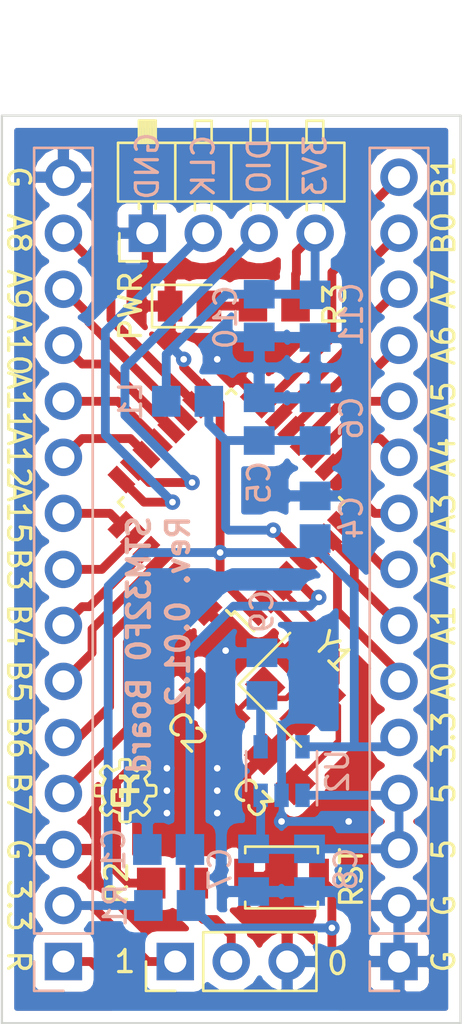
<source format=kicad_pcb>
(kicad_pcb (version 20171130) (host pcbnew "(5.0.0-rc2-154-gb82bf7c44)")

  (general
    (thickness 1.6)
    (drawings 44)
    (tracks 214)
    (zones 0)
    (modules 25)
    (nets 35)
  )

  (page A4)
  (title_block
    (title "STM32F051K6T6 Development Board")
    (date 2018-06-06)
    (rev 0.01.2)
    (comment 1 "License: CC BY 4.0")
    (comment 2 "Aurthor: Georgiy")
  )

  (layers
    (0 F.Cu signal)
    (31 B.Cu signal)
    (32 B.Adhes user)
    (33 F.Adhes user)
    (34 B.Paste user)
    (35 F.Paste user)
    (36 B.SilkS user)
    (37 F.SilkS user)
    (38 B.Mask user)
    (39 F.Mask user)
    (40 Dwgs.User user)
    (41 Cmts.User user)
    (42 Eco1.User user)
    (43 Eco2.User user)
    (44 Edge.Cuts user)
    (45 Margin user)
    (46 B.CrtYd user)
    (47 F.CrtYd user)
    (48 B.Fab user)
    (49 F.Fab user)
  )

  (setup
    (last_trace_width 0.25)
    (user_trace_width 0.3)
    (user_trace_width 0.4)
    (user_trace_width 0.5)
    (trace_clearance 0.25)
    (zone_clearance 0.508)
    (zone_45_only no)
    (trace_min 0.15)
    (segment_width 0.2)
    (edge_width 0.1)
    (via_size 0.8)
    (via_drill 0.4)
    (via_min_size 0.7)
    (via_min_drill 0.3)
    (user_via 0.7 0.3)
    (uvia_size 0.3)
    (uvia_drill 0.1)
    (uvias_allowed no)
    (uvia_min_size 0.2)
    (uvia_min_drill 0.1)
    (pcb_text_width 0.3)
    (pcb_text_size 1.5 1.5)
    (mod_edge_width 0.15)
    (mod_text_size 1 1)
    (mod_text_width 0.15)
    (pad_size 1.524 1.524)
    (pad_drill 0.762)
    (pad_to_mask_clearance 0.2)
    (aux_axis_origin 0 0)
    (visible_elements 7FFFFFFF)
    (pcbplotparams
      (layerselection 0x31030_ffffffff)
      (usegerberextensions false)
      (usegerberattributes false)
      (usegerberadvancedattributes false)
      (creategerberjobfile false)
      (excludeedgelayer true)
      (linewidth 0.100000)
      (plotframeref false)
      (viasonmask false)
      (mode 1)
      (useauxorigin false)
      (hpglpennumber 1)
      (hpglpenspeed 20)
      (hpglpendiameter 15.000000)
      (psnegative false)
      (psa4output false)
      (plotreference true)
      (plotvalue true)
      (plotinvisibletext false)
      (padsonsilk false)
      (subtractmaskfromsilk false)
      (outputformat 4)
      (mirror false)
      (drillshape 1)
      (scaleselection 1)
      (outputdirectory pdf/))
  )

  (net 0 "")
  (net 1 /NRST)
  (net 2 +3V3)
  (net 3 "Net-(D1-Pad2)")
  (net 4 /BOOT0)
  (net 5 +5V)
  (net 6 GND)
  (net 7 "Net-(C9-Pad2)")
  (net 8 /PA0)
  (net 9 /PA1)
  (net 10 /PA2)
  (net 11 /PA3)
  (net 12 /PA4)
  (net 13 /PA5)
  (net 14 /PA6)
  (net 15 /PA7)
  (net 16 /PB0)
  (net 17 /PB1)
  (net 18 /PA8)
  (net 19 /PA9)
  (net 20 /PA10)
  (net 21 /PA11)
  (net 22 /PA12)
  (net 23 /SWDIO)
  (net 24 /SWCLK)
  (net 25 /PA15)
  (net 26 /PB3)
  (net 27 /PB4)
  (net 28 /PB5)
  (net 29 /PB6)
  (net 30 /PB7)
  (net 31 /PF0)
  (net 32 /PF1)
  (net 33 /VDDA)
  (net 34 "Net-(J4-Pad2)")

  (net_class Default "Это класс цепей по умолчанию."
    (clearance 0.25)
    (trace_width 0.25)
    (via_dia 0.8)
    (via_drill 0.4)
    (uvia_dia 0.3)
    (uvia_drill 0.1)
    (add_net +3V3)
    (add_net +5V)
    (add_net /BOOT0)
    (add_net /NRST)
    (add_net /PA0)
    (add_net /PA1)
    (add_net /PA10)
    (add_net /PA11)
    (add_net /PA12)
    (add_net /PA15)
    (add_net /PA2)
    (add_net /PA3)
    (add_net /PA4)
    (add_net /PA5)
    (add_net /PA6)
    (add_net /PA7)
    (add_net /PA8)
    (add_net /PA9)
    (add_net /PB0)
    (add_net /PB1)
    (add_net /PB3)
    (add_net /PB4)
    (add_net /PB5)
    (add_net /PB6)
    (add_net /PB7)
    (add_net /PF0)
    (add_net /PF1)
    (add_net /SWCLK)
    (add_net /SWDIO)
    (add_net /VDDA)
    (add_net GND)
    (add_net "Net-(C9-Pad2)")
    (add_net "Net-(D1-Pad2)")
    (add_net "Net-(J4-Pad2)")
  )

  (module gk-pcb-logo:PinHeader_1x04_P2.54mm_Horizontal_Short (layer F.Cu) (tedit 5B24F2A5) (tstamp 5B22C28E)
    (at 166.37 73.66 90)
    (descr "Through hole angled pin header, 1x04, 2.54mm pitch, 6mm pin length, single row")
    (tags "Through hole angled pin header THT 1x04 2.54mm single row")
    (path /5B17152F)
    (fp_text reference J3 (at 4.385 -2.27 90) (layer F.SilkS) hide
      (effects (font (size 1 1) (thickness 0.15)))
    )
    (fp_text value SWD (at 4.385 9.89 90) (layer F.Fab)
      (effects (font (size 1 1) (thickness 0.15)))
    )
    (fp_line (start 5.1 7.99) (end 4.1 7.99) (layer F.SilkS) (width 0.12))
    (fp_line (start 5.1 7.23) (end 5.1 7.99) (layer F.SilkS) (width 0.12))
    (fp_line (start 4.1 7.23) (end 5.1 7.23) (layer F.SilkS) (width 0.12))
    (fp_line (start 5.1 5.45) (end 4.1 5.45) (layer F.SilkS) (width 0.12))
    (fp_line (start 5.1 4.69) (end 5.1 5.45) (layer F.SilkS) (width 0.12))
    (fp_line (start 4.1 4.69) (end 5.1 4.69) (layer F.SilkS) (width 0.12))
    (fp_text user %R (at 2.77 3.81 180) (layer F.Fab)
      (effects (font (size 1 1) (thickness 0.15)))
    )
    (fp_line (start 10.55 -1.8) (end -1.8 -1.8) (layer F.CrtYd) (width 0.05))
    (fp_line (start 10.55 9.4) (end 10.55 -1.8) (layer F.CrtYd) (width 0.05))
    (fp_line (start -1.8 9.4) (end 10.55 9.4) (layer F.CrtYd) (width 0.05))
    (fp_line (start -1.8 -1.8) (end -1.8 9.4) (layer F.CrtYd) (width 0.05))
    (fp_line (start -1.27 -1.27) (end 0 -1.27) (layer F.SilkS) (width 0.12))
    (fp_line (start -1.27 0) (end -1.27 -1.27) (layer F.SilkS) (width 0.12))
    (fp_line (start 1.042929 8) (end 1.44 8) (layer F.SilkS) (width 0.12))
    (fp_line (start 1.042929 7.24) (end 1.44 7.24) (layer F.SilkS) (width 0.12))
    (fp_line (start 1.44 6.35) (end 4.1 6.35) (layer F.SilkS) (width 0.12))
    (fp_line (start 1.042929 5.46) (end 1.44 5.46) (layer F.SilkS) (width 0.12))
    (fp_line (start 1.042929 4.7) (end 1.44 4.7) (layer F.SilkS) (width 0.12))
    (fp_line (start 1.44 3.81) (end 4.1 3.81) (layer F.SilkS) (width 0.12))
    (fp_line (start 1.042929 2.92) (end 1.44 2.92) (layer F.SilkS) (width 0.12))
    (fp_line (start 1.042929 2.16) (end 1.44 2.16) (layer F.SilkS) (width 0.12))
    (fp_line (start 5.1 2.92) (end 4.1 2.92) (layer F.SilkS) (width 0.12))
    (fp_line (start 5.1 2.16) (end 5.1 2.92) (layer F.SilkS) (width 0.12))
    (fp_line (start 4.1 2.16) (end 5.1 2.16) (layer F.SilkS) (width 0.12))
    (fp_line (start 1.44 1.27) (end 4.1 1.27) (layer F.SilkS) (width 0.12))
    (fp_line (start 1.11 0.38) (end 1.44 0.38) (layer F.SilkS) (width 0.12))
    (fp_line (start 1.11 -0.38) (end 1.44 -0.38) (layer F.SilkS) (width 0.12))
    (fp_line (start 4.1 0.28) (end 5.1 0.28) (layer F.SilkS) (width 0.12))
    (fp_line (start 4.1 0.16) (end 5.1 0.16) (layer F.SilkS) (width 0.12))
    (fp_line (start 4.1 0.04) (end 5.1 0.04) (layer F.SilkS) (width 0.12))
    (fp_line (start 4.1 -0.08) (end 5.1 -0.08) (layer F.SilkS) (width 0.12))
    (fp_line (start 4.1 -0.2) (end 5.1 -0.2) (layer F.SilkS) (width 0.12))
    (fp_line (start 4.1 -0.32) (end 5.09 -0.32) (layer F.SilkS) (width 0.12))
    (fp_line (start 5.11 0.38) (end 4.1 0.38) (layer F.SilkS) (width 0.12))
    (fp_line (start 5.11 -0.38) (end 5.11 0.38) (layer F.SilkS) (width 0.12))
    (fp_line (start 4.1 -0.38) (end 5.09 -0.38) (layer F.SilkS) (width 0.12))
    (fp_line (start 4.1 -1.33) (end 1.44 -1.33) (layer F.SilkS) (width 0.12))
    (fp_line (start 4.1 8.95) (end 4.1 -1.33) (layer F.SilkS) (width 0.12))
    (fp_line (start 1.44 8.95) (end 4.1 8.95) (layer F.SilkS) (width 0.12))
    (fp_line (start 1.44 -1.33) (end 1.44 8.95) (layer F.SilkS) (width 0.12))
    (fp_line (start 4.04 7.94) (end 10.04 7.94) (layer F.Fab) (width 0.1))
    (fp_line (start 10.04 7.3) (end 10.04 7.94) (layer F.Fab) (width 0.1))
    (fp_line (start 4.04 7.3) (end 10.04 7.3) (layer F.Fab) (width 0.1))
    (fp_line (start -0.32 7.94) (end 1.5 7.94) (layer F.Fab) (width 0.1))
    (fp_line (start -0.32 7.3) (end -0.32 7.94) (layer F.Fab) (width 0.1))
    (fp_line (start -0.32 7.3) (end 1.5 7.3) (layer F.Fab) (width 0.1))
    (fp_line (start 4.04 5.4) (end 10.04 5.4) (layer F.Fab) (width 0.1))
    (fp_line (start 10.04 4.76) (end 10.04 5.4) (layer F.Fab) (width 0.1))
    (fp_line (start 4.04 4.76) (end 10.04 4.76) (layer F.Fab) (width 0.1))
    (fp_line (start -0.32 5.4) (end 1.5 5.4) (layer F.Fab) (width 0.1))
    (fp_line (start -0.32 4.76) (end -0.32 5.4) (layer F.Fab) (width 0.1))
    (fp_line (start -0.32 4.76) (end 1.5 4.76) (layer F.Fab) (width 0.1))
    (fp_line (start 4.04 2.86) (end 10.04 2.86) (layer F.Fab) (width 0.1))
    (fp_line (start 10.04 2.22) (end 10.04 2.86) (layer F.Fab) (width 0.1))
    (fp_line (start 4.04 2.22) (end 10.04 2.22) (layer F.Fab) (width 0.1))
    (fp_line (start -0.32 2.86) (end 1.5 2.86) (layer F.Fab) (width 0.1))
    (fp_line (start -0.32 2.22) (end -0.32 2.86) (layer F.Fab) (width 0.1))
    (fp_line (start -0.32 2.22) (end 1.5 2.22) (layer F.Fab) (width 0.1))
    (fp_line (start 4.04 0.32) (end 10.04 0.32) (layer F.Fab) (width 0.1))
    (fp_line (start 10.04 -0.32) (end 10.04 0.32) (layer F.Fab) (width 0.1))
    (fp_line (start 4.04 -0.32) (end 10.04 -0.32) (layer F.Fab) (width 0.1))
    (fp_line (start -0.32 0.32) (end 1.5 0.32) (layer F.Fab) (width 0.1))
    (fp_line (start -0.32 -0.32) (end -0.32 0.32) (layer F.Fab) (width 0.1))
    (fp_line (start -0.32 -0.32) (end 1.5 -0.32) (layer F.Fab) (width 0.1))
    (fp_line (start 1.5 -0.635) (end 2.135 -1.27) (layer F.Fab) (width 0.1))
    (fp_line (start 1.5 8.89) (end 1.5 -0.635) (layer F.Fab) (width 0.1))
    (fp_line (start 4.04 8.89) (end 1.5 8.89) (layer F.Fab) (width 0.1))
    (fp_line (start 4.04 -1.27) (end 4.04 8.89) (layer F.Fab) (width 0.1))
    (fp_line (start 2.135 -1.27) (end 4.04 -1.27) (layer F.Fab) (width 0.1))
    (pad 4 thru_hole oval (at 0 7.62 90) (size 1.7 1.7) (drill 1) (layers *.Cu *.Mask)
      (net 2 +3V3))
    (pad 3 thru_hole oval (at 0 5.08 90) (size 1.7 1.7) (drill 1) (layers *.Cu *.Mask)
      (net 23 /SWDIO))
    (pad 2 thru_hole oval (at 0 2.54 90) (size 1.7 1.7) (drill 1) (layers *.Cu *.Mask)
      (net 24 /SWCLK))
    (pad 1 thru_hole rect (at 0 0 90) (size 1.7 1.7) (drill 1) (layers *.Cu *.Mask)
      (net 6 GND))
    (model ${KISYS3DMOD}/Connector_PinHeader_2.54mm.3dshapes/PinHeader_1x04_P2.54mm_Horizontal.wrl
      (at (xyz 0 0 0))
      (scale (xyz 1 1 1))
      (rotate (xyz 0 0 0))
    )
  )

  (module Crystal:Crystal_SMD_3225-4Pin_3.2x2.5mm (layer F.Cu) (tedit 5A0FD1B2) (tstamp 5B18934F)
    (at 173.101 94.361 315)
    (descr "SMD Crystal SERIES SMD3225/4 http://www.txccrystal.com/images/pdf/7m-accuracy.pdf, 3.2x2.5mm^2 package")
    (tags "SMD SMT crystal")
    (path /5B188224)
    (attr smd)
    (fp_text reference Y1 (at 0 -2.45 315) (layer F.SilkS)
      (effects (font (size 1 1) (thickness 0.15)))
    )
    (fp_text value 16Mhz (at -0.067433 -2.472695 315) (layer F.Fab)
      (effects (font (size 1 1) (thickness 0.15)))
    )
    (fp_text user %R (at 0 0 315) (layer F.Fab)
      (effects (font (size 0.7 0.7) (thickness 0.105)))
    )
    (fp_line (start -1.6 -1.25) (end -1.6 1.25) (layer F.Fab) (width 0.1))
    (fp_line (start -1.6 1.25) (end 1.6 1.25) (layer F.Fab) (width 0.1))
    (fp_line (start 1.6 1.25) (end 1.6 -1.25) (layer F.Fab) (width 0.1))
    (fp_line (start 1.6 -1.25) (end -1.6 -1.25) (layer F.Fab) (width 0.1))
    (fp_line (start -1.6 0.25) (end -0.600001 1.25) (layer F.Fab) (width 0.1))
    (fp_line (start -2 -1.65) (end -2 1.65) (layer F.SilkS) (width 0.12))
    (fp_line (start -2 1.65) (end 2 1.65) (layer F.SilkS) (width 0.12))
    (fp_line (start -2.1 -1.7) (end -2.1 1.7) (layer F.CrtYd) (width 0.05))
    (fp_line (start -2.1 1.7) (end 2.1 1.7) (layer F.CrtYd) (width 0.05))
    (fp_line (start 2.1 1.7) (end 2.1 -1.7) (layer F.CrtYd) (width 0.05))
    (fp_line (start 2.1 -1.7) (end -2.1 -1.7) (layer F.CrtYd) (width 0.05))
    (pad 1 smd rect (at -1.1 0.85 315) (size 1.4 1.2) (layers F.Cu F.Paste F.Mask)
      (net 31 /PF0))
    (pad 2 smd rect (at 1.1 0.85 315) (size 1.4 1.2) (layers F.Cu F.Paste F.Mask)
      (net 6 GND))
    (pad 3 smd rect (at 1.1 -0.85 315) (size 1.4 1.2) (layers F.Cu F.Paste F.Mask)
      (net 32 /PF1))
    (pad 4 smd rect (at -1.1 -0.85 315) (size 1.4 1.2) (layers F.Cu F.Paste F.Mask)
      (net 6 GND))
    (model D:/Robo/Software/KiCad/gk-kicad-library/gk-packages3d/Crystal_SMD_3225_4pin_1.step
      (offset (xyz -1.6 -1.25 0))
      (scale (xyz 1 1 1))
      (rotate (xyz 0 0 0))
    )
  )

  (module Button_Switch_SMD:SW_SPST_B3U-1000P (layer F.Cu) (tedit 5B16B558) (tstamp 5B175905)
    (at 172.466 102.87 180)
    (descr "Ultra-small-sized Tactile Switch with High Contact Reliability, Top-actuated Model, without Ground Terminal, without Boss")
    (tags "Tactile Switch")
    (path /5B1D0378)
    (attr smd)
    (fp_text reference SW1 (at 0 0 180) (layer F.SilkS) hide
      (effects (font (size 1 1) (thickness 0.15)))
    )
    (fp_text value RESET (at -4.699 -0.0635 270) (layer F.Fab)
      (effects (font (size 1 1) (thickness 0.15)))
    )
    (fp_text user %R (at -3.2385 -0.0635 270) (layer F.Fab)
      (effects (font (size 1 1) (thickness 0.15)))
    )
    (fp_line (start -2.4 1.65) (end 2.4 1.65) (layer F.CrtYd) (width 0.05))
    (fp_line (start 2.4 1.65) (end 2.4 -1.65) (layer F.CrtYd) (width 0.05))
    (fp_line (start 2.4 -1.65) (end -2.4 -1.65) (layer F.CrtYd) (width 0.05))
    (fp_line (start -2.4 -1.65) (end -2.4 1.65) (layer F.CrtYd) (width 0.05))
    (fp_line (start -1.65 1.1) (end -1.65 1.4) (layer F.SilkS) (width 0.12))
    (fp_line (start -1.65 1.4) (end 1.65 1.4) (layer F.SilkS) (width 0.12))
    (fp_line (start 1.65 1.4) (end 1.65 1.1) (layer F.SilkS) (width 0.12))
    (fp_line (start -1.65 -1.1) (end -1.65 -1.4) (layer F.SilkS) (width 0.12))
    (fp_line (start -1.65 -1.4) (end 1.65 -1.4) (layer F.SilkS) (width 0.12))
    (fp_line (start 1.65 -1.4) (end 1.65 -1.1) (layer F.SilkS) (width 0.12))
    (fp_line (start -1.5 -1.25) (end 1.5 -1.25) (layer F.Fab) (width 0.1))
    (fp_line (start 1.5 -1.25) (end 1.5 1.25) (layer F.Fab) (width 0.1))
    (fp_line (start 1.5 1.25) (end -1.5 1.25) (layer F.Fab) (width 0.1))
    (fp_line (start -1.5 1.25) (end -1.5 -1.25) (layer F.Fab) (width 0.1))
    (fp_circle (center 0 0) (end 0.75 0) (layer F.Fab) (width 0.1))
    (pad 1 smd rect (at -1.7 0 180) (size 0.9 1.7) (layers F.Cu F.Paste F.Mask)
      (net 1 /NRST))
    (pad 2 smd rect (at 1.7 0 180) (size 0.9 1.7) (layers F.Cu F.Paste F.Mask)
      (net 6 GND))
    (model ${KISYS3DMOD}/Button_Switch_SMD.3dshapes/SW_SPST_B3U-1000P.wrl
      (at (xyz 0 0 0))
      (scale (xyz 1 1 1))
      (rotate (xyz 0 0 0))
    )
  )

  (module LED_SMD:LED_0805_2012Metric_Pad1.12x1.40mm_HandSolder (layer F.Cu) (tedit 5B16B52E) (tstamp 5B182DFC)
    (at 168.284 76.962)
    (descr "LED SMD 0805 (2012 Metric), square (rectangular) end terminal, IPC_7351 nominal, (Body size source: http://www.tortai-tech.com/upload/download/2011102023233369053.pdf), generated with kicad-footprint-generator")
    (tags "LED handsolder")
    (path /5B17228B)
    (attr smd)
    (fp_text reference D1 (at 0 -1.65) (layer F.SilkS) hide
      (effects (font (size 1 1) (thickness 0.15)))
    )
    (fp_text value PWR (at -2.54 0 90) (layer F.Fab)
      (effects (font (size 1 1) (thickness 0.15)))
    )
    (fp_text user %R (at 0 0) (layer F.Fab)
      (effects (font (size 0.5 0.5) (thickness 0.08)))
    )
    (fp_line (start 1.69 0.95) (end -1.69 0.95) (layer F.CrtYd) (width 0.05))
    (fp_line (start 1.69 -0.95) (end 1.69 0.95) (layer F.CrtYd) (width 0.05))
    (fp_line (start -1.69 -0.95) (end 1.69 -0.95) (layer F.CrtYd) (width 0.05))
    (fp_line (start -1.69 0.95) (end -1.69 -0.95) (layer F.CrtYd) (width 0.05))
    (fp_line (start -1.7 0.96) (end 1 0.96) (layer F.SilkS) (width 0.12))
    (fp_line (start -1.7 -0.96) (end -1.7 0.96) (layer F.SilkS) (width 0.12))
    (fp_line (start 1 -0.96) (end -1.7 -0.96) (layer F.SilkS) (width 0.12))
    (fp_line (start 1 0.6) (end 1 -0.6) (layer F.Fab) (width 0.1))
    (fp_line (start -1 0.6) (end 1 0.6) (layer F.Fab) (width 0.1))
    (fp_line (start -1 -0.3) (end -1 0.6) (layer F.Fab) (width 0.1))
    (fp_line (start -0.7 -0.6) (end -1 -0.3) (layer F.Fab) (width 0.1))
    (fp_line (start 1 -0.6) (end -0.7 -0.6) (layer F.Fab) (width 0.1))
    (pad 2 smd rect (at 0.88 0) (size 1.12 1.4) (layers F.Cu F.Paste F.Mask)
      (net 3 "Net-(D1-Pad2)"))
    (pad 1 smd rect (at -0.88 0) (size 1.12 1.4) (layers F.Cu F.Paste F.Mask)
      (net 6 GND))
    (model ${KISYS3DMOD}/LED_SMD.3dshapes/LED_0805_2012Metric.wrl
      (at (xyz 0 0 0))
      (scale (xyz 1 1 1))
      (rotate (xyz 0 0 0))
    )
  )

  (module Connector_PinHeader_2.54mm:PinHeader_1x03_P2.54mm_Vertical (layer F.Cu) (tedit 5B16AFFF) (tstamp 5B17338B)
    (at 167.64 106.68 90)
    (descr "Through hole straight pin header, 1x03, 2.54mm pitch, single row")
    (tags "Through hole pin header THT 1x03 2.54mm single row")
    (path /5B1791B6)
    (fp_text reference J4 (at 0 -2.33 90) (layer F.SilkS) hide
      (effects (font (size 1 1) (thickness 0.15)))
    )
    (fp_text value BOOT (at -0.0635 -3.4925 180) (layer F.Fab)
      (effects (font (size 1 1) (thickness 0.15)))
    )
    (fp_line (start -0.635 -1.27) (end 1.27 -1.27) (layer F.Fab) (width 0.1))
    (fp_line (start 1.27 -1.27) (end 1.27 6.35) (layer F.Fab) (width 0.1))
    (fp_line (start 1.27 6.35) (end -1.27 6.35) (layer F.Fab) (width 0.1))
    (fp_line (start -1.27 6.35) (end -1.27 -0.635) (layer F.Fab) (width 0.1))
    (fp_line (start -1.27 -0.635) (end -0.635 -1.27) (layer F.Fab) (width 0.1))
    (fp_line (start -1.33 6.41) (end 1.33 6.41) (layer F.SilkS) (width 0.12))
    (fp_line (start -1.33 1.27) (end -1.33 6.41) (layer F.SilkS) (width 0.12))
    (fp_line (start 1.33 1.27) (end 1.33 6.41) (layer F.SilkS) (width 0.12))
    (fp_line (start -1.33 1.27) (end 1.33 1.27) (layer F.SilkS) (width 0.12))
    (fp_line (start -1.33 0) (end -1.33 -1.33) (layer F.SilkS) (width 0.12))
    (fp_line (start -1.33 -1.33) (end 0 -1.33) (layer F.SilkS) (width 0.12))
    (fp_line (start -1.8 -1.8) (end -1.8 6.85) (layer F.CrtYd) (width 0.05))
    (fp_line (start -1.8 6.85) (end 1.8 6.85) (layer F.CrtYd) (width 0.05))
    (fp_line (start 1.8 6.85) (end 1.8 -1.8) (layer F.CrtYd) (width 0.05))
    (fp_line (start 1.8 -1.8) (end -1.8 -1.8) (layer F.CrtYd) (width 0.05))
    (fp_text user %R (at 0 2.54 180) (layer F.Fab)
      (effects (font (size 1 1) (thickness 0.15)))
    )
    (pad 1 thru_hole rect (at 0 0 90) (size 1.7 1.7) (drill 1) (layers *.Cu *.Mask)
      (net 2 +3V3))
    (pad 2 thru_hole oval (at 0 2.54 90) (size 1.7 1.7) (drill 1) (layers *.Cu *.Mask)
      (net 34 "Net-(J4-Pad2)"))
    (pad 3 thru_hole oval (at 0 5.08 90) (size 1.7 1.7) (drill 1) (layers *.Cu *.Mask)
      (net 6 GND))
    (model ${KISYS3DMOD}/Connector_PinHeader_2.54mm.3dshapes/PinHeader_1x03_P2.54mm_Vertical.wrl
      (at (xyz 0 0 0))
      (scale (xyz 1 1 1))
      (rotate (xyz 0 0 0))
    )
    (model D:/Robo/Software/KiCad/gk-kicad-library/gk-packages3d/Jumper_2.54_2.step
      (offset (xyz 0 -3.8 2.55))
      (scale (xyz 1 1 1))
      (rotate (xyz 0 0 -90))
    )
  )

  (module Capacitor_SMD:C_0805_2012Metric_Pad1.29x1.40mm_HandSolder (layer F.Cu) (tedit 5AC5DB74) (tstamp 5B22C373)
    (at 169.418 94.996 135)
    (descr "Capacitor SMD 0805 (2012 Metric), square (rectangular) end terminal, IPC_7351 nominal with elongated pad for handsoldering. (Body size source: http://www.tortai-tech.com/upload/download/2011102023233369053.pdf), generated with kicad-footprint-generator")
    (tags "capacitor handsolder")
    (path /5B1643B4)
    (attr smd)
    (fp_text reference C2 (at 0 -1.796051 135) (layer F.SilkS)
      (effects (font (size 1 1) (thickness 0.15)))
    )
    (fp_text value 18pF (at 0 -1.796051 135) (layer F.Fab)
      (effects (font (size 1 1) (thickness 0.15)))
    )
    (fp_line (start -1 0.6) (end -1 -0.6) (layer F.Fab) (width 0.1))
    (fp_line (start -1 -0.6) (end 1 -0.6) (layer F.Fab) (width 0.1))
    (fp_line (start 1 -0.6) (end 1 0.6) (layer F.Fab) (width 0.1))
    (fp_line (start 1 0.6) (end -1 0.6) (layer F.Fab) (width 0.1))
    (fp_line (start -1.86 0.95) (end -1.86 -0.95) (layer F.CrtYd) (width 0.05))
    (fp_line (start -1.86 -0.95) (end 1.86 -0.95) (layer F.CrtYd) (width 0.05))
    (fp_line (start 1.86 -0.95) (end 1.86 0.95) (layer F.CrtYd) (width 0.05))
    (fp_line (start 1.86 0.95) (end -1.86 0.95) (layer F.CrtYd) (width 0.05))
    (fp_text user %R (at 0 0 135) (layer F.Fab)
      (effects (font (size 0.5 0.5) (thickness 0.08)))
    )
    (pad 1 smd rect (at -0.9675 0 135) (size 1.295 1.4) (layers F.Cu F.Paste F.Mask)
      (net 31 /PF0))
    (pad 2 smd rect (at 0.9675 0 135) (size 1.295 1.4) (layers F.Cu F.Paste F.Mask)
      (net 6 GND))
    (model ${KISYS3DMOD}/Capacitor_SMD.3dshapes/C_0805_2012Metric.wrl
      (at (xyz 0 0 0))
      (scale (xyz 1 1 1))
      (rotate (xyz 0 0 0))
    )
  )

  (module Capacitor_SMD:C_0805_2012Metric_Pad1.29x1.40mm_HandSolder (layer F.Cu) (tedit 5B16AD3C) (tstamp 5B22C364)
    (at 172.388126 97.966126 135)
    (descr "Capacitor SMD 0805 (2012 Metric), square (rectangular) end terminal, IPC_7351 nominal with elongated pad for handsoldering. (Body size source: http://www.tortai-tech.com/upload/download/2011102023233369053.pdf), generated with kicad-footprint-generator")
    (tags "capacitor handsolder")
    (path /5B1642AA)
    (attr smd)
    (fp_text reference C3 (at 0 -1.796051 315) (layer F.SilkS)
      (effects (font (size 1 1) (thickness 0.15)))
    )
    (fp_text value 18pF (at 0 -1.796051 -45) (layer F.Fab)
      (effects (font (size 1 1) (thickness 0.15)))
    )
    (fp_line (start -1 0.6) (end -1 -0.6) (layer F.Fab) (width 0.1))
    (fp_line (start -1 -0.6) (end 1 -0.6) (layer F.Fab) (width 0.1))
    (fp_line (start 1 -0.6) (end 1 0.6) (layer F.Fab) (width 0.1))
    (fp_line (start 1 0.6) (end -1 0.6) (layer F.Fab) (width 0.1))
    (fp_line (start -1.86 0.95) (end -1.86 -0.95) (layer F.CrtYd) (width 0.05))
    (fp_line (start -1.86 -0.95) (end 1.86 -0.95) (layer F.CrtYd) (width 0.05))
    (fp_line (start 1.86 -0.95) (end 1.86 0.95) (layer F.CrtYd) (width 0.05))
    (fp_line (start 1.86 0.95) (end -1.86 0.95) (layer F.CrtYd) (width 0.05))
    (fp_text user %R (at 0 0 135) (layer F.Fab)
      (effects (font (size 0.5 0.5) (thickness 0.08)))
    )
    (pad 1 smd rect (at -0.9675 0 135) (size 1.295 1.4) (layers F.Cu F.Paste F.Mask)
      (net 32 /PF1))
    (pad 2 smd rect (at 0.9675 0 135) (size 1.295 1.4) (layers F.Cu F.Paste F.Mask)
      (net 6 GND))
    (model ${KISYS3DMOD}/Capacitor_SMD.3dshapes/C_0805_2012Metric.wrl
      (at (xyz 0 0 0))
      (scale (xyz 1 1 1))
      (rotate (xyz 0 0 0))
    )
  )

  (module Capacitor_SMD:C_0805_2012Metric_Pad1.29x1.40mm_HandSolder (layer B.Cu) (tedit 5AC5DB74) (tstamp 5B182A1F)
    (at 173.99 86.5355 270)
    (descr "Capacitor SMD 0805 (2012 Metric), square (rectangular) end terminal, IPC_7351 nominal with elongated pad for handsoldering. (Body size source: http://www.tortai-tech.com/upload/download/2011102023233369053.pdf), generated with kicad-footprint-generator")
    (tags "capacitor handsolder")
    (path /5B1649C3)
    (attr smd)
    (fp_text reference C4 (at 0.015 -1.651 90) (layer B.SilkS)
      (effects (font (size 1 1) (thickness 0.15)) (justify mirror))
    )
    (fp_text value 0.1uF (at 3.8885 0 90) (layer B.Fab)
      (effects (font (size 1 1) (thickness 0.15)) (justify mirror))
    )
    (fp_text user %R (at 0 0 270) (layer B.Fab)
      (effects (font (size 0.5 0.5) (thickness 0.08)) (justify mirror))
    )
    (fp_line (start 1.86 -0.95) (end -1.86 -0.95) (layer B.CrtYd) (width 0.05))
    (fp_line (start 1.86 0.95) (end 1.86 -0.95) (layer B.CrtYd) (width 0.05))
    (fp_line (start -1.86 0.95) (end 1.86 0.95) (layer B.CrtYd) (width 0.05))
    (fp_line (start -1.86 -0.95) (end -1.86 0.95) (layer B.CrtYd) (width 0.05))
    (fp_line (start 1 -0.6) (end -1 -0.6) (layer B.Fab) (width 0.1))
    (fp_line (start 1 0.6) (end 1 -0.6) (layer B.Fab) (width 0.1))
    (fp_line (start -1 0.6) (end 1 0.6) (layer B.Fab) (width 0.1))
    (fp_line (start -1 -0.6) (end -1 0.6) (layer B.Fab) (width 0.1))
    (pad 2 smd rect (at 0.9675 0 270) (size 1.295 1.4) (layers B.Cu B.Paste B.Mask)
      (net 2 +3V3))
    (pad 1 smd rect (at -0.9675 0 270) (size 1.295 1.4) (layers B.Cu B.Paste B.Mask)
      (net 6 GND))
    (model ${KISYS3DMOD}/Capacitor_SMD.3dshapes/C_0805_2012Metric.wrl
      (at (xyz 0 0 0))
      (scale (xyz 1 1 1))
      (rotate (xyz 0 0 0))
    )
  )

  (module Capacitor_SMD:C_0805_2012Metric_Pad1.29x1.40mm_HandSolder (layer B.Cu) (tedit 5AC5DB74) (tstamp 5B22C346)
    (at 171.45 82.0905 270)
    (descr "Capacitor SMD 0805 (2012 Metric), square (rectangular) end terminal, IPC_7351 nominal with elongated pad for handsoldering. (Body size source: http://www.tortai-tech.com/upload/download/2011102023233369053.pdf), generated with kicad-footprint-generator")
    (tags "capacitor handsolder")
    (path /5B16499D)
    (attr smd)
    (fp_text reference C5 (at 2.8725 0 90) (layer B.SilkS)
      (effects (font (size 1 1) (thickness 0.15)) (justify mirror))
    )
    (fp_text value 1uF (at 3.2535 -0.0635 270) (layer B.Fab)
      (effects (font (size 1 1) (thickness 0.15)) (justify mirror))
    )
    (fp_text user %R (at 0 0 270) (layer B.Fab)
      (effects (font (size 0.5 0.5) (thickness 0.08)) (justify mirror))
    )
    (fp_line (start 1.86 -0.95) (end -1.86 -0.95) (layer B.CrtYd) (width 0.05))
    (fp_line (start 1.86 0.95) (end 1.86 -0.95) (layer B.CrtYd) (width 0.05))
    (fp_line (start -1.86 0.95) (end 1.86 0.95) (layer B.CrtYd) (width 0.05))
    (fp_line (start -1.86 -0.95) (end -1.86 0.95) (layer B.CrtYd) (width 0.05))
    (fp_line (start 1 -0.6) (end -1 -0.6) (layer B.Fab) (width 0.1))
    (fp_line (start 1 0.6) (end 1 -0.6) (layer B.Fab) (width 0.1))
    (fp_line (start -1 0.6) (end 1 0.6) (layer B.Fab) (width 0.1))
    (fp_line (start -1 -0.6) (end -1 0.6) (layer B.Fab) (width 0.1))
    (pad 2 smd rect (at 0.9675 0 270) (size 1.295 1.4) (layers B.Cu B.Paste B.Mask)
      (net 33 /VDDA))
    (pad 1 smd rect (at -0.9675 0 270) (size 1.295 1.4) (layers B.Cu B.Paste B.Mask)
      (net 6 GND))
    (model ${KISYS3DMOD}/Capacitor_SMD.3dshapes/C_0805_2012Metric.wrl
      (at (xyz 0 0 0))
      (scale (xyz 1 1 1))
      (rotate (xyz 0 0 0))
    )
  )

  (module Capacitor_SMD:C_0805_2012Metric_Pad1.29x1.40mm_HandSolder (layer B.Cu) (tedit 5AC5DB74) (tstamp 5B182E4E)
    (at 173.99 82.0905 270)
    (descr "Capacitor SMD 0805 (2012 Metric), square (rectangular) end terminal, IPC_7351 nominal with elongated pad for handsoldering. (Body size source: http://www.tortai-tech.com/upload/download/2011102023233369053.pdf), generated with kicad-footprint-generator")
    (tags "capacitor handsolder")
    (path /5B16493B)
    (attr smd)
    (fp_text reference C6 (at -0.0485 -1.651 90) (layer B.SilkS)
      (effects (font (size 1 1) (thickness 0.15)) (justify mirror))
    )
    (fp_text value 0.01uF (at 0 -1.651 270) (layer B.Fab)
      (effects (font (size 1 1) (thickness 0.15)) (justify mirror))
    )
    (fp_line (start -1 -0.6) (end -1 0.6) (layer B.Fab) (width 0.1))
    (fp_line (start -1 0.6) (end 1 0.6) (layer B.Fab) (width 0.1))
    (fp_line (start 1 0.6) (end 1 -0.6) (layer B.Fab) (width 0.1))
    (fp_line (start 1 -0.6) (end -1 -0.6) (layer B.Fab) (width 0.1))
    (fp_line (start -1.86 -0.95) (end -1.86 0.95) (layer B.CrtYd) (width 0.05))
    (fp_line (start -1.86 0.95) (end 1.86 0.95) (layer B.CrtYd) (width 0.05))
    (fp_line (start 1.86 0.95) (end 1.86 -0.95) (layer B.CrtYd) (width 0.05))
    (fp_line (start 1.86 -0.95) (end -1.86 -0.95) (layer B.CrtYd) (width 0.05))
    (fp_text user %R (at 0 0 270) (layer B.Fab)
      (effects (font (size 0.5 0.5) (thickness 0.08)) (justify mirror))
    )
    (pad 1 smd rect (at -0.9675 0 270) (size 1.295 1.4) (layers B.Cu B.Paste B.Mask)
      (net 6 GND))
    (pad 2 smd rect (at 0.9675 0 270) (size 1.295 1.4) (layers B.Cu B.Paste B.Mask)
      (net 33 /VDDA))
    (model ${KISYS3DMOD}/Capacitor_SMD.3dshapes/C_0805_2012Metric.wrl
      (at (xyz 0 0 0))
      (scale (xyz 1 1 1))
      (rotate (xyz 0 0 0))
    )
  )

  (module Capacitor_SMD:C_0805_2012Metric_Pad1.29x1.40mm_HandSolder (layer B.Cu) (tedit 5AC5DB74) (tstamp 5B183084)
    (at 171.196 102.5375 90)
    (descr "Capacitor SMD 0805 (2012 Metric), square (rectangular) end terminal, IPC_7351 nominal with elongated pad for handsoldering. (Body size source: http://www.tortai-tech.com/upload/download/2011102023233369053.pdf), generated with kicad-footprint-generator")
    (tags "capacitor handsolder")
    (path /5B17DF33)
    (attr smd)
    (fp_text reference C7 (at 0.0485 -1.524 90) (layer B.SilkS)
      (effects (font (size 1 1) (thickness 0.15)) (justify mirror))
    )
    (fp_text value 0.1uF (at -3.952 0.0635 90) (layer B.Fab)
      (effects (font (size 1 1) (thickness 0.15)) (justify mirror))
    )
    (fp_text user %R (at 0 0 90) (layer B.Fab)
      (effects (font (size 0.5 0.5) (thickness 0.08)) (justify mirror))
    )
    (fp_line (start 1.86 -0.95) (end -1.86 -0.95) (layer B.CrtYd) (width 0.05))
    (fp_line (start 1.86 0.95) (end 1.86 -0.95) (layer B.CrtYd) (width 0.05))
    (fp_line (start -1.86 0.95) (end 1.86 0.95) (layer B.CrtYd) (width 0.05))
    (fp_line (start -1.86 -0.95) (end -1.86 0.95) (layer B.CrtYd) (width 0.05))
    (fp_line (start 1 -0.6) (end -1 -0.6) (layer B.Fab) (width 0.1))
    (fp_line (start 1 0.6) (end 1 -0.6) (layer B.Fab) (width 0.1))
    (fp_line (start -1 0.6) (end 1 0.6) (layer B.Fab) (width 0.1))
    (fp_line (start -1 -0.6) (end -1 0.6) (layer B.Fab) (width 0.1))
    (pad 2 smd rect (at 0.9675 0 90) (size 1.295 1.4) (layers B.Cu B.Paste B.Mask)
      (net 5 +5V))
    (pad 1 smd rect (at -0.9675 0 90) (size 1.295 1.4) (layers B.Cu B.Paste B.Mask)
      (net 6 GND))
    (model ${KISYS3DMOD}/Capacitor_SMD.3dshapes/C_0805_2012Metric.wrl
      (at (xyz 0 0 0))
      (scale (xyz 1 1 1))
      (rotate (xyz 0 0 0))
    )
  )

  (module Capacitor_SMD:C_0805_2012Metric_Pad1.29x1.40mm_HandSolder (layer B.Cu) (tedit 5AC5DB74) (tstamp 5B17A864)
    (at 173.736 102.5375 90)
    (descr "Capacitor SMD 0805 (2012 Metric), square (rectangular) end terminal, IPC_7351 nominal with elongated pad for handsoldering. (Body size source: http://www.tortai-tech.com/upload/download/2011102023233369053.pdf), generated with kicad-footprint-generator")
    (tags "capacitor handsolder")
    (path /5B17DE37)
    (attr smd)
    (fp_text reference C8 (at 0.0485 1.651 90) (layer B.SilkS)
      (effects (font (size 1 1) (thickness 0.15)) (justify mirror))
    )
    (fp_text value 10uF (at -3.7615 0 90) (layer B.Fab)
      (effects (font (size 1 1) (thickness 0.15)) (justify mirror))
    )
    (fp_line (start -1 -0.6) (end -1 0.6) (layer B.Fab) (width 0.1))
    (fp_line (start -1 0.6) (end 1 0.6) (layer B.Fab) (width 0.1))
    (fp_line (start 1 0.6) (end 1 -0.6) (layer B.Fab) (width 0.1))
    (fp_line (start 1 -0.6) (end -1 -0.6) (layer B.Fab) (width 0.1))
    (fp_line (start -1.86 -0.95) (end -1.86 0.95) (layer B.CrtYd) (width 0.05))
    (fp_line (start -1.86 0.95) (end 1.86 0.95) (layer B.CrtYd) (width 0.05))
    (fp_line (start 1.86 0.95) (end 1.86 -0.95) (layer B.CrtYd) (width 0.05))
    (fp_line (start 1.86 -0.95) (end -1.86 -0.95) (layer B.CrtYd) (width 0.05))
    (fp_text user %R (at 0 0 90) (layer B.Fab)
      (effects (font (size 0.5 0.5) (thickness 0.08)) (justify mirror))
    )
    (pad 1 smd rect (at -0.9675 0 90) (size 1.295 1.4) (layers B.Cu B.Paste B.Mask)
      (net 6 GND))
    (pad 2 smd rect (at 0.9675 0 90) (size 1.295 1.4) (layers B.Cu B.Paste B.Mask)
      (net 5 +5V))
    (model ${KISYS3DMOD}/Capacitor_SMD.3dshapes/C_0805_2012Metric.wrl
      (at (xyz 0 0 0))
      (scale (xyz 1 1 1))
      (rotate (xyz 0 0 0))
    )
  )

  (module Capacitor_SMD:C_0805_2012Metric_Pad1.29x1.40mm_HandSolder (layer B.Cu) (tedit 5AC5DB74) (tstamp 5B22C30A)
    (at 171.577 93.6475 270)
    (descr "Capacitor SMD 0805 (2012 Metric), square (rectangular) end terminal, IPC_7351 nominal with elongated pad for handsoldering. (Body size source: http://www.tortai-tech.com/upload/download/2011102023233369053.pdf), generated with kicad-footprint-generator")
    (tags "capacitor handsolder")
    (path /5B17E20E)
    (attr smd)
    (fp_text reference C9 (at -2.8425 0 270) (layer B.SilkS)
      (effects (font (size 1 1) (thickness 0.15)) (justify mirror))
    )
    (fp_text value 0.1uF (at -3.9855 -0.127 90) (layer B.Fab)
      (effects (font (size 1 1) (thickness 0.15)) (justify mirror))
    )
    (fp_text user %R (at 0 0 270) (layer B.Fab)
      (effects (font (size 0.5 0.5) (thickness 0.08)) (justify mirror))
    )
    (fp_line (start 1.86 -0.95) (end -1.86 -0.95) (layer B.CrtYd) (width 0.05))
    (fp_line (start 1.86 0.95) (end 1.86 -0.95) (layer B.CrtYd) (width 0.05))
    (fp_line (start -1.86 0.95) (end 1.86 0.95) (layer B.CrtYd) (width 0.05))
    (fp_line (start -1.86 -0.95) (end -1.86 0.95) (layer B.CrtYd) (width 0.05))
    (fp_line (start 1 -0.6) (end -1 -0.6) (layer B.Fab) (width 0.1))
    (fp_line (start 1 0.6) (end 1 -0.6) (layer B.Fab) (width 0.1))
    (fp_line (start -1 0.6) (end 1 0.6) (layer B.Fab) (width 0.1))
    (fp_line (start -1 -0.6) (end -1 0.6) (layer B.Fab) (width 0.1))
    (pad 2 smd rect (at 0.9675 0 270) (size 1.295 1.4) (layers B.Cu B.Paste B.Mask)
      (net 7 "Net-(C9-Pad2)"))
    (pad 1 smd rect (at -0.9675 0 270) (size 1.295 1.4) (layers B.Cu B.Paste B.Mask)
      (net 6 GND))
    (model ${KISYS3DMOD}/Capacitor_SMD.3dshapes/C_0805_2012Metric.wrl
      (at (xyz 0 0 0))
      (scale (xyz 1 1 1))
      (rotate (xyz 0 0 0))
    )
  )

  (module Capacitor_SMD:C_0805_2012Metric_Pad1.29x1.40mm_HandSolder (layer B.Cu) (tedit 5AC5DB74) (tstamp 5B177A99)
    (at 167.3375 101.6)
    (descr "Capacitor SMD 0805 (2012 Metric), square (rectangular) end terminal, IPC_7351 nominal with elongated pad for handsoldering. (Body size source: http://www.tortai-tech.com/upload/download/2011102023233369053.pdf), generated with kicad-footprint-generator")
    (tags "capacitor handsolder")
    (path /5B169DCC)
    (attr smd)
    (fp_text reference C1 (at -2.4915 0 90) (layer B.SilkS)
      (effects (font (size 1 1) (thickness 0.15)) (justify mirror))
    )
    (fp_text value 0.1uF (at -0.0785 -1.651 180) (layer B.Fab)
      (effects (font (size 1 1) (thickness 0.15)) (justify mirror))
    )
    (fp_line (start -1 -0.6) (end -1 0.6) (layer B.Fab) (width 0.1))
    (fp_line (start -1 0.6) (end 1 0.6) (layer B.Fab) (width 0.1))
    (fp_line (start 1 0.6) (end 1 -0.6) (layer B.Fab) (width 0.1))
    (fp_line (start 1 -0.6) (end -1 -0.6) (layer B.Fab) (width 0.1))
    (fp_line (start -1.86 -0.95) (end -1.86 0.95) (layer B.CrtYd) (width 0.05))
    (fp_line (start -1.86 0.95) (end 1.86 0.95) (layer B.CrtYd) (width 0.05))
    (fp_line (start 1.86 0.95) (end 1.86 -0.95) (layer B.CrtYd) (width 0.05))
    (fp_line (start 1.86 -0.95) (end -1.86 -0.95) (layer B.CrtYd) (width 0.05))
    (fp_text user %R (at 0 0) (layer B.Fab)
      (effects (font (size 0.5 0.5) (thickness 0.08)) (justify mirror))
    )
    (pad 1 smd rect (at -0.9675 0) (size 1.295 1.4) (layers B.Cu B.Paste B.Mask)
      (net 6 GND))
    (pad 2 smd rect (at 0.9675 0) (size 1.295 1.4) (layers B.Cu B.Paste B.Mask)
      (net 1 /NRST))
    (model ${KISYS3DMOD}/Capacitor_SMD.3dshapes/C_0805_2012Metric.wrl
      (at (xyz 0 0 0))
      (scale (xyz 1 1 1))
      (rotate (xyz 0 0 0))
    )
  )

  (module Capacitor_SMD:C_0805_2012Metric_Pad1.29x1.40mm_HandSolder (layer B.Cu) (tedit 5AC5DB74) (tstamp 5B22C2EC)
    (at 171.45 77.3915 90)
    (descr "Capacitor SMD 0805 (2012 Metric), square (rectangular) end terminal, IPC_7351 nominal with elongated pad for handsoldering. (Body size source: http://www.tortai-tech.com/upload/download/2011102023233369053.pdf), generated with kicad-footprint-generator")
    (tags "capacitor handsolder")
    (path /5B17DFF8)
    (attr smd)
    (fp_text reference C10 (at -0.0785 -1.524 270) (layer B.SilkS)
      (effects (font (size 1 1) (thickness 0.15)) (justify mirror))
    )
    (fp_text value 10uF (at 3.7315 0.127 90) (layer B.Fab)
      (effects (font (size 1 1) (thickness 0.15)) (justify mirror))
    )
    (fp_text user %R (at 0 0 90) (layer B.Fab)
      (effects (font (size 0.5 0.5) (thickness 0.08)) (justify mirror))
    )
    (fp_line (start 1.86 -0.95) (end -1.86 -0.95) (layer B.CrtYd) (width 0.05))
    (fp_line (start 1.86 0.95) (end 1.86 -0.95) (layer B.CrtYd) (width 0.05))
    (fp_line (start -1.86 0.95) (end 1.86 0.95) (layer B.CrtYd) (width 0.05))
    (fp_line (start -1.86 -0.95) (end -1.86 0.95) (layer B.CrtYd) (width 0.05))
    (fp_line (start 1 -0.6) (end -1 -0.6) (layer B.Fab) (width 0.1))
    (fp_line (start 1 0.6) (end 1 -0.6) (layer B.Fab) (width 0.1))
    (fp_line (start -1 0.6) (end 1 0.6) (layer B.Fab) (width 0.1))
    (fp_line (start -1 -0.6) (end -1 0.6) (layer B.Fab) (width 0.1))
    (pad 2 smd rect (at 0.9675 0 90) (size 1.295 1.4) (layers B.Cu B.Paste B.Mask)
      (net 2 +3V3))
    (pad 1 smd rect (at -0.9675 0 90) (size 1.295 1.4) (layers B.Cu B.Paste B.Mask)
      (net 6 GND))
    (model ${KISYS3DMOD}/Capacitor_SMD.3dshapes/C_0805_2012Metric.wrl
      (at (xyz 0 0 0))
      (scale (xyz 1 1 1))
      (rotate (xyz 0 0 0))
    )
  )

  (module Capacitor_SMD:C_0805_2012Metric_Pad1.29x1.40mm_HandSolder (layer B.Cu) (tedit 5AC5DB74) (tstamp 5B22C2DD)
    (at 173.99 77.4215 90)
    (descr "Capacitor SMD 0805 (2012 Metric), square (rectangular) end terminal, IPC_7351 nominal with elongated pad for handsoldering. (Body size source: http://www.tortai-tech.com/upload/download/2011102023233369053.pdf), generated with kicad-footprint-generator")
    (tags "capacitor handsolder")
    (path /5B17DFBA)
    (attr smd)
    (fp_text reference C11 (at 0.0785 1.651 270) (layer B.SilkS)
      (effects (font (size 1 1) (thickness 0.15)) (justify mirror))
    )
    (fp_text value 0.1uF (at 4.0155 0.127 90) (layer B.Fab)
      (effects (font (size 1 1) (thickness 0.15)) (justify mirror))
    )
    (fp_line (start -1 -0.6) (end -1 0.6) (layer B.Fab) (width 0.1))
    (fp_line (start -1 0.6) (end 1 0.6) (layer B.Fab) (width 0.1))
    (fp_line (start 1 0.6) (end 1 -0.6) (layer B.Fab) (width 0.1))
    (fp_line (start 1 -0.6) (end -1 -0.6) (layer B.Fab) (width 0.1))
    (fp_line (start -1.86 -0.95) (end -1.86 0.95) (layer B.CrtYd) (width 0.05))
    (fp_line (start -1.86 0.95) (end 1.86 0.95) (layer B.CrtYd) (width 0.05))
    (fp_line (start 1.86 0.95) (end 1.86 -0.95) (layer B.CrtYd) (width 0.05))
    (fp_line (start 1.86 -0.95) (end -1.86 -0.95) (layer B.CrtYd) (width 0.05))
    (fp_text user %R (at 0 0 90) (layer B.Fab)
      (effects (font (size 0.5 0.5) (thickness 0.08)) (justify mirror))
    )
    (pad 1 smd rect (at -0.9675 0 90) (size 1.295 1.4) (layers B.Cu B.Paste B.Mask)
      (net 6 GND))
    (pad 2 smd rect (at 0.9675 0 90) (size 1.295 1.4) (layers B.Cu B.Paste B.Mask)
      (net 2 +3V3))
    (model ${KISYS3DMOD}/Capacitor_SMD.3dshapes/C_0805_2012Metric.wrl
      (at (xyz 0 0 0))
      (scale (xyz 1 1 1))
      (rotate (xyz 0 0 0))
    )
  )

  (module Connector_PinHeader_2.54mm:PinHeader_1x15_P2.54mm_Vertical (layer B.Cu) (tedit 5B16AEE3) (tstamp 5B22C241)
    (at 177.8 106.68)
    (descr "Through hole straight pin header, 1x15, 2.54mm pitch, single row")
    (tags "Through hole pin header THT 1x15 2.54mm single row")
    (path /5B1BC9CF)
    (fp_text reference J2 (at 0 2.33) (layer B.SilkS) hide
      (effects (font (size 1 1) (thickness 0.15)) (justify mirror))
    )
    (fp_text value Conn_01x15 (at -1.778 -37.592) (layer B.Fab) hide
      (effects (font (size 1 1) (thickness 0.15)) (justify mirror))
    )
    (fp_text user %R (at 0 -17.78 -90) (layer B.Fab)
      (effects (font (size 1 1) (thickness 0.15)) (justify mirror))
    )
    (fp_line (start 1.8 1.8) (end -1.8 1.8) (layer B.CrtYd) (width 0.05))
    (fp_line (start 1.8 -37.35) (end 1.8 1.8) (layer B.CrtYd) (width 0.05))
    (fp_line (start -1.8 -37.35) (end 1.8 -37.35) (layer B.CrtYd) (width 0.05))
    (fp_line (start -1.8 1.8) (end -1.8 -37.35) (layer B.CrtYd) (width 0.05))
    (fp_line (start -1.33 1.33) (end 0 1.33) (layer B.SilkS) (width 0.12))
    (fp_line (start -1.33 0) (end -1.33 1.33) (layer B.SilkS) (width 0.12))
    (fp_line (start -1.33 -1.27) (end 1.33 -1.27) (layer B.SilkS) (width 0.12))
    (fp_line (start 1.33 -1.27) (end 1.33 -36.89) (layer B.SilkS) (width 0.12))
    (fp_line (start -1.33 -1.27) (end -1.33 -36.89) (layer B.SilkS) (width 0.12))
    (fp_line (start -1.33 -36.89) (end 1.33 -36.89) (layer B.SilkS) (width 0.12))
    (fp_line (start -1.27 0.635) (end -0.635 1.27) (layer B.Fab) (width 0.1))
    (fp_line (start -1.27 -36.83) (end -1.27 0.635) (layer B.Fab) (width 0.1))
    (fp_line (start 1.27 -36.83) (end -1.27 -36.83) (layer B.Fab) (width 0.1))
    (fp_line (start 1.27 1.27) (end 1.27 -36.83) (layer B.Fab) (width 0.1))
    (fp_line (start -0.635 1.27) (end 1.27 1.27) (layer B.Fab) (width 0.1))
    (pad 15 thru_hole oval (at 0 -35.56) (size 1.7 1.7) (drill 1) (layers *.Cu *.Mask)
      (net 17 /PB1))
    (pad 14 thru_hole oval (at 0 -33.02) (size 1.7 1.7) (drill 1) (layers *.Cu *.Mask)
      (net 16 /PB0))
    (pad 13 thru_hole oval (at 0 -30.48) (size 1.7 1.7) (drill 1) (layers *.Cu *.Mask)
      (net 15 /PA7))
    (pad 12 thru_hole oval (at 0 -27.94) (size 1.7 1.7) (drill 1) (layers *.Cu *.Mask)
      (net 14 /PA6))
    (pad 11 thru_hole oval (at 0 -25.4) (size 1.7 1.7) (drill 1) (layers *.Cu *.Mask)
      (net 13 /PA5))
    (pad 10 thru_hole oval (at 0 -22.86) (size 1.7 1.7) (drill 1) (layers *.Cu *.Mask)
      (net 12 /PA4))
    (pad 9 thru_hole oval (at 0 -20.32) (size 1.7 1.7) (drill 1) (layers *.Cu *.Mask)
      (net 11 /PA3))
    (pad 8 thru_hole oval (at 0 -17.78) (size 1.7 1.7) (drill 1) (layers *.Cu *.Mask)
      (net 10 /PA2))
    (pad 7 thru_hole oval (at 0 -15.24) (size 1.7 1.7) (drill 1) (layers *.Cu *.Mask)
      (net 9 /PA1))
    (pad 6 thru_hole oval (at 0 -12.7) (size 1.7 1.7) (drill 1) (layers *.Cu *.Mask)
      (net 8 /PA0))
    (pad 5 thru_hole oval (at 0 -10.16) (size 1.7 1.7) (drill 1) (layers *.Cu *.Mask)
      (net 2 +3V3))
    (pad 4 thru_hole oval (at 0 -7.62) (size 1.7 1.7) (drill 1) (layers *.Cu *.Mask)
      (net 5 +5V))
    (pad 3 thru_hole oval (at 0 -5.08) (size 1.7 1.7) (drill 1) (layers *.Cu *.Mask)
      (net 5 +5V))
    (pad 2 thru_hole oval (at 0 -2.54) (size 1.7 1.7) (drill 1) (layers *.Cu *.Mask)
      (net 6 GND))
    (pad 1 thru_hole rect (at 0 0) (size 1.7 1.7) (drill 1) (layers *.Cu *.Mask)
      (net 6 GND))
    (model ${KISYS3DMOD}/Connector_PinHeader_2.54mm.3dshapes/PinHeader_1x15_P2.54mm_Vertical.wrl
      (at (xyz 0 0 0))
      (scale (xyz 1 1 1))
      (rotate (xyz 0 0 0))
    )
  )

  (module Connector_PinHeader_2.54mm:PinHeader_1x15_P2.54mm_Vertical (layer B.Cu) (tedit 5B16AEE7) (tstamp 5B22C21E)
    (at 162.56 106.68)
    (descr "Through hole straight pin header, 1x15, 2.54mm pitch, single row")
    (tags "Through hole pin header THT 1x15 2.54mm single row")
    (path /5B1BC91A)
    (fp_text reference J1 (at 0 2.33) (layer B.SilkS) hide
      (effects (font (size 1 1) (thickness 0.15)) (justify mirror))
    )
    (fp_text value Conn_01x15 (at 1.778 -37.592) (layer B.Fab) hide
      (effects (font (size 1 1) (thickness 0.15)) (justify mirror))
    )
    (fp_line (start -0.635 1.27) (end 1.27 1.27) (layer B.Fab) (width 0.1))
    (fp_line (start 1.27 1.27) (end 1.27 -36.83) (layer B.Fab) (width 0.1))
    (fp_line (start 1.27 -36.83) (end -1.27 -36.83) (layer B.Fab) (width 0.1))
    (fp_line (start -1.27 -36.83) (end -1.27 0.635) (layer B.Fab) (width 0.1))
    (fp_line (start -1.27 0.635) (end -0.635 1.27) (layer B.Fab) (width 0.1))
    (fp_line (start -1.33 -36.89) (end 1.33 -36.89) (layer B.SilkS) (width 0.12))
    (fp_line (start -1.33 -1.27) (end -1.33 -36.89) (layer B.SilkS) (width 0.12))
    (fp_line (start 1.33 -1.27) (end 1.33 -36.89) (layer B.SilkS) (width 0.12))
    (fp_line (start -1.33 -1.27) (end 1.33 -1.27) (layer B.SilkS) (width 0.12))
    (fp_line (start -1.33 0) (end -1.33 1.33) (layer B.SilkS) (width 0.12))
    (fp_line (start -1.33 1.33) (end 0 1.33) (layer B.SilkS) (width 0.12))
    (fp_line (start -1.8 1.8) (end -1.8 -37.35) (layer B.CrtYd) (width 0.05))
    (fp_line (start -1.8 -37.35) (end 1.8 -37.35) (layer B.CrtYd) (width 0.05))
    (fp_line (start 1.8 -37.35) (end 1.8 1.8) (layer B.CrtYd) (width 0.05))
    (fp_line (start 1.8 1.8) (end -1.8 1.8) (layer B.CrtYd) (width 0.05))
    (fp_text user %R (at 0 -17.78 -90) (layer B.Fab)
      (effects (font (size 1 1) (thickness 0.15)) (justify mirror))
    )
    (pad 1 thru_hole rect (at 0 0) (size 1.7 1.7) (drill 1) (layers *.Cu *.Mask)
      (net 1 /NRST))
    (pad 2 thru_hole oval (at 0 -2.54) (size 1.7 1.7) (drill 1) (layers *.Cu *.Mask)
      (net 2 +3V3))
    (pad 3 thru_hole oval (at 0 -5.08) (size 1.7 1.7) (drill 1) (layers *.Cu *.Mask)
      (net 6 GND))
    (pad 4 thru_hole oval (at 0 -7.62) (size 1.7 1.7) (drill 1) (layers *.Cu *.Mask)
      (net 30 /PB7))
    (pad 5 thru_hole oval (at 0 -10.16) (size 1.7 1.7) (drill 1) (layers *.Cu *.Mask)
      (net 29 /PB6))
    (pad 6 thru_hole oval (at 0 -12.7) (size 1.7 1.7) (drill 1) (layers *.Cu *.Mask)
      (net 28 /PB5))
    (pad 7 thru_hole oval (at 0 -15.24) (size 1.7 1.7) (drill 1) (layers *.Cu *.Mask)
      (net 27 /PB4))
    (pad 8 thru_hole oval (at 0 -17.78) (size 1.7 1.7) (drill 1) (layers *.Cu *.Mask)
      (net 26 /PB3))
    (pad 9 thru_hole oval (at 0 -20.32) (size 1.7 1.7) (drill 1) (layers *.Cu *.Mask)
      (net 25 /PA15))
    (pad 10 thru_hole oval (at 0 -22.86) (size 1.7 1.7) (drill 1) (layers *.Cu *.Mask)
      (net 22 /PA12))
    (pad 11 thru_hole oval (at 0 -25.4) (size 1.7 1.7) (drill 1) (layers *.Cu *.Mask)
      (net 21 /PA11))
    (pad 12 thru_hole oval (at 0 -27.94) (size 1.7 1.7) (drill 1) (layers *.Cu *.Mask)
      (net 20 /PA10))
    (pad 13 thru_hole oval (at 0 -30.48) (size 1.7 1.7) (drill 1) (layers *.Cu *.Mask)
      (net 19 /PA9))
    (pad 14 thru_hole oval (at 0 -33.02) (size 1.7 1.7) (drill 1) (layers *.Cu *.Mask)
      (net 18 /PA8))
    (pad 15 thru_hole oval (at 0 -35.56) (size 1.7 1.7) (drill 1) (layers *.Cu *.Mask)
      (net 6 GND))
    (model ${KISYS3DMOD}/Connector_PinHeader_2.54mm.3dshapes/PinHeader_1x15_P2.54mm_Vertical.wrl
      (at (xyz 0 0 0))
      (scale (xyz 1 1 1))
      (rotate (xyz 0 0 0))
    )
  )

  (module Inductor_SMD:L_0805_2012Metric_Pad1.29x1.40mm_HandSolder (layer B.Cu) (tedit 5AC5DB75) (tstamp 5B182D6B)
    (at 168.1965 81.28 180)
    (descr "Capacitor SMD 0805 (2012 Metric), square (rectangular) end terminal, IPC_7351 nominal with elongated pad for handsoldering. (Body size source: http://www.tortai-tech.com/upload/download/2011102023233369053.pdf), generated with kicad-footprint-generator")
    (tags "inductor handsolder")
    (path /5B1648CE)
    (attr smd)
    (fp_text reference L1 (at 2.5885 0 270) (layer B.SilkS)
      (effects (font (size 1 1) (thickness 0.15)) (justify mirror))
    )
    (fp_text value 10uH (at 0 -1.65 180) (layer B.Fab)
      (effects (font (size 1 1) (thickness 0.15)) (justify mirror))
    )
    (fp_text user %R (at 0 0 180) (layer B.Fab)
      (effects (font (size 0.5 0.5) (thickness 0.08)) (justify mirror))
    )
    (fp_line (start 1.86 -0.95) (end -1.86 -0.95) (layer B.CrtYd) (width 0.05))
    (fp_line (start 1.86 0.95) (end 1.86 -0.95) (layer B.CrtYd) (width 0.05))
    (fp_line (start -1.86 0.95) (end 1.86 0.95) (layer B.CrtYd) (width 0.05))
    (fp_line (start -1.86 -0.95) (end -1.86 0.95) (layer B.CrtYd) (width 0.05))
    (fp_line (start 1 -0.6) (end -1 -0.6) (layer B.Fab) (width 0.1))
    (fp_line (start 1 0.6) (end 1 -0.6) (layer B.Fab) (width 0.1))
    (fp_line (start -1 0.6) (end 1 0.6) (layer B.Fab) (width 0.1))
    (fp_line (start -1 -0.6) (end -1 0.6) (layer B.Fab) (width 0.1))
    (pad 2 smd rect (at 0.9675 0 180) (size 1.295 1.4) (layers B.Cu B.Paste B.Mask)
      (net 2 +3V3))
    (pad 1 smd rect (at -0.9675 0 180) (size 1.295 1.4) (layers B.Cu B.Paste B.Mask)
      (net 33 /VDDA))
    (model ${KISYS3DMOD}/Inductor_SMD.3dshapes/L_0805_2012Metric.wrl
      (at (xyz 0 0 0))
      (scale (xyz 1 1 1))
      (rotate (xyz 0 0 0))
    )
  )

  (module Package_QFP:LQFP-32_7x7mm_P0.8mm (layer F.Cu) (tedit 5B16B00D) (tstamp 5B22C1C3)
    (at 170.18 85.852 135)
    (descr "LQFP32: plastic low profile quad flat package; 32 leads; body 7 x 7 x 1.4 mm (see NXP sot358-1_po.pdf and sot358-1_fr.pdf)")
    (tags "QFP 0.8")
    (path /5B1641E1)
    (attr smd)
    (fp_text reference U1 (at 0 -5.85 135) (layer F.SilkS) hide
      (effects (font (size 1 1) (thickness 0.15)))
    )
    (fp_text value STM32F051K6Tx (at -0.089803 4.400325 135) (layer F.Fab)
      (effects (font (size 1 1) (thickness 0.15)))
    )
    (fp_text user %R (at 0 0 135) (layer F.Fab)
      (effects (font (size 1 1) (thickness 0.15)))
    )
    (fp_line (start -2.5 -3.5) (end 3.5 -3.5) (layer F.Fab) (width 0.15))
    (fp_line (start 3.5 -3.5) (end 3.5 3.5) (layer F.Fab) (width 0.15))
    (fp_line (start 3.5 3.5) (end -3.5 3.5) (layer F.Fab) (width 0.15))
    (fp_line (start -3.5 3.5) (end -3.5 -2.5) (layer F.Fab) (width 0.15))
    (fp_line (start -3.5 -2.5) (end -2.5 -3.5) (layer F.Fab) (width 0.15))
    (fp_line (start -5.1 -5.1) (end -5.1 5.1) (layer F.CrtYd) (width 0.05))
    (fp_line (start 5.1 -5.1) (end 5.1 5.1) (layer F.CrtYd) (width 0.05))
    (fp_line (start -5.1 -5.1) (end 5.1 -5.1) (layer F.CrtYd) (width 0.05))
    (fp_line (start -5.1 5.1) (end 5.1 5.1) (layer F.CrtYd) (width 0.05))
    (fp_line (start -3.625 -3.625) (end -3.625 -3.4) (layer F.SilkS) (width 0.15))
    (fp_line (start 3.625 -3.625) (end 3.625 -3.325) (layer F.SilkS) (width 0.15))
    (fp_line (start 3.625 3.625) (end 3.625 3.325) (layer F.SilkS) (width 0.15))
    (fp_line (start -3.625 3.625) (end -3.625 3.325) (layer F.SilkS) (width 0.15))
    (fp_line (start -3.625 -3.625) (end -3.325 -3.625) (layer F.SilkS) (width 0.15))
    (fp_line (start -3.625 3.625) (end -3.325 3.625) (layer F.SilkS) (width 0.15))
    (fp_line (start 3.625 3.625) (end 3.325 3.625) (layer F.SilkS) (width 0.15))
    (fp_line (start 3.625 -3.625) (end 3.325 -3.625) (layer F.SilkS) (width 0.15))
    (fp_line (start -3.625 -3.4) (end -4.85 -3.4) (layer F.SilkS) (width 0.15))
    (pad 1 smd rect (at -4.25 -2.8 135) (size 1.2 0.6) (layers F.Cu F.Paste F.Mask)
      (net 2 +3V3))
    (pad 2 smd rect (at -4.25 -2 135) (size 1.2 0.6) (layers F.Cu F.Paste F.Mask)
      (net 31 /PF0))
    (pad 3 smd rect (at -4.25 -1.2 135) (size 1.2 0.6) (layers F.Cu F.Paste F.Mask)
      (net 32 /PF1))
    (pad 4 smd rect (at -4.25 -0.4 135) (size 1.2 0.6) (layers F.Cu F.Paste F.Mask)
      (net 1 /NRST))
    (pad 5 smd rect (at -4.25 0.4 135) (size 1.2 0.6) (layers F.Cu F.Paste F.Mask)
      (net 33 /VDDA))
    (pad 6 smd rect (at -4.25 1.2 135) (size 1.2 0.6) (layers F.Cu F.Paste F.Mask)
      (net 8 /PA0))
    (pad 7 smd rect (at -4.25 2 135) (size 1.2 0.6) (layers F.Cu F.Paste F.Mask)
      (net 9 /PA1))
    (pad 8 smd rect (at -4.25 2.8 135) (size 1.2 0.6) (layers F.Cu F.Paste F.Mask)
      (net 10 /PA2))
    (pad 9 smd rect (at -2.8 4.25 225) (size 1.2 0.6) (layers F.Cu F.Paste F.Mask)
      (net 11 /PA3))
    (pad 10 smd rect (at -2 4.25 225) (size 1.2 0.6) (layers F.Cu F.Paste F.Mask)
      (net 12 /PA4))
    (pad 11 smd rect (at -1.2 4.25 225) (size 1.2 0.6) (layers F.Cu F.Paste F.Mask)
      (net 13 /PA5))
    (pad 12 smd rect (at -0.4 4.25 225) (size 1.2 0.6) (layers F.Cu F.Paste F.Mask)
      (net 14 /PA6))
    (pad 13 smd rect (at 0.4 4.25 225) (size 1.2 0.6) (layers F.Cu F.Paste F.Mask)
      (net 15 /PA7))
    (pad 14 smd rect (at 1.2 4.25 225) (size 1.2 0.6) (layers F.Cu F.Paste F.Mask)
      (net 16 /PB0))
    (pad 15 smd rect (at 2 4.25 225) (size 1.2 0.6) (layers F.Cu F.Paste F.Mask)
      (net 17 /PB1))
    (pad 16 smd rect (at 2.8 4.25 225) (size 1.2 0.6) (layers F.Cu F.Paste F.Mask)
      (net 6 GND))
    (pad 17 smd rect (at 4.25 2.8 135) (size 1.2 0.6) (layers F.Cu F.Paste F.Mask)
      (net 2 +3V3))
    (pad 18 smd rect (at 4.25 2 135) (size 1.2 0.6) (layers F.Cu F.Paste F.Mask)
      (net 18 /PA8))
    (pad 19 smd rect (at 4.25 1.2 135) (size 1.2 0.6) (layers F.Cu F.Paste F.Mask)
      (net 19 /PA9))
    (pad 20 smd rect (at 4.25 0.4 135) (size 1.2 0.6) (layers F.Cu F.Paste F.Mask)
      (net 20 /PA10))
    (pad 21 smd rect (at 4.25 -0.4 135) (size 1.2 0.6) (layers F.Cu F.Paste F.Mask)
      (net 21 /PA11))
    (pad 22 smd rect (at 4.25 -1.2 135) (size 1.2 0.6) (layers F.Cu F.Paste F.Mask)
      (net 22 /PA12))
    (pad 23 smd rect (at 4.25 -2 135) (size 1.2 0.6) (layers F.Cu F.Paste F.Mask)
      (net 23 /SWDIO))
    (pad 24 smd rect (at 4.25 -2.8 135) (size 1.2 0.6) (layers F.Cu F.Paste F.Mask)
      (net 24 /SWCLK))
    (pad 25 smd rect (at 2.8 -4.25 225) (size 1.2 0.6) (layers F.Cu F.Paste F.Mask)
      (net 25 /PA15))
    (pad 26 smd rect (at 2 -4.25 225) (size 1.2 0.6) (layers F.Cu F.Paste F.Mask)
      (net 26 /PB3))
    (pad 27 smd rect (at 1.2 -4.25 225) (size 1.2 0.6) (layers F.Cu F.Paste F.Mask)
      (net 27 /PB4))
    (pad 28 smd rect (at 0.4 -4.25 225) (size 1.2 0.6) (layers F.Cu F.Paste F.Mask)
      (net 28 /PB5))
    (pad 29 smd rect (at -0.4 -4.25 225) (size 1.2 0.6) (layers F.Cu F.Paste F.Mask)
      (net 29 /PB6))
    (pad 30 smd rect (at -1.2 -4.25 225) (size 1.2 0.6) (layers F.Cu F.Paste F.Mask)
      (net 30 /PB7))
    (pad 31 smd rect (at -2 -4.25 225) (size 1.2 0.6) (layers F.Cu F.Paste F.Mask)
      (net 4 /BOOT0))
    (pad 32 smd rect (at -2.8 -4.25 225) (size 1.2 0.6) (layers F.Cu F.Paste F.Mask)
      (net 6 GND))
    (model ${KISYS3DMOD}/Package_QFP.3dshapes/LQFP-32_7x7mm_P0.8mm.wrl
      (at (xyz 0 0 0))
      (scale (xyz 1 1 1))
      (rotate (xyz 0 0 0))
    )
  )

  (module Package_TO_SOT_SMD:SOT-23-5 (layer B.Cu) (tedit 5A02FF57) (tstamp 5B1844F1)
    (at 172.466 98.044 90)
    (descr "5-pin SOT23 package")
    (tags SOT-23-5)
    (path /5B16B44A)
    (attr smd)
    (fp_text reference U2 (at 0 2.54 270) (layer B.SilkS)
      (effects (font (size 1 1) (thickness 0.15)) (justify mirror))
    )
    (fp_text value MIC5219-3.3 (at 1.651 -1.016 180) (layer B.Fab)
      (effects (font (size 1 1) (thickness 0.15)) (justify mirror))
    )
    (fp_text user %R (at 0 0) (layer B.Fab)
      (effects (font (size 0.5 0.5) (thickness 0.075)) (justify mirror))
    )
    (fp_line (start -0.9 -1.61) (end 0.9 -1.61) (layer B.SilkS) (width 0.12))
    (fp_line (start 0.9 1.61) (end -1.55 1.61) (layer B.SilkS) (width 0.12))
    (fp_line (start -1.9 1.8) (end 1.9 1.8) (layer B.CrtYd) (width 0.05))
    (fp_line (start 1.9 1.8) (end 1.9 -1.8) (layer B.CrtYd) (width 0.05))
    (fp_line (start 1.9 -1.8) (end -1.9 -1.8) (layer B.CrtYd) (width 0.05))
    (fp_line (start -1.9 -1.8) (end -1.9 1.8) (layer B.CrtYd) (width 0.05))
    (fp_line (start -0.9 0.9) (end -0.25 1.55) (layer B.Fab) (width 0.1))
    (fp_line (start 0.9 1.55) (end -0.25 1.55) (layer B.Fab) (width 0.1))
    (fp_line (start -0.9 0.9) (end -0.9 -1.55) (layer B.Fab) (width 0.1))
    (fp_line (start 0.9 -1.55) (end -0.9 -1.55) (layer B.Fab) (width 0.1))
    (fp_line (start 0.9 1.55) (end 0.9 -1.55) (layer B.Fab) (width 0.1))
    (pad 1 smd rect (at -1.1 0.95 90) (size 1.06 0.65) (layers B.Cu B.Paste B.Mask)
      (net 5 +5V))
    (pad 2 smd rect (at -1.1 0 90) (size 1.06 0.65) (layers B.Cu B.Paste B.Mask)
      (net 6 GND))
    (pad 3 smd rect (at -1.1 -0.95 90) (size 1.06 0.65) (layers B.Cu B.Paste B.Mask)
      (net 5 +5V))
    (pad 4 smd rect (at 1.1 -0.95 90) (size 1.06 0.65) (layers B.Cu B.Paste B.Mask)
      (net 7 "Net-(C9-Pad2)"))
    (pad 5 smd rect (at 1.1 0.95 90) (size 1.06 0.65) (layers B.Cu B.Paste B.Mask)
      (net 2 +3V3))
    (model ${KISYS3DMOD}/Package_TO_SOT_SMD.3dshapes/SOT-23-5.wrl
      (at (xyz 0 0 0))
      (scale (xyz 1 1 1))
      (rotate (xyz 0 0 0))
    )
  )

  (module Resistor_SMD:R_0805_2012Metric_Pad1.29x1.40mm_HandSolder (layer F.Cu) (tedit 5AC5DB74) (tstamp 5B22C177)
    (at 167.513 103.124)
    (descr "Resistor SMD 0805 (2012 Metric), square (rectangular) end terminal, IPC_7351 nominal with elongated pad for handsoldering. (Body size source: http://www.tortai-tech.com/upload/download/2011102023233369053.pdf), generated with kicad-footprint-generator")
    (tags "resistor handsolder")
    (path /5B16A057)
    (attr smd)
    (fp_text reference R2 (at -2.54 0 90) (layer F.SilkS)
      (effects (font (size 1 1) (thickness 0.15)))
    )
    (fp_text value 10k (at -3.302 0) (layer F.Fab)
      (effects (font (size 1 1) (thickness 0.15)))
    )
    (fp_line (start -1 0.6) (end -1 -0.6) (layer F.Fab) (width 0.1))
    (fp_line (start -1 -0.6) (end 1 -0.6) (layer F.Fab) (width 0.1))
    (fp_line (start 1 -0.6) (end 1 0.6) (layer F.Fab) (width 0.1))
    (fp_line (start 1 0.6) (end -1 0.6) (layer F.Fab) (width 0.1))
    (fp_line (start -1.86 0.95) (end -1.86 -0.95) (layer F.CrtYd) (width 0.05))
    (fp_line (start -1.86 -0.95) (end 1.86 -0.95) (layer F.CrtYd) (width 0.05))
    (fp_line (start 1.86 -0.95) (end 1.86 0.95) (layer F.CrtYd) (width 0.05))
    (fp_line (start 1.86 0.95) (end -1.86 0.95) (layer F.CrtYd) (width 0.05))
    (fp_text user %R (at 0 0) (layer F.Fab)
      (effects (font (size 0.5 0.5) (thickness 0.08)))
    )
    (pad 1 smd rect (at -0.9675 0) (size 1.295 1.4) (layers F.Cu F.Paste F.Mask)
      (net 4 /BOOT0))
    (pad 2 smd rect (at 0.9675 0) (size 1.295 1.4) (layers F.Cu F.Paste F.Mask)
      (net 34 "Net-(J4-Pad2)"))
    (model ${KISYS3DMOD}/Resistor_SMD.3dshapes/R_0805_2012Metric.wrl
      (at (xyz 0 0 0))
      (scale (xyz 1 1 1))
      (rotate (xyz 0 0 0))
    )
  )

  (module Resistor_SMD:R_0805_2012Metric_Pad1.29x1.40mm_HandSolder (layer F.Cu) (tedit 5B16D4A0) (tstamp 5B22C168)
    (at 172.1335 76.962)
    (descr "Resistor SMD 0805 (2012 Metric), square (rectangular) end terminal, IPC_7351 nominal with elongated pad for handsoldering. (Body size source: http://www.tortai-tech.com/upload/download/2011102023233369053.pdf), generated with kicad-footprint-generator")
    (tags "resistor handsolder")
    (path /5B1721B7)
    (attr smd)
    (fp_text reference R3 (at 2.7455 -0.0635 90) (layer F.SilkS)
      (effects (font (size 1 1) (thickness 0.15)))
    )
    (fp_text value 470R (at 3.81 0) (layer F.Fab)
      (effects (font (size 1 1) (thickness 0.15)))
    )
    (fp_text user %R (at 0 0) (layer F.Fab)
      (effects (font (size 0.5 0.5) (thickness 0.08)))
    )
    (fp_line (start 1.86 0.95) (end -1.86 0.95) (layer F.CrtYd) (width 0.05))
    (fp_line (start 1.86 -0.95) (end 1.86 0.95) (layer F.CrtYd) (width 0.05))
    (fp_line (start -1.86 -0.95) (end 1.86 -0.95) (layer F.CrtYd) (width 0.05))
    (fp_line (start -1.86 0.95) (end -1.86 -0.95) (layer F.CrtYd) (width 0.05))
    (fp_line (start 1 0.6) (end -1 0.6) (layer F.Fab) (width 0.1))
    (fp_line (start 1 -0.6) (end 1 0.6) (layer F.Fab) (width 0.1))
    (fp_line (start -1 -0.6) (end 1 -0.6) (layer F.Fab) (width 0.1))
    (fp_line (start -1 0.6) (end -1 -0.6) (layer F.Fab) (width 0.1))
    (pad 2 smd rect (at 0.9675 0) (size 1.295 1.4) (layers F.Cu F.Paste F.Mask)
      (net 2 +3V3))
    (pad 1 smd rect (at -0.9675 0) (size 1.295 1.4) (layers F.Cu F.Paste F.Mask)
      (net 3 "Net-(D1-Pad2)"))
    (model ${KISYS3DMOD}/Resistor_SMD.3dshapes/R_0805_2012Metric.wrl
      (at (xyz 0 0 0))
      (scale (xyz 1 1 1))
      (rotate (xyz 0 0 0))
    )
  )

  (module Resistor_SMD:R_0805_2012Metric_Pad1.29x1.40mm_HandSolder (layer B.Cu) (tedit 5AC5DB74) (tstamp 5B22C159)
    (at 167.386 104.14 180)
    (descr "Resistor SMD 0805 (2012 Metric), square (rectangular) end terminal, IPC_7351 nominal with elongated pad for handsoldering. (Body size source: http://www.tortai-tech.com/upload/download/2011102023233369053.pdf), generated with kicad-footprint-generator")
    (tags "resistor handsolder")
    (path /5B169EEB)
    (attr smd)
    (fp_text reference R1 (at 2.4765 0 270) (layer B.SilkS)
      (effects (font (size 1 1) (thickness 0.15)) (justify mirror))
    )
    (fp_text value 10k (at 0 -1.905 180) (layer B.Fab)
      (effects (font (size 1 1) (thickness 0.15)) (justify mirror))
    )
    (fp_line (start -1 -0.6) (end -1 0.6) (layer B.Fab) (width 0.1))
    (fp_line (start -1 0.6) (end 1 0.6) (layer B.Fab) (width 0.1))
    (fp_line (start 1 0.6) (end 1 -0.6) (layer B.Fab) (width 0.1))
    (fp_line (start 1 -0.6) (end -1 -0.6) (layer B.Fab) (width 0.1))
    (fp_line (start -1.86 -0.95) (end -1.86 0.95) (layer B.CrtYd) (width 0.05))
    (fp_line (start -1.86 0.95) (end 1.86 0.95) (layer B.CrtYd) (width 0.05))
    (fp_line (start 1.86 0.95) (end 1.86 -0.95) (layer B.CrtYd) (width 0.05))
    (fp_line (start 1.86 -0.95) (end -1.86 -0.95) (layer B.CrtYd) (width 0.05))
    (fp_text user %R (at 0 0 180) (layer B.Fab)
      (effects (font (size 0.5 0.5) (thickness 0.08)) (justify mirror))
    )
    (pad 1 smd rect (at -0.9675 0 180) (size 1.295 1.4) (layers B.Cu B.Paste B.Mask)
      (net 1 /NRST))
    (pad 2 smd rect (at 0.9675 0 180) (size 1.295 1.4) (layers B.Cu B.Paste B.Mask)
      (net 2 +3V3))
    (model ${KISYS3DMOD}/Resistor_SMD.3dshapes/R_0805_2012Metric.wrl
      (at (xyz 0 0 0))
      (scale (xyz 1 1 1))
      (rotate (xyz 0 0 0))
    )
  )

  (module gk-pcb-logo:pcb-logo-v1-3mm (layer F.Cu) (tedit 0) (tstamp 5B1895C8)
    (at 165.354 98.933 90)
    (fp_text reference G*** (at 0 0 90) (layer F.SilkS) hide
      (effects (font (size 1.524 1.524) (thickness 0.3)))
    )
    (fp_text value LOGO (at 0.75 0 90) (layer F.SilkS) hide
      (effects (font (size 1.524 1.524) (thickness 0.3)))
    )
    (fp_poly (pts (xy -0.310957 -0.652234) (xy 0.008659 -0.652149) (xy 0.103909 -0.549311) (xy 0.103909 -0.457651)
      (xy 0.103535 -0.41756) (xy 0.102383 -0.388327) (xy 0.100407 -0.36929) (xy 0.097559 -0.359783)
      (xy 0.096981 -0.359064) (xy 0.088955 -0.356037) (xy 0.071427 -0.353905) (xy 0.04375 -0.352622)
      (xy 0.005277 -0.352142) (xy -0.00026 -0.352137) (xy -0.038913 -0.352369) (xy -0.067463 -0.353551)
      (xy -0.087351 -0.35641) (xy -0.100016 -0.361673) (xy -0.1069 -0.370068) (xy -0.109441 -0.382322)
      (xy -0.109082 -0.399162) (xy -0.108494 -0.406796) (xy -0.105846 -0.438728) (xy -0.513773 -0.438728)
      (xy -0.513773 0.057727) (xy -0.106796 0.057727) (xy -0.106796 -0.057728) (xy -0.208367 -0.057728)
      (xy -0.245365 -0.057834) (xy -0.272547 -0.058263) (xy -0.291643 -0.059179) (xy -0.304383 -0.060747)
      (xy -0.312494 -0.063129) (xy -0.317707 -0.066491) (xy -0.319492 -0.068284) (xy -0.323232 -0.07409)
      (xy -0.325878 -0.083122) (xy -0.327603 -0.097213) (xy -0.328585 -0.118196) (xy -0.328998 -0.147901)
      (xy -0.329046 -0.168153) (xy -0.328655 -0.207826) (xy -0.327451 -0.236611) (xy -0.325389 -0.255141)
      (xy -0.322424 -0.264047) (xy -0.322119 -0.264391) (xy -0.316816 -0.266377) (xy -0.304747 -0.267987)
      (xy -0.28512 -0.269248) (xy -0.257146 -0.270185) (xy -0.220035 -0.270825) (xy -0.172997 -0.271194)
      (xy -0.115241 -0.271318) (xy -0.112309 -0.271318) (xy -0.058346 -0.271285) (xy -0.014756 -0.271147)
      (xy 0.019637 -0.270845) (xy 0.046004 -0.270321) (xy 0.065521 -0.269517) (xy 0.07936 -0.268374)
      (xy 0.088696 -0.266835) (xy 0.094701 -0.26484) (xy 0.09855 -0.262332) (xy 0.100128 -0.260762)
      (xy 0.102915 -0.256584) (xy 0.105109 -0.250057) (xy 0.10678 -0.239893) (xy 0.107995 -0.224805)
      (xy 0.108824 -0.203504) (xy 0.109336 -0.174704) (xy 0.109598 -0.137117) (xy 0.10968 -0.089455)
      (xy 0.109682 -0.081807) (xy 0.109682 0.086591) (xy 0.349399 0.086591) (xy 0.432149 0.003692)
      (xy 0.5149 -0.079206) (xy 0.514089 -0.164433) (xy 0.513672 -0.20152) (xy 0.51423 -0.228884)
      (xy 0.517266 -0.247996) (xy 0.524282 -0.260329) (xy 0.536781 -0.267356) (xy 0.556267 -0.270548)
      (xy 0.584243 -0.271378) (xy 0.62221 -0.271319) (xy 0.623194 -0.271318) (xy 0.663046 -0.270935)
      (xy 0.692023 -0.269754) (xy 0.710771 -0.26773) (xy 0.719937 -0.264816) (xy 0.720436 -0.264391)
      (xy 0.722824 -0.258213) (xy 0.724642 -0.244472) (xy 0.725931 -0.222307) (xy 0.726729 -0.190854)
      (xy 0.727076 -0.14925) (xy 0.727083 -0.11863) (xy 0.726803 0.020204) (xy 0.560367 0.193386)
      (xy 0.643865 0.27716) (xy 0.727363 0.360935) (xy 0.727363 0.499699) (xy 0.727171 0.548006)
      (xy 0.726567 0.585617) (xy 0.725512 0.613372) (xy 0.723965 0.632114) (xy 0.721887 0.642685)
      (xy 0.720436 0.645391) (xy 0.71241 0.648418) (xy 0.694881 0.65055) (xy 0.667204 0.651833)
      (xy 0.628732 0.652312) (xy 0.623194 0.652318) (xy 0.588335 0.652174) (xy 0.56319 0.651618)
      (xy 0.545928 0.650464) (xy 0.53472 0.648524) (xy 0.527737 0.645613) (xy 0.523706 0.642181)
      (xy 0.519962 0.636026) (xy 0.51735 0.625988) (xy 0.515688 0.610216) (xy 0.514792 0.586859)
      (xy 0.51448 0.554066) (xy 0.514472 0.548767) (xy 0.514412 0.465489) (xy 0.431905 0.382835)
      (xy 0.349399 0.300182) (xy 0.109682 0.300182) (xy 0.109682 0.466696) (xy 0.109636 0.515157)
      (xy 0.109447 0.553381) (xy 0.109035 0.582675) (xy 0.108324 0.604346) (xy 0.107234 0.619703)
      (xy 0.105686 0.630052) (xy 0.103603 0.636702) (xy 0.100906 0.640961) (xy 0.099125 0.642764)
      (xy 0.09332 0.646504) (xy 0.084287 0.64915) (xy 0.070196 0.650876) (xy 0.049213 0.651857)
      (xy 0.019508 0.65227) (xy -0.000744 0.652318) (xy -0.040417 0.651927) (xy -0.069202 0.650723)
      (xy -0.087732 0.648662) (xy -0.096638 0.645696) (xy -0.096982 0.645391) (xy -0.099068 0.639872)
      (xy -0.100739 0.627384) (xy -0.102024 0.607116) (xy -0.102952 0.578255) (xy -0.103554 0.539991)
      (xy -0.103857 0.491513) (xy -0.103909 0.454891) (xy -0.103909 0.271318) (xy -0.632369 0.271318)
      (xy -0.679866 0.223572) (xy -0.727364 0.175827) (xy -0.727103 -0.187735) (xy -0.726843 -0.551296)
      (xy -0.678707 -0.601807) (xy -0.630572 -0.652319) (xy -0.310957 -0.652234)) (layer F.SilkS) (width 0.01))
    (fp_poly (pts (xy 0.202972 -1.458885) (xy 0.240737 -1.434046) (xy 0.272523 -1.400065) (xy 0.289829 -1.372726)
      (xy 0.293972 -1.364442) (xy 0.297176 -1.355979) (xy 0.299587 -1.345739) (xy 0.301349 -1.332124)
      (xy 0.302606 -1.313534) (xy 0.303503 -1.288372) (xy 0.304185 -1.255039) (xy 0.304796 -1.211938)
      (xy 0.304866 -1.206476) (xy 0.306663 -1.065021) (xy 0.362593 -1.045576) (xy 0.393373 -1.03414)
      (xy 0.428732 -1.019877) (xy 0.462929 -1.00514) (xy 0.477032 -0.998689) (xy 0.535541 -0.971245)
      (xy 0.624236 -1.06021) (xy 0.659784 -1.095442) (xy 0.689038 -1.123092) (xy 0.713534 -1.144063)
      (xy 0.734805 -1.159259) (xy 0.754387 -1.169582) (xy 0.773814 -1.175938) (xy 0.794621 -1.179228)
      (xy 0.818342 -1.180358) (xy 0.828386 -1.180408) (xy 0.851213 -1.179977) (xy 0.870841 -1.178233)
      (xy 0.888617 -1.17434) (xy 0.905883 -1.167461) (xy 0.923985 -1.156757) (xy 0.944268 -1.141391)
      (xy 0.968075 -1.120525) (xy 0.996751 -1.093324) (xy 1.031641 -1.058947) (xy 1.045415 -1.045219)
      (xy 1.082458 -1.00803) (xy 1.112039 -0.977507) (xy 1.134996 -0.952292) (xy 1.152165 -0.931023)
      (xy 1.164383 -0.91234) (xy 1.172486 -0.894882) (xy 1.177311 -0.87729) (xy 1.179694 -0.858201)
      (xy 1.180473 -0.836257) (xy 1.180522 -0.8255) (xy 1.180177 -0.798576) (xy 1.178677 -0.77959)
      (xy 1.175329 -0.764945) (xy 1.169437 -0.751045) (xy 1.164275 -0.741354) (xy 1.154233 -0.726835)
      (xy 1.136933 -0.705856) (xy 1.113597 -0.679792) (xy 1.085449 -0.650016) (xy 1.059613 -0.623772)
      (xy 0.971198 -0.535496) (xy 0.997234 -0.480534) (xy 1.011358 -0.449189) (xy 1.026525 -0.413093)
      (xy 1.040156 -0.378453) (xy 1.04431 -0.367206) (xy 1.06535 -0.308841) (xy 1.206641 -0.305955)
      (xy 1.250967 -0.304995) (xy 1.28535 -0.304049) (xy 1.311391 -0.302961) (xy 1.330691 -0.301576)
      (xy 1.344851 -0.299737) (xy 1.355471 -0.29729) (xy 1.364155 -0.29408) (xy 1.372501 -0.28995)
      (xy 1.372726 -0.28983) (xy 1.412026 -0.262936) (xy 1.443199 -0.229039) (xy 1.458885 -0.202973)
      (xy 1.474932 -0.170296) (xy 1.474932 0.170295) (xy 1.458885 0.202972) (xy 1.434046 0.240737)
      (xy 1.400064 0.272523) (xy 1.372726 0.289829) (xy 1.364452 0.293967) (xy 1.356 0.297169)
      (xy 1.345774 0.299579) (xy 1.332178 0.301341) (xy 1.313617 0.302599) (xy 1.288494 0.303498)
      (xy 1.255215 0.30418) (xy 1.212182 0.304791) (xy 1.20613 0.304868) (xy 1.064329 0.306669)
      (xy 1.048883 0.353936) (xy 1.040013 0.378725) (xy 1.027818 0.409655) (xy 1.01402 0.442484)
      (xy 1.002431 0.468463) (xy 0.971425 0.535721) (xy 1.059726 0.623885) (xy 1.090873 0.655644)
      (xy 1.118223 0.684831) (xy 1.140548 0.710069) (xy 1.156623 0.729979) (xy 1.164275 0.741354)
      (xy 1.172067 0.756575) (xy 1.176891 0.770337) (xy 1.17944 0.786237) (xy 1.18041 0.807874)
      (xy 1.180522 0.8255) (xy 1.180193 0.84868) (xy 1.178651 0.868492) (xy 1.175062 0.886269)
      (xy 1.168595 0.903345) (xy 1.158415 0.921054) (xy 1.143691 0.940729) (xy 1.123589 0.963704)
      (xy 1.097276 0.991314) (xy 1.06392 1.024892) (xy 1.043136 1.04553) (xy 1.005706 1.082414)
      (xy 0.975033 1.111883) (xy 0.949794 1.134767) (xy 0.928665 1.151897) (xy 0.910323 1.164105)
      (xy 0.893446 1.172222) (xy 0.876709 1.177079) (xy 0.858789 1.179506) (xy 0.838364 1.180335)
      (xy 0.828386 1.180408) (xy 0.803163 1.17986) (xy 0.781434 1.177492) (xy 0.761666 1.172402)
      (xy 0.742323 1.163685) (xy 0.721871 1.150437) (xy 0.698775 1.131756) (xy 0.6715 1.106737)
      (xy 0.638512 1.074477) (xy 0.624236 1.060209) (xy 0.535541 0.971245) (xy 0.477032 0.998688)
      (xy 0.445379 1.012831) (xy 0.409853 1.027611) (xy 0.376196 1.040675) (xy 0.362593 1.045576)
      (xy 0.306663 1.06502) (xy 0.304866 1.206476) (xy 0.304254 1.250762) (xy 0.303587 1.285101)
      (xy 0.302721 1.311092) (xy 0.301511 1.330332) (xy 0.299812 1.344422) (xy 0.297481 1.354958)
      (xy 0.294372 1.363539) (xy 0.29034 1.371764) (xy 0.289829 1.372726) (xy 0.262366 1.412675)
      (xy 0.227318 1.443958) (xy 0.203822 1.457944) (xy 0.170295 1.474932) (xy 0.008659 1.476355)
      (xy -0.039744 1.476715) (xy -0.07812 1.476795) (xy -0.10799 1.476522) (xy -0.130871 1.475823)
      (xy -0.14828 1.474623) (xy -0.161737 1.47285) (xy -0.172759 1.47043) (xy -0.182864 1.467289)
      (xy -0.183544 1.467052) (xy -0.205706 1.457419) (xy -0.227191 1.445172) (xy -0.235499 1.439235)
      (xy -0.256861 1.418333) (xy -0.276924 1.392086) (xy -0.292709 1.3648) (xy -0.299994 1.346069)
      (xy -0.301721 1.334156) (xy -0.303251 1.312703) (xy -0.304507 1.283712) (xy -0.305409 1.249187)
      (xy -0.30588 1.211131) (xy -0.305929 1.194954) (xy -0.305968 1.065068) (xy -0.361623 1.046049)
      (xy -0.392068 1.034861) (xy -0.427197 1.020756) (xy -0.461391 1.006029) (xy -0.47641 0.999137)
      (xy -0.535542 0.971245) (xy -0.624237 1.060209) (xy -0.659785 1.095442) (xy -0.689039 1.123092)
      (xy -0.713534 1.144063) (xy -0.734806 1.159258) (xy -0.754387 1.169582) (xy -0.773814 1.175937)
      (xy -0.794621 1.179228) (xy -0.818343 1.180357) (xy -0.828387 1.180408) (xy -0.851318 1.17998)
      (xy -0.871014 1.178248) (xy -0.888822 1.174373) (xy -0.906091 1.167514) (xy -0.924168 1.156834)
      (xy -0.944402 1.141491) (xy -0.968139 1.120648) (xy -0.996729 1.093465) (xy -1.031518 1.059103)
      (xy -1.045283 1.04535) (xy -1.08231 1.008039) (xy -1.111863 0.977363) (xy -1.134812 0.951977)
      (xy -1.152022 0.930533) (xy -1.164363 0.911685) (xy -1.172701 0.894086) (xy -1.177905 0.876389)
      (xy -1.180842 0.857247) (xy -1.18238 0.835314) (xy -1.182515 0.83234) (xy -1.182789 0.807669)
      (xy -1.1807 0.785901) (xy -1.175389 0.765575) (xy -1.165996 0.74523) (xy -1.151664 0.723403)
      (xy -1.131534 0.698634) (xy -1.104747 0.669462) (xy -1.070443 0.634424) (xy -1.060203 0.624188)
      (xy -0.971149 0.535445) (xy -0.998645 0.478063) (xy -1.012969 0.446397) (xy -1.027885 0.41053)
      (xy -1.040964 0.3764) (xy -1.045439 0.363673) (xy -1.064737 0.306665) (xy -1.206334 0.304867)
      (xy -1.250644 0.304255) (xy -1.285006 0.303588) (xy -1.311018 0.302723) (xy -1.330276 0.301515)
      (xy -1.344378 0.299819) (xy -1.354922 0.297491) (xy -1.363505 0.294387) (xy -1.371723 0.290362)
      (xy -1.372726 0.289829) (xy -1.412026 0.262936) (xy -1.4432 0.229039) (xy -1.458885 0.202972)
      (xy -1.474932 0.170295) (xy -1.474932 -0.008395) (xy -1.357211 -0.008395) (xy -1.357029 0.029618)
      (xy -1.356198 0.065908) (xy -1.354719 0.098267) (xy -1.352591 0.124486) (xy -1.349814 0.142358)
      (xy -1.348387 0.147006) (xy -1.343417 0.1576) (xy -1.337476 0.166004) (xy -1.329259 0.172471)
      (xy -1.31746 0.177255) (xy -1.300775 0.180606) (xy -1.277899 0.182779) (xy -1.247527 0.184025)
      (xy -1.208355 0.184596) (xy -1.159077 0.184747) (xy -1.153389 0.184749) (xy -1.102804 0.184795)
      (xy -1.062461 0.1852) (xy -1.031055 0.186381) (xy -1.007283 0.188759) (xy -0.98984 0.192754)
      (xy -0.977423 0.198785) (xy -0.968728 0.207272) (xy -0.962451 0.218635) (xy -0.957288 0.233294)
      (xy -0.952593 0.249385) (xy -0.928376 0.324568) (xy -0.89975 0.395381) (xy -0.867596 0.461556)
      (xy -0.852297 0.491471) (xy -0.841945 0.513365) (xy -0.835791 0.529259) (xy -0.833084 0.541176)
      (xy -0.833076 0.551135) (xy -0.833431 0.5537) (xy -0.835713 0.561307) (xy -0.840849 0.57059)
      (xy -0.849739 0.582596) (xy -0.863285 0.598369) (xy -0.882388 0.618955) (xy -0.907947 0.645401)
      (xy -0.940866 0.678751) (xy -0.943062 0.680961) (xy -0.972032 0.710345) (xy -0.998492 0.737621)
      (xy -1.021278 0.761555) (xy -1.039225 0.780911) (xy -1.051171 0.794455) (xy -1.055794 0.800586)
      (xy -1.060397 0.815522) (xy -1.062182 0.832163) (xy -1.061453 0.838728) (xy -1.058654 0.846042)
      (xy -1.052864 0.855191) (xy -1.043166 0.867259) (xy -1.028638 0.883331) (xy -1.008363 0.904492)
      (xy -0.98142 0.931825) (xy -0.956657 0.956656) (xy -0.924059 0.989123) (xy -0.898436 1.014242)
      (xy -0.878705 1.032933) (xy -0.863779 1.046116) (xy -0.852574 1.054709) (xy -0.844007 1.059632)
      (xy -0.836992 1.061804) (xy -0.832164 1.062182) (xy -0.814607 1.060212) (xy -0.800587 1.055794)
      (xy -0.793187 1.0501) (xy -0.778886 1.037378) (xy -0.758919 1.018793) (xy -0.734522 0.995508)
      (xy -0.70693 0.968688) (xy -0.680962 0.943061) (xy -0.647137 0.909649) (xy -0.620283 0.883656)
      (xy -0.59936 0.864186) (xy -0.583328 0.850343) (xy -0.571147 0.841231) (xy -0.56178 0.835954)
      (xy -0.554185 0.833615) (xy -0.553962 0.833579) (xy -0.544407 0.833134) (xy -0.533059 0.835188)
      (xy -0.518022 0.840445) (xy -0.497406 0.849614) (xy -0.469316 0.863399) (xy -0.456046 0.870119)
      (xy -0.404735 0.89524) (xy -0.35835 0.915515) (xy -0.312379 0.932743) (xy -0.262307 0.948724)
      (xy -0.249386 0.952514) (xy -0.231452 0.957813) (xy -0.217187 0.963063) (xy -0.206171 0.969568)
      (xy -0.197984 0.978633) (xy -0.192205 0.991564) (xy -0.188415 1.009664) (xy -0.186194 1.034238)
      (xy -0.185123 1.066593) (xy -0.18478 1.108031) (xy -0.184749 1.153389) (xy -0.184625 1.203757)
      (xy -0.184104 1.243887) (xy -0.182943 1.275087) (xy -0.180896 1.298662) (xy -0.177719 1.315919)
      (xy -0.173167 1.328166) (xy -0.166995 1.336708) (xy -0.158959 1.342853) (xy -0.148813 1.347906)
      (xy -0.148274 1.348141) (xy -0.13526 1.351144) (xy -0.112896 1.353528) (xy -0.083363 1.355292)
      (xy -0.048842 1.356433) (xy -0.011512 1.35695) (xy 0.026446 1.356841) (xy 0.062852 1.356105)
      (xy 0.095527 1.354738) (xy 0.122289 1.352741) (xy 0.14096 1.35011) (xy 0.147006 1.348386)
      (xy 0.1576 1.343417) (xy 0.166004 1.337476) (xy 0.172471 1.329258) (xy 0.177255 1.317459)
      (xy 0.180606 1.300774) (xy 0.182779 1.277899) (xy 0.184025 1.247527) (xy 0.184596 1.208354)
      (xy 0.184747 1.159076) (xy 0.184749 1.153389) (xy 0.184795 1.102803) (xy 0.1852 1.062458)
      (xy 0.186381 1.031052) (xy 0.188759 1.007279) (xy 0.192754 0.989837) (xy 0.198785 0.977421)
      (xy 0.207272 0.968728) (xy 0.218635 0.962455) (xy 0.233293 0.957297) (xy 0.249385 0.952606)
      (xy 0.301326 0.936656) (xy 0.348295 0.919727) (xy 0.394806 0.900021) (xy 0.445374 0.875744)
      (xy 0.455485 0.870633) (xy 0.486341 0.855537) (xy 0.513474 0.843413) (xy 0.534895 0.835088)
      (xy 0.548617 0.831385) (xy 0.550274 0.831272) (xy 0.556532 0.832261) (xy 0.564222 0.835805)
      (xy 0.574348 0.842766) (xy 0.587921 0.854008) (xy 0.605945 0.870397) (xy 0.629429 0.892794)
      (xy 0.659381 0.922065) (xy 0.68072 0.943133) (xy 0.710942 0.972717) (xy 0.739103 0.999667)
      (xy 0.763998 1.022881) (xy 0.784426 1.041256) (xy 0.799183 1.053689) (xy 0.807067 1.059076)
      (xy 0.80724 1.059135) (xy 0.818564 1.061832) (xy 0.82935 1.062031) (xy 0.840756 1.058933)
      (xy 0.853938 1.051736) (xy 0.870054 1.039642) (xy 0.890263 1.021849) (xy 0.91572 0.997557)
      (xy 0.947584 0.965967) (xy 0.959963 0.953542) (xy 0.991872 0.921311) (xy 1.016455 0.89605)
      (xy 1.03464 0.876655) (xy 1.047355 0.862021) (xy 1.055528 0.851046) (xy 1.060087 0.842625)
      (xy 1.06196 0.835655) (xy 1.062182 0.831972) (xy 1.060174 0.814451) (xy 1.055743 0.800586)
      (xy 1.050062 0.793223) (xy 1.037349 0.778927) (xy 1.018748 0.758913) (xy 0.995406 0.734399)
      (xy 0.968467 0.706601) (xy 0.940288 0.677958) (xy 0.907178 0.644404) (xy 0.881417 0.617888)
      (xy 0.862115 0.597363) (xy 0.848381 0.58178) (xy 0.839325 0.570091) (xy 0.834057 0.561247)
      (xy 0.831686 0.554201) (xy 0.831272 0.549625) (xy 0.834194 0.535953) (xy 0.842526 0.514015)
      (xy 0.855623 0.485375) (xy 0.868159 0.460485) (xy 0.903714 0.386461) (xy 0.932485 0.312987)
      (xy 0.952592 0.249385) (xy 0.957858 0.231453) (xy 0.963082 0.21719) (xy 0.969567 0.206174)
      (xy 0.978619 0.197986) (xy 0.99154 0.192207) (xy 1.009635 0.188416) (xy 1.034207 0.186195)
      (xy 1.06656 0.185122) (xy 1.107999 0.18478) (xy 1.153389 0.184749) (xy 1.203779 0.184627)
      (xy 1.24393 0.18411) (xy 1.275146 0.182945) (xy 1.298731 0.180879) (xy 1.315992 0.177661)
      (xy 1.328233 0.173036) (xy 1.336758 0.166754) (xy 1.342873 0.15856) (xy 1.347882 0.148203)
      (xy 1.348386 0.147006) (xy 1.351449 0.133505) (xy 1.353862 0.110685) (xy 1.355627 0.080754)
      (xy 1.356743 0.045921) (xy 1.35721 0.008394) (xy 1.357028 -0.029619) (xy 1.356198 -0.065909)
      (xy 1.354718 -0.098267) (xy 1.35259 -0.124487) (xy 1.349813 -0.142359) (xy 1.348386 -0.147007)
      (xy 1.343417 -0.1576) (xy 1.337476 -0.166005) (xy 1.329258 -0.172472) (xy 1.317459 -0.177255)
      (xy 1.300774 -0.180607) (xy 1.277899 -0.182779) (xy 1.247527 -0.184025) (xy 1.208354 -0.184597)
      (xy 1.159076 -0.184748) (xy 1.153389 -0.184749) (xy 1.102795 -0.184796) (xy 1.062443 -0.1852)
      (xy 1.031032 -0.186382) (xy 1.007258 -0.18876) (xy 0.989819 -0.192754) (xy 0.977412 -0.198784)
      (xy 0.968735 -0.20727) (xy 0.962484 -0.21863) (xy 0.957358 -0.233284) (xy 0.9527 -0.249386)
      (xy 0.927693 -0.326926) (xy 0.89747 -0.400711) (xy 0.868213 -0.460486) (xy 0.851918 -0.493182)
      (xy 0.839935 -0.5203) (xy 0.832907 -0.540294) (xy 0.831272 -0.549626) (xy 0.832102 -0.556025)
      (xy 0.835183 -0.563462) (xy 0.841406 -0.572986) (xy 0.851663 -0.585644) (xy 0.866843 -0.602485)
      (xy 0.887837 -0.624557) (xy 0.915535 -0.652909) (xy 0.940288 -0.677959) (xy 0.969602 -0.707765)
      (xy 0.996419 -0.735455) (xy 1.019593 -0.759811) (xy 1.03798 -0.779619) (xy 1.050433 -0.793661)
      (xy 1.055743 -0.800587) (xy 1.060382 -0.815522) (xy 1.062182 -0.832164) (xy 1.061453 -0.838728)
      (xy 1.058653 -0.846043) (xy 1.052864 -0.855192) (xy 1.043165 -0.86726) (xy 1.028638 -0.883332)
      (xy 1.008362 -0.904492) (xy 0.98142 -0.931825) (xy 0.956656 -0.956657) (xy 0.924058 -0.989123)
      (xy 0.898436 -1.014243) (xy 0.878704 -1.032934) (xy 0.863778 -1.046117) (xy 0.852574 -1.05471)
      (xy 0.844006 -1.059633) (xy 0.836991 -1.061805) (xy 0.832163 -1.062182) (xy 0.814606 -1.060212)
      (xy 0.800586 -1.055794) (xy 0.793186 -1.0501) (xy 0.778885 -1.037379) (xy 0.758919 -1.018793)
      (xy 0.734522 -0.995509) (xy 0.706929 -0.968688) (xy 0.680961 -0.943062) (xy 0.64717 -0.90968)
      (xy 0.620345 -0.88371) (xy 0.599442 -0.864251) (xy 0.583413 -0.850402) (xy 0.571214 -0.841261)
      (xy 0.561799 -0.835928) (xy 0.554122 -0.833503) (xy 0.5537 -0.833431) (xy 0.543927 -0.83285)
      (xy 0.53274 -0.834766) (xy 0.518119 -0.839931) (xy 0.498042 -0.849095) (xy 0.47049 -0.863008)
      (xy 0.461556 -0.86765) (xy 0.388563 -0.902889) (xy 0.317012 -0.931249) (xy 0.249385 -0.952701)
      (xy 0.231456 -0.95792) (xy 0.217193 -0.963108) (xy 0.206178 -0.969567) (xy 0.19799 -0.978599)
      (xy 0.19221 -0.991507) (xy 0.188419 -1.009595) (xy 0.186196 -1.034163) (xy 0.185123 -1.066516)
      (xy 0.18478 -1.107955) (xy 0.184749 -1.153389) (xy 0.184627 -1.20378) (xy 0.18411 -1.24393)
      (xy 0.182945 -1.275146) (xy 0.180879 -1.298732) (xy 0.177661 -1.315993) (xy 0.173036 -1.328234)
      (xy 0.166754 -1.336759) (xy 0.15856 -1.342874) (xy 0.148203 -1.347883) (xy 0.147006 -1.348387)
      (xy 0.133505 -1.351449) (xy 0.110685 -1.353863) (xy 0.080754 -1.355628) (xy 0.045921 -1.356744)
      (xy 0.008394 -1.357211) (xy -0.029619 -1.357029) (xy -0.065909 -1.356198) (xy -0.098267 -1.354719)
      (xy -0.124487 -1.352591) (xy -0.142359 -1.349814) (xy -0.147007 -1.348387) (xy -0.1576 -1.343417)
      (xy -0.166005 -1.337476) (xy -0.172472 -1.329259) (xy -0.177255 -1.31746) (xy -0.180607 -1.300775)
      (xy -0.182779 -1.277899) (xy -0.184025 -1.247527) (xy -0.184597 -1.208355) (xy -0.184748 -1.159077)
      (xy -0.184749 -1.153389) (xy -0.184796 -1.102795) (xy -0.1852 -1.062444) (xy -0.186382 -1.031033)
      (xy -0.18876 -1.007259) (xy -0.192754 -0.98982) (xy -0.198784 -0.977413) (xy -0.20727 -0.968735)
      (xy -0.21863 -0.962485) (xy -0.233284 -0.957358) (xy -0.249386 -0.952701) (xy -0.324428 -0.928598)
      (xy -0.395868 -0.899639) (xy -0.461557 -0.86765) (xy -0.491462 -0.852334) (xy -0.513347 -0.841968)
      (xy -0.529235 -0.835803) (xy -0.541146 -0.833088) (xy -0.5511 -0.833072) (xy -0.5537 -0.833431)
      (xy -0.561308 -0.835713) (xy -0.570591 -0.840849) (xy -0.582596 -0.849739) (xy -0.598369 -0.863285)
      (xy -0.618956 -0.882388) (xy -0.645401 -0.907947) (xy -0.678752 -0.940866) (xy -0.680962 -0.943062)
      (xy -0.710346 -0.972032) (xy -0.737622 -0.998492) (xy -0.761556 -1.021278) (xy -0.780912 -1.039225)
      (xy -0.794455 -1.051171) (xy -0.800587 -1.055794) (xy -0.815522 -1.060397) (xy -0.832164 -1.062182)
      (xy -0.838728 -1.061453) (xy -0.846043 -1.058654) (xy -0.855192 -1.052864) (xy -0.86726 -1.043166)
      (xy -0.883332 -1.028638) (xy -0.904492 -1.008363) (xy -0.931825 -0.98142) (xy -0.956657 -0.956657)
      (xy -0.989123 -0.924059) (xy -1.014243 -0.898436) (xy -1.032934 -0.878705) (xy -1.046117 -0.863779)
      (xy -1.05471 -0.852574) (xy -1.059633 -0.844007) (xy -1.061805 -0.836992) (xy -1.062182 -0.832164)
      (xy -1.060197 -0.814608) (xy -1.055743 -0.800587) (xy -1.050062 -0.793224) (xy -1.037349 -0.778927)
      (xy -1.018749 -0.758914) (xy -0.995406 -0.7344) (xy -0.968467 -0.706602) (xy -0.940289 -0.677959)
      (xy -0.907178 -0.644404) (xy -0.881417 -0.617889) (xy -0.862115 -0.597363) (xy -0.848382 -0.58178)
      (xy -0.839326 -0.570091) (xy -0.834058 -0.561248) (xy -0.831687 -0.554202) (xy -0.831273 -0.549626)
      (xy -0.834202 -0.535932) (xy -0.842562 -0.513964) (xy -0.855711 -0.485268) (xy -0.868214 -0.460486)
      (xy -0.904238 -0.38553) (xy -0.933196 -0.311448) (xy -0.952701 -0.249386) (xy -0.95792 -0.231456)
      (xy -0.963108 -0.217194) (xy -0.969567 -0.206179) (xy -0.978599 -0.197991) (xy -0.991507 -0.192211)
      (xy -1.009595 -0.188419) (xy -1.034163 -0.186197) (xy -1.066516 -0.185124) (xy -1.107955 -0.184781)
      (xy -1.153389 -0.184749) (xy -1.20378 -0.184628) (xy -1.24393 -0.184111) (xy -1.275146 -0.182946)
      (xy -1.298732 -0.18088) (xy -1.315993 -0.177661) (xy -1.328234 -0.173037) (xy -1.336759 -0.166754)
      (xy -1.342874 -0.158561) (xy -1.347883 -0.148204) (xy -1.348387 -0.147007) (xy -1.351449 -0.133506)
      (xy -1.353863 -0.110685) (xy -1.355628 -0.080755) (xy -1.356744 -0.045921) (xy -1.357211 -0.008395)
      (xy -1.474932 -0.008395) (xy -1.474932 -0.170296) (xy -1.458885 -0.202973) (xy -1.434046 -0.240738)
      (xy -1.400065 -0.272524) (xy -1.372726 -0.28983) (xy -1.364368 -0.293985) (xy -1.355713 -0.297218)
      (xy -1.345163 -0.299682) (xy -1.331114 -0.301535) (xy -1.311967 -0.30293) (xy -1.28612 -0.304024)
      (xy -1.251972 -0.304972) (xy -1.207922 -0.305929) (xy -1.206641 -0.305955) (xy -1.065351 -0.308841)
      (xy -1.044311 -0.367206) (xy -1.031907 -0.399722) (xy -1.017009 -0.436002) (xy -1.002197 -0.469837)
      (xy -0.997235 -0.480534) (xy -0.971199 -0.535496) (xy -1.059614 -0.623772) (xy -1.090797 -0.655567)
      (xy -1.118171 -0.684778) (xy -1.140515 -0.710032) (xy -1.156604 -0.729953) (xy -1.164276 -0.741354)
      (xy -1.172068 -0.756575) (xy -1.176891 -0.770337) (xy -1.179441 -0.786238) (xy -1.18041 -0.807875)
      (xy -1.180523 -0.8255) (xy -1.180181 -0.849108) (xy -1.178597 -0.869269) (xy -1.174934 -0.887343)
      (xy -1.168357 -0.904692) (xy -1.158028 -0.922677) (xy -1.14311 -0.942656) (xy -1.122768 -0.965992)
      (xy -1.096164 -0.994043) (xy -1.062463 -1.028172) (xy -1.045416 -1.045219) (xy -1.008061 -1.082275)
      (xy -0.977386 -1.111866) (xy -0.952045 -1.134831) (xy -0.930694 -1.152006) (xy -0.911989 -1.16423)
      (xy -0.894585 -1.172339) (xy -0.877138 -1.177171) (xy -0.858304 -1.179564) (xy -0.836737 -1.180355)
      (xy -0.828387 -1.180408) (xy -0.803163 -1.17986) (xy -0.781435 -1.177493) (xy -0.761667 -1.172403)
      (xy -0.742324 -1.163685) (xy -0.721872 -1.150438) (xy -0.698776 -1.131757) (xy -0.671501 -1.106738)
      (xy -0.638513 -1.074478) (xy -0.624237 -1.06021) (xy -0.535542 -0.971245) (xy -0.47641 -0.999138)
      (xy -0.444857 -1.013292) (xy -0.409616 -1.027958) (xy -0.376276 -1.040852) (xy -0.361972 -1.045952)
      (xy -0.306665 -1.064873) (xy -0.304867 -1.206403) (xy -0.304255 -1.250701) (xy -0.303588 -1.285052)
      (xy -0.302723 -1.311053) (xy -0.301513 -1.330303) (xy -0.299816 -1.344399) (xy -0.297487 -1.35494)
      (xy -0.29438 -1.363522) (xy -0.290352 -1.371743) (xy -0.28983 -1.372726) (xy -0.262936 -1.412026)
      (xy -0.229039 -1.4432) (xy -0.202973 -1.458885) (xy -0.170296 -1.474932) (xy 0.170295 -1.474932)
      (xy 0.202972 -1.458885)) (layer F.SilkS) (width 0.01))
  )

  (gr_text "Rev. 0.01.2" (at 167.767 90.805 90) (layer B.SilkS) (tstamp 5B185097)
    (effects (font (size 1 1) (thickness 0.2)) (justify mirror))
  )
  (gr_text "STM32F0 Board" (at 165.989 92.329 90) (layer B.SilkS)
    (effects (font (size 1 1) (thickness 0.2)) (justify mirror))
  )
  (gr_text R (at 160.528 106.68 270) (layer F.SilkS) (tstamp 5B187D3A)
    (effects (font (size 1 1) (thickness 0.15)))
  )
  (gr_text 3.3 (at 160.528 104.14 270) (layer F.SilkS) (tstamp 5B187CF0)
    (effects (font (size 1 1) (thickness 0.15)))
  )
  (gr_text G (at 160.528 101.6 270) (layer F.SilkS) (tstamp 5B187CED)
    (effects (font (size 1 1) (thickness 0.15)))
  )
  (gr_text B7 (at 160.528 99.06 270) (layer F.SilkS) (tstamp 5B187CC0)
    (effects (font (size 1 1) (thickness 0.15)))
  )
  (gr_text B6 (at 160.528 96.52 270) (layer F.SilkS) (tstamp 5B187CBE)
    (effects (font (size 1 1) (thickness 0.15)))
  )
  (gr_text B5 (at 160.528 93.98 270) (layer F.SilkS) (tstamp 5B187CBC)
    (effects (font (size 1 1) (thickness 0.15)))
  )
  (gr_text B4 (at 160.528 91.44 270) (layer F.SilkS) (tstamp 5B187CBA)
    (effects (font (size 1 1) (thickness 0.15)))
  )
  (gr_text B3 (at 160.528 88.9 270) (layer F.SilkS) (tstamp 5B187C8F)
    (effects (font (size 1 1) (thickness 0.15)))
  )
  (gr_text A15 (at 160.528 86.36 270) (layer F.SilkS) (tstamp 5B187C8D)
    (effects (font (size 1 1) (thickness 0.15)))
  )
  (gr_text A12 (at 160.528 83.82 270) (layer F.SilkS) (tstamp 5B187C8A)
    (effects (font (size 1 1) (thickness 0.15)))
  )
  (gr_text A11 (at 160.528 81.28 270) (layer F.SilkS) (tstamp 5B187C61)
    (effects (font (size 1 1) (thickness 0.15)))
  )
  (gr_text A10 (at 160.528 78.74 270) (layer F.SilkS) (tstamp 5B187C5F)
    (effects (font (size 1 1) (thickness 0.15)))
  )
  (gr_text G (at 160.528 71.12 270) (layer F.SilkS) (tstamp 5B187C31)
    (effects (font (size 1 1) (thickness 0.15)))
  )
  (gr_text G (at 179.832 106.68 90) (layer F.SilkS) (tstamp 5B18777A)
    (effects (font (size 1 1) (thickness 0.15)))
  )
  (gr_text G (at 179.832 104.14 90) (layer F.SilkS) (tstamp 5B187778)
    (effects (font (size 1 1) (thickness 0.15)))
  )
  (gr_text 5 (at 179.832 101.6 90) (layer F.SilkS) (tstamp 5B187776)
    (effects (font (size 1 1) (thickness 0.15)))
  )
  (gr_text 5 (at 179.832 99.06 90) (layer F.SilkS) (tstamp 5B187774)
    (effects (font (size 1 1) (thickness 0.15)))
  )
  (gr_text 3.3 (at 179.832 96.52 90) (layer F.SilkS) (tstamp 5B187772)
    (effects (font (size 1 1) (thickness 0.15)))
  )
  (gr_text A0 (at 179.832 93.98 90) (layer F.SilkS) (tstamp 5B187770)
    (effects (font (size 1 1) (thickness 0.15)))
  )
  (gr_text A1 (at 179.832 91.44 90) (layer F.SilkS) (tstamp 5B18764F)
    (effects (font (size 1 1) (thickness 0.15)))
  )
  (gr_text A2 (at 179.832 88.9 90) (layer F.SilkS) (tstamp 5B1875C1)
    (effects (font (size 1 1) (thickness 0.15)))
  )
  (gr_text A3 (at 179.832 86.36 90) (layer F.SilkS) (tstamp 5B187533)
    (effects (font (size 1 1) (thickness 0.15)))
  )
  (gr_text B1 (at 179.832 71.12 90) (layer F.SilkS) (tstamp 5B186DFC)
    (effects (font (size 1 1) (thickness 0.15)))
  )
  (gr_text B0 (at 179.832 73.66 90) (layer F.SilkS) (tstamp 5B186D6E)
    (effects (font (size 1 1) (thickness 0.15)))
  )
  (gr_text GND (at 166.37 70.612 90) (layer B.SilkS) (tstamp 5B1854FA)
    (effects (font (size 1 1) (thickness 0.15)) (justify mirror))
  )
  (gr_text CLK (at 168.91 70.612 90) (layer B.SilkS) (tstamp 5B1853DE)
    (effects (font (size 1 1) (thickness 0.15)) (justify mirror))
  )
  (gr_text DIO (at 171.45 70.612 90) (layer B.SilkS) (tstamp 5B1852C1)
    (effects (font (size 1 1) (thickness 0.15)) (justify mirror))
  )
  (gr_text 3V3 (at 173.99 70.612 90) (layer B.SilkS) (tstamp 5B185117)
    (effects (font (size 1 1) (thickness 0.15)) (justify mirror))
  )
  (gr_text RST (at 175.641 102.87 90) (layer F.SilkS) (tstamp 5B183150)
    (effects (font (size 1 1) (thickness 0.15)))
  )
  (gr_text PWR (at 165.608 76.962 90) (layer F.SilkS)
    (effects (font (size 1 1) (thickness 0.15)))
  )
  (gr_text 0 (at 175.006 106.68 180) (layer F.SilkS) (tstamp 5B17E067)
    (effects (font (size 1 1) (thickness 0.15)))
  )
  (gr_text 1 (at 165.354 106.68) (layer F.SilkS)
    (effects (font (size 1 1) (thickness 0.15)))
  )
  (gr_line (start 159.766 109.474) (end 159.766 68.326) (layer Edge.Cuts) (width 0.1))
  (gr_line (start 180.594 109.474) (end 159.766 109.474) (layer Edge.Cuts) (width 0.1))
  (gr_line (start 180.594 68.326) (end 180.594 109.474) (layer Edge.Cuts) (width 0.1))
  (gr_line (start 159.766 68.326) (end 180.594 68.326) (layer Edge.Cuts) (width 0.1))
  (gr_text A8 (at 160.528 73.66 270) (layer F.SilkS) (tstamp 5B17B427)
    (effects (font (size 1 1) (thickness 0.15)))
  )
  (gr_text A9 (at 160.528 76.2 270) (layer F.SilkS) (tstamp 5B17B420)
    (effects (font (size 1 1) (thickness 0.15)))
  )
  (gr_text A7 (at 179.832 76.2 90) (layer F.SilkS) (tstamp 5B17B38C)
    (effects (font (size 1 1) (thickness 0.15)))
  )
  (gr_text A6 (at 179.832 78.74 90) (layer F.SilkS) (tstamp 5B17B38A)
    (effects (font (size 1 1) (thickness 0.15)))
  )
  (gr_text A5 (at 179.832 81.28 90) (layer F.SilkS)
    (effects (font (size 1 1) (thickness 0.15)))
  )
  (gr_text A4 (at 179.832 83.82 90) (layer F.SilkS)
    (effects (font (size 1 1) (thickness 0.15)))
  )

  (segment (start 168.305 104.0915) (end 168.3535 104.14) (width 0.4) (layer B.Cu) (net 1))
  (segment (start 168.305 101.6) (end 168.305 104.0915) (width 0.4) (layer B.Cu) (net 1))
  (segment (start 165.588 108.458) (end 174.244 108.458) (width 0.4) (layer F.Cu) (net 1))
  (via (at 174.752 105.156004) (size 0.7) (drill 0.3) (layers F.Cu B.Cu) (net 1))
  (segment (start 174.752 105.650978) (end 174.752 105.156004) (width 0.4) (layer F.Cu) (net 1))
  (segment (start 162.56 106.68) (end 163.81 106.68) (width 0.4) (layer F.Cu) (net 1))
  (segment (start 163.81 106.68) (end 165.588 108.458) (width 0.4) (layer F.Cu) (net 1))
  (segment (start 174.674 105.078004) (end 174.752 105.156004) (width 0.4) (layer F.Cu) (net 1))
  (segment (start 174.752 107.95) (end 174.752 105.650978) (width 0.4) (layer F.Cu) (net 1))
  (segment (start 174.244 108.458) (end 174.752 107.95) (width 0.4) (layer F.Cu) (net 1))
  (segment (start 169.369504 105.156004) (end 168.3535 104.14) (width 0.4) (layer B.Cu) (net 1))
  (segment (start 174.752 105.156004) (end 169.369504 105.156004) (width 0.4) (layer B.Cu) (net 1))
  (via (at 174.156 90.17) (size 0.7) (drill 0.3) (layers F.Cu B.Cu) (net 1))
  (segment (start 172.902361 89.140047) (end 173.932314 90.17) (width 0.4) (layer F.Cu) (net 1))
  (segment (start 173.932314 90.17) (end 174.156 90.17) (width 0.4) (layer F.Cu) (net 1))
  (segment (start 173.756001 90.569999) (end 170.288001 90.569999) (width 0.4) (layer B.Cu) (net 1))
  (segment (start 174.156 90.17) (end 173.756001 90.569999) (width 0.4) (layer B.Cu) (net 1))
  (segment (start 168.305 92.553) (end 168.305 101.6) (width 0.4) (layer B.Cu) (net 1))
  (segment (start 170.288001 90.569999) (end 168.305 92.553) (width 0.4) (layer B.Cu) (net 1))
  (segment (start 174.752 103.456) (end 174.166 102.87) (width 0.4) (layer F.Cu) (net 1))
  (segment (start 174.752 105.156004) (end 174.752 103.456) (width 0.4) (layer F.Cu) (net 1))
  (segment (start 163.85 104.14) (end 162.56 104.14) (width 0.4) (layer F.Cu) (net 2))
  (segment (start 167.64 106.68) (end 166.39 106.68) (width 0.4) (layer F.Cu) (net 2))
  (segment (start 166.39 106.68) (end 163.85 104.14) (width 0.4) (layer F.Cu) (net 2))
  (segment (start 173.140001 74.509999) (end 173.140001 75.477001) (width 0.4) (layer F.Cu) (net 2))
  (segment (start 173.99 73.66) (end 173.140001 74.509999) (width 0.4) (layer F.Cu) (net 2))
  (segment (start 173.101 75.516002) (end 173.101 76.962) (width 0.4) (layer F.Cu) (net 2))
  (segment (start 173.140001 75.477001) (end 173.101 75.516002) (width 0.4) (layer F.Cu) (net 2))
  (segment (start 177.462 96.182) (end 177.8 96.52) (width 0.4) (layer B.Cu) (net 2))
  (via (at 168.021 79.375) (size 0.7) (drill 0.3) (layers F.Cu B.Cu) (net 2))
  (segment (start 169.956 76.424) (end 171.45 76.424) (width 0.4) (layer B.Cu) (net 2))
  (segment (start 167.621001 78.758999) (end 169.956 76.424) (width 0.4) (layer B.Cu) (net 2))
  (segment (start 168.021 79.375) (end 167.621001 78.975001) (width 0.4) (layer B.Cu) (net 2))
  (segment (start 167.621001 78.975001) (end 167.621001 78.758999) (width 0.4) (layer B.Cu) (net 2))
  (segment (start 173.96 76.424) (end 173.99 76.454) (width 0.4) (layer B.Cu) (net 2))
  (segment (start 171.45 76.424) (end 173.96 76.424) (width 0.4) (layer B.Cu) (net 2))
  (segment (start 173.99 73.66) (end 173.99 76.454) (width 0.4) (layer B.Cu) (net 2))
  (segment (start 168.021 79.733202) (end 169.154695 80.866897) (width 0.4) (layer F.Cu) (net 2))
  (segment (start 168.021 79.375) (end 168.021 79.733202) (width 0.4) (layer F.Cu) (net 2))
  (segment (start 170.710331 90.342129) (end 171.205305 90.837103) (width 0.4) (layer F.Cu) (net 2))
  (segment (start 169.675416 89.307214) (end 170.710331 90.342129) (width 0.4) (layer F.Cu) (net 2))
  (segment (start 169.675416 81.387618) (end 169.675416 88.138) (width 0.4) (layer F.Cu) (net 2))
  (segment (start 169.154695 80.866897) (end 169.675416 81.387618) (width 0.4) (layer F.Cu) (net 2))
  (segment (start 169.675416 88.138) (end 169.675416 89.307214) (width 0.4) (layer F.Cu) (net 2) (tstamp 5B1831A6))
  (via (at 169.675416 88.138) (size 0.7) (drill 0.3) (layers F.Cu B.Cu) (net 2))
  (segment (start 177.8 96.262584) (end 177.8 96.52) (width 0.4) (layer B.Cu) (net 2))
  (segment (start 164.592 104.14) (end 162.56 104.14) (width 0.4) (layer B.Cu) (net 2))
  (segment (start 166.4185 104.14) (end 164.592 104.14) (width 0.4) (layer B.Cu) (net 2))
  (segment (start 166.116 88.138) (end 169.675416 88.138) (width 0.4) (layer B.Cu) (net 2))
  (segment (start 164.592 104.14) (end 164.592 89.662) (width 0.4) (layer B.Cu) (net 2))
  (segment (start 164.592 89.662) (end 166.116 88.138) (width 0.4) (layer B.Cu) (net 2))
  (segment (start 175.768 89.662) (end 174.244 88.138) (width 0.4) (layer B.Cu) (net 2))
  (segment (start 173.67 88.204) (end 173.736 88.138) (width 0.4) (layer B.Cu) (net 2))
  (segment (start 174.244 88.138) (end 173.736 88.138) (width 0.4) (layer B.Cu) (net 2))
  (segment (start 173.736 88.138) (end 169.675416 88.138) (width 0.4) (layer B.Cu) (net 2))
  (segment (start 175.768 94.488) (end 175.768 93.091) (width 0.4) (layer B.Cu) (net 2))
  (segment (start 175.768 93.091) (end 175.768 89.662) (width 0.4) (layer B.Cu) (net 2))
  (segment (start 177.376 96.944) (end 177.8 96.52) (width 0.4) (layer B.Cu) (net 2))
  (segment (start 167.229 79.151) (end 167.621001 78.758999) (width 0.4) (layer B.Cu) (net 2))
  (segment (start 167.229 81.28) (end 167.229 79.151) (width 0.4) (layer B.Cu) (net 2))
  (segment (start 175.768 94.488) (end 175.768 96.944) (width 0.4) (layer B.Cu) (net 2))
  (segment (start 173.416 96.944) (end 175.768 96.944) (width 0.4) (layer B.Cu) (net 2))
  (segment (start 175.768 96.944) (end 177.376 96.944) (width 0.4) (layer B.Cu) (net 2))
  (segment (start 171.166 76.962) (end 169.164 76.962) (width 0.4) (layer F.Cu) (net 3))
  (segment (start 165.498 103.124) (end 166.5455 103.124) (width 0.4) (layer F.Cu) (net 4))
  (segment (start 164.973 102.599) (end 165.498 103.124) (width 0.4) (layer F.Cu) (net 4))
  (segment (start 164.973 98.552) (end 164.973 102.599) (width 0.4) (layer F.Cu) (net 4))
  (segment (start 166.243 97.282) (end 164.973 98.552) (width 0.4) (layer F.Cu) (net 4))
  (segment (start 168.58901 90.271417) (end 166.243 92.617427) (width 0.4) (layer F.Cu) (net 4))
  (segment (start 166.243 92.617427) (end 166.243 97.282) (width 0.4) (layer F.Cu) (net 4))
  (segment (start 177.8 101.6) (end 177.8 99.06) (width 0.4) (layer B.Cu) (net 5))
  (segment (start 171.196 101.6) (end 173.736 101.6) (width 0.4) (layer B.Cu) (net 5))
  (segment (start 173.482 101.316) (end 173.736 101.57) (width 0.4) (layer B.Cu) (net 5))
  (segment (start 177.77 101.57) (end 177.8 101.6) (width 0.4) (layer B.Cu) (net 5))
  (segment (start 173.736 101.57) (end 177.77 101.57) (width 0.4) (layer B.Cu) (net 5))
  (segment (start 177.716 99.144) (end 177.8 99.06) (width 0.4) (layer B.Cu) (net 5))
  (segment (start 173.416 99.144) (end 177.716 99.144) (width 0.4) (layer B.Cu) (net 5))
  (segment (start 171.516 101.25) (end 171.196 101.57) (width 0.4) (layer B.Cu) (net 5))
  (segment (start 171.516 99.144) (end 171.516 101.25) (width 0.4) (layer B.Cu) (net 5))
  (via (at 169.926 92.583) (size 0.7) (drill 0.3) (layers F.Cu B.Cu) (net 6) (tstamp 5B188EF3))
  (segment (start 169.154695 90.837103) (end 169.154695 90.922695) (width 0.3) (layer F.Cu) (net 6))
  (segment (start 172.466 99.144) (end 172.466 96.012) (width 0.4) (layer B.Cu) (net 6))
  (via (at 167.259 99.949) (size 0.7) (drill 0.3) (layers F.Cu B.Cu) (net 6) (tstamp 5B18926A))
  (via (at 167.259 98.933) (size 0.7) (drill 0.3) (layers F.Cu B.Cu) (net 6) (tstamp 5B189301))
  (via (at 167.259 97.917) (size 0.7) (drill 0.3) (layers F.Cu B.Cu) (net 6) (tstamp 5B189387))
  (via (at 172.466 100.33) (size 0.7) (drill 0.3) (layers F.Cu B.Cu) (net 6) (tstamp 5B1822E4))
  (segment (start 172.466 100.33) (end 172.466 99.144) (width 0.25) (layer B.Cu) (net 6))
  (via (at 169.545 79.375) (size 0.7) (drill 0.3) (layers F.Cu B.Cu) (net 6) (tstamp 5B182372))
  (via (at 169.545 97.917) (size 0.7) (drill 0.3) (layers F.Cu B.Cu) (net 6) (tstamp 5B1823A7))
  (via (at 169.545 98.933) (size 0.7) (drill 0.3) (layers F.Cu B.Cu) (net 6) (tstamp 5B1823CB))
  (via (at 169.545 99.949) (size 0.7) (drill 0.3) (layers F.Cu B.Cu) (net 6) (tstamp 5B1823D0))
  (via (at 175.514 100.33) (size 0.7) (drill 0.3) (layers F.Cu B.Cu) (net 6) (tstamp 5B1828A2))
  (segment (start 175.514 100.33) (end 172.466 100.33) (width 0.4) (layer B.Cu) (net 6))
  (segment (start 171.516 94.676) (end 171.577 94.615) (width 0.4) (layer B.Cu) (net 7))
  (segment (start 171.516 96.944) (end 171.516 94.676) (width 0.4) (layer B.Cu) (net 7))
  (segment (start 174.528706 88.50365) (end 174.033732 88.008676) (width 0.4) (layer F.Cu) (net 8))
  (segment (start 175.006 88.980944) (end 174.528706 88.50365) (width 0.4) (layer F.Cu) (net 8))
  (segment (start 175.006 90.805) (end 175.006 88.980944) (width 0.4) (layer F.Cu) (net 8))
  (segment (start 177.8 93.98) (end 177.8 93.599) (width 0.4) (layer F.Cu) (net 8))
  (segment (start 177.8 93.599) (end 175.006 90.805) (width 0.4) (layer F.Cu) (net 8))
  (segment (start 177.8 91.44) (end 175.768 89.408) (width 0.4) (layer F.Cu) (net 9))
  (segment (start 175.768 88.611573) (end 174.599417 87.44299) (width 0.4) (layer F.Cu) (net 9))
  (segment (start 175.768 89.408) (end 175.768 88.611573) (width 0.4) (layer F.Cu) (net 9))
  (segment (start 177.187798 88.9) (end 175.165103 86.877305) (width 0.4) (layer F.Cu) (net 10))
  (segment (start 177.8 88.9) (end 177.187798 88.9) (width 0.4) (layer F.Cu) (net 10))
  (segment (start 176.698408 86.36) (end 175.165103 84.826695) (width 0.4) (layer F.Cu) (net 11))
  (segment (start 177.8 86.36) (end 176.698408 86.36) (width 0.4) (layer F.Cu) (net 11))
  (segment (start 175.890426 82.970001) (end 174.599417 84.26101) (width 0.4) (layer F.Cu) (net 12))
  (segment (start 177.8 83.82) (end 176.950001 82.970001) (width 0.4) (layer F.Cu) (net 12))
  (segment (start 176.950001 82.970001) (end 175.890426 82.970001) (width 0.4) (layer F.Cu) (net 12))
  (segment (start 176.449056 81.28) (end 174.033732 83.695324) (width 0.4) (layer F.Cu) (net 13))
  (segment (start 177.8 81.28) (end 176.449056 81.28) (width 0.4) (layer F.Cu) (net 13))
  (segment (start 173.468047 83.071953) (end 173.468047 83.129639) (width 0.4) (layer F.Cu) (net 14))
  (segment (start 177.8 78.74) (end 173.468047 83.071953) (width 0.4) (layer F.Cu) (net 14))
  (segment (start 173.397335 82.068979) (end 172.902361 82.563953) (width 0.4) (layer F.Cu) (net 15))
  (segment (start 176.276 79.190314) (end 173.397335 82.068979) (width 0.4) (layer F.Cu) (net 15))
  (segment (start 177.8 76.2) (end 176.276 77.724) (width 0.4) (layer F.Cu) (net 15))
  (segment (start 176.276 77.724) (end 176.276 79.190314) (width 0.4) (layer F.Cu) (net 15))
  (segment (start 172.83165 81.503294) (end 172.336676 81.998268) (width 0.4) (layer F.Cu) (net 16))
  (segment (start 175.514 78.820944) (end 172.83165 81.503294) (width 0.4) (layer F.Cu) (net 16))
  (segment (start 177.8 73.66) (end 175.514 75.946) (width 0.4) (layer F.Cu) (net 16))
  (segment (start 175.514 75.946) (end 175.514 78.820944) (width 0.4) (layer F.Cu) (net 16))
  (segment (start 171.77099 81.361888) (end 171.77099 81.432583) (width 0.4) (layer F.Cu) (net 17))
  (segment (start 174.752 78.380878) (end 171.77099 81.361888) (width 0.4) (layer F.Cu) (net 17))
  (segment (start 174.752 75.438) (end 174.752 78.380878) (width 0.4) (layer F.Cu) (net 17))
  (segment (start 176.022 74.168) (end 174.752 75.438) (width 0.4) (layer F.Cu) (net 17))
  (segment (start 177.8 71.12) (end 176.022 72.898) (width 0.4) (layer F.Cu) (net 17))
  (segment (start 176.022 72.898) (end 176.022 74.168) (width 0.4) (layer F.Cu) (net 17))
  (segment (start 164.719 77.562573) (end 168.58901 81.432583) (width 0.4) (layer F.Cu) (net 18))
  (segment (start 162.56 73.66) (end 164.719 75.819) (width 0.4) (layer F.Cu) (net 18))
  (segment (start 164.719 75.819) (end 164.719 77.562573) (width 0.4) (layer F.Cu) (net 18))
  (segment (start 167.52835 81.503294) (end 168.023324 81.998268) (width 0.4) (layer F.Cu) (net 19))
  (segment (start 163.703 77.677944) (end 167.52835 81.503294) (width 0.4) (layer F.Cu) (net 19))
  (segment (start 162.56 76.2) (end 163.703 77.343) (width 0.4) (layer F.Cu) (net 19))
  (segment (start 163.703 77.343) (end 163.703 77.677944) (width 0.4) (layer F.Cu) (net 19))
  (segment (start 166.962665 82.068979) (end 167.457639 82.563953) (width 0.4) (layer F.Cu) (net 20))
  (segment (start 164.483685 79.589999) (end 166.962665 82.068979) (width 0.4) (layer F.Cu) (net 20))
  (segment (start 163.409999 79.589999) (end 164.483685 79.589999) (width 0.4) (layer F.Cu) (net 20))
  (segment (start 162.56 78.74) (end 163.409999 79.589999) (width 0.4) (layer F.Cu) (net 20))
  (segment (start 165.042314 81.28) (end 166.891953 83.129639) (width 0.4) (layer F.Cu) (net 21))
  (segment (start 162.56 81.28) (end 165.042314 81.28) (width 0.4) (layer F.Cu) (net 21))
  (segment (start 165.831294 83.20035) (end 166.326268 83.695324) (width 0.4) (layer F.Cu) (net 22))
  (segment (start 165.600945 82.970001) (end 165.831294 83.20035) (width 0.4) (layer F.Cu) (net 22))
  (segment (start 163.409999 82.970001) (end 165.600945 82.970001) (width 0.4) (layer F.Cu) (net 22))
  (segment (start 162.56 83.82) (end 163.409999 82.970001) (width 0.4) (layer F.Cu) (net 22))
  (via (at 168.402 84.962998) (size 0.7) (drill 0.3) (layers F.Cu B.Cu) (net 23))
  (segment (start 167.907026 84.962998) (end 168.402 84.962998) (width 0.4) (layer F.Cu) (net 23))
  (segment (start 166.462571 84.962998) (end 167.907026 84.962998) (width 0.4) (layer F.Cu) (net 23))
  (segment (start 165.760583 84.26101) (end 166.462571 84.962998) (width 0.4) (layer F.Cu) (net 23))
  (segment (start 168.052001 84.612999) (end 168.402 84.962998) (width 0.4) (layer B.Cu) (net 23))
  (segment (start 165.354 81.914998) (end 168.052001 84.612999) (width 0.4) (layer B.Cu) (net 23))
  (segment (start 171.45 73.66) (end 165.354 79.756) (width 0.4) (layer B.Cu) (net 23))
  (segment (start 165.354 79.756) (end 165.354 81.914998) (width 0.4) (layer B.Cu) (net 23))
  (via (at 167.513 85.852) (size 0.7) (drill 0.3) (layers F.Cu B.Cu) (net 24))
  (segment (start 167.018026 85.852) (end 167.513 85.852) (width 0.4) (layer F.Cu) (net 24))
  (segment (start 164.465 78.105) (end 164.465 82.804) (width 0.4) (layer B.Cu) (net 24))
  (segment (start 168.91 73.66) (end 164.465 78.105) (width 0.4) (layer B.Cu) (net 24))
  (segment (start 166.220202 85.852) (end 167.018026 85.852) (width 0.4) (layer F.Cu) (net 24))
  (segment (start 165.194897 84.826695) (end 166.220202 85.852) (width 0.4) (layer F.Cu) (net 24))
  (segment (start 164.465 82.804) (end 167.163001 85.502001) (width 0.4) (layer B.Cu) (net 24))
  (segment (start 167.163001 85.502001) (end 167.513 85.852) (width 0.4) (layer B.Cu) (net 24))
  (segment (start 164.677592 86.36) (end 165.194897 86.877305) (width 0.4) (layer F.Cu) (net 25))
  (segment (start 162.56 86.36) (end 164.677592 86.36) (width 0.4) (layer F.Cu) (net 25))
  (segment (start 164.303573 88.9) (end 165.760583 87.44299) (width 0.4) (layer F.Cu) (net 26))
  (segment (start 162.56 88.9) (end 164.303573 88.9) (width 0.4) (layer F.Cu) (net 26))
  (segment (start 165.831294 88.50365) (end 166.326268 88.008676) (width 0.4) (layer F.Cu) (net 27))
  (segment (start 163.744943 90.590001) (end 165.831294 88.50365) (width 0.4) (layer F.Cu) (net 27))
  (segment (start 163.409999 90.590001) (end 163.744943 90.590001) (width 0.4) (layer F.Cu) (net 27))
  (segment (start 162.56 91.44) (end 163.409999 90.590001) (width 0.4) (layer F.Cu) (net 27))
  (segment (start 166.396979 89.069335) (end 166.891953 88.574361) (width 0.4) (layer F.Cu) (net 28))
  (segment (start 163.860001 91.606313) (end 166.396979 89.069335) (width 0.4) (layer F.Cu) (net 28))
  (segment (start 163.860001 92.679999) (end 163.860001 91.606313) (width 0.4) (layer F.Cu) (net 28))
  (segment (start 162.56 93.98) (end 163.860001 92.679999) (width 0.4) (layer F.Cu) (net 28))
  (segment (start 166.962665 89.635021) (end 167.457639 89.140047) (width 0.4) (layer F.Cu) (net 29))
  (segment (start 164.6555 91.942186) (end 166.962665 89.635021) (width 0.4) (layer F.Cu) (net 29))
  (segment (start 164.6555 95.123) (end 164.6555 91.942186) (width 0.4) (layer F.Cu) (net 29))
  (segment (start 162.56 96.52) (end 163.2585 96.52) (width 0.4) (layer F.Cu) (net 29))
  (segment (start 163.2585 96.52) (end 164.6555 95.123) (width 0.4) (layer F.Cu) (net 29))
  (segment (start 167.95263 89.705732) (end 168.023324 89.705732) (width 0.4) (layer F.Cu) (net 30))
  (segment (start 165.46599 92.192372) (end 167.95263 89.705732) (width 0.4) (layer F.Cu) (net 30))
  (segment (start 165.46599 96.15401) (end 165.46599 92.192372) (width 0.4) (layer F.Cu) (net 30))
  (segment (start 162.56 99.06) (end 165.46599 96.15401) (width 0.4) (layer F.Cu) (net 30))
  (segment (start 170.483126 95.807126) (end 170.575604 95.807126) (width 0.4) (layer F.Cu) (net 31))
  (segment (start 172.287827 94.749908) (end 171.722142 94.184223) (width 0.25) (layer F.Cu) (net 31))
  (segment (start 172.676753 94.749908) (end 172.287827 94.749908) (width 0.25) (layer F.Cu) (net 31))
  (segment (start 174.218472 93.208189) (end 172.676753 94.749908) (width 0.25) (layer F.Cu) (net 31))
  (segment (start 174.218472 92.718899) (end 174.218472 93.208189) (width 0.25) (layer F.Cu) (net 31))
  (segment (start 171.77099 90.271417) (end 174.218472 92.718899) (width 0.25) (layer F.Cu) (net 31))
  (segment (start 171.598029 94.184223) (end 170.102126 95.680126) (width 0.25) (layer F.Cu) (net 31))
  (segment (start 171.722142 94.184223) (end 171.598029 94.184223) (width 0.25) (layer F.Cu) (net 31))
  (segment (start 174.974832 94.042803) (end 174.479858 94.537777) (width 0.25) (layer F.Cu) (net 32))
  (segment (start 174.974832 92.343888) (end 174.974832 94.042803) (width 0.25) (layer F.Cu) (net 32))
  (segment (start 172.336676 89.705732) (end 174.974832 92.343888) (width 0.25) (layer F.Cu) (net 32))
  (segment (start 173.46181 98.162442) (end 172.896126 98.728126) (width 0.25) (layer F.Cu) (net 32))
  (segment (start 175.045543 96.676961) (end 173.072252 98.650252) (width 0.25) (layer F.Cu) (net 32))
  (segment (start 174.479858 94.537777) (end 175.045543 95.103462) (width 0.25) (layer F.Cu) (net 32))
  (segment (start 175.045543 95.103462) (end 175.045543 96.676961) (width 0.25) (layer F.Cu) (net 32))
  (segment (start 169.926 83.058) (end 171.45 83.058) (width 0.4) (layer B.Cu) (net 33))
  (segment (start 169.164 81.28) (end 169.164 82.296) (width 0.4) (layer B.Cu) (net 33))
  (segment (start 169.164 82.296) (end 169.926 83.058) (width 0.4) (layer B.Cu) (net 33))
  (segment (start 173.99 83.058) (end 171.45 83.058) (width 0.4) (layer B.Cu) (net 33))
  (via (at 172.085 87.122) (size 0.7) (drill 0.3) (layers F.Cu B.Cu) (net 33))
  (segment (start 173.468047 88.505047) (end 172.085 87.122) (width 0.4) (layer F.Cu) (net 33))
  (segment (start 173.468047 88.574361) (end 173.468047 88.505047) (width 0.4) (layer F.Cu) (net 33))
  (segment (start 169.926 85.457974) (end 169.926 83.058) (width 0.4) (layer B.Cu) (net 33))
  (segment (start 169.926 86.995) (end 169.926 85.457974) (width 0.4) (layer B.Cu) (net 33))
  (segment (start 172.085 87.122) (end 170.053 87.122) (width 0.4) (layer B.Cu) (net 33))
  (segment (start 170.053 87.122) (end 169.926 86.995) (width 0.4) (layer B.Cu) (net 33))
  (segment (start 170.18 105.477919) (end 169.477081 104.775) (width 0.4) (layer F.Cu) (net 34))
  (segment (start 170.18 106.68) (end 170.18 105.477919) (width 0.4) (layer F.Cu) (net 34))
  (segment (start 169.477081 104.775) (end 168.91 104.775) (width 0.4) (layer F.Cu) (net 34))
  (segment (start 168.4805 104.224) (end 168.4805 103.124) (width 0.4) (layer F.Cu) (net 34))
  (segment (start 168.4805 104.3455) (end 168.4805 104.224) (width 0.4) (layer F.Cu) (net 34))
  (segment (start 168.91 104.775) (end 168.4805 104.3455) (width 0.4) (layer F.Cu) (net 34))

  (zone (net 6) (net_name GND) (layer B.Cu) (tstamp 5B24F568) (hatch edge 0.508)
    (connect_pads (clearance 0.508))
    (min_thickness 0.254)
    (fill yes (arc_segments 16) (thermal_gap 0.508) (thermal_bridge_width 0.508))
    (polygon
      (pts
        (xy 159.766 68.326) (xy 180.594 68.326) (xy 180.594 109.474) (xy 159.766 109.474)
      )
    )
    (filled_polygon
      (pts
        (xy 179.909001 108.789) (xy 160.451 108.789) (xy 160.451 73.66) (xy 161.045908 73.66) (xy 161.161161 74.239418)
        (xy 161.489375 74.730625) (xy 161.787761 74.93) (xy 161.489375 75.129375) (xy 161.161161 75.620582) (xy 161.045908 76.2)
        (xy 161.161161 76.779418) (xy 161.489375 77.270625) (xy 161.787761 77.47) (xy 161.489375 77.669375) (xy 161.161161 78.160582)
        (xy 161.045908 78.74) (xy 161.161161 79.319418) (xy 161.489375 79.810625) (xy 161.787761 80.01) (xy 161.489375 80.209375)
        (xy 161.161161 80.700582) (xy 161.045908 81.28) (xy 161.161161 81.859418) (xy 161.489375 82.350625) (xy 161.787761 82.55)
        (xy 161.489375 82.749375) (xy 161.161161 83.240582) (xy 161.045908 83.82) (xy 161.161161 84.399418) (xy 161.489375 84.890625)
        (xy 161.787761 85.09) (xy 161.489375 85.289375) (xy 161.161161 85.780582) (xy 161.045908 86.36) (xy 161.161161 86.939418)
        (xy 161.489375 87.430625) (xy 161.787761 87.63) (xy 161.489375 87.829375) (xy 161.161161 88.320582) (xy 161.045908 88.9)
        (xy 161.161161 89.479418) (xy 161.489375 89.970625) (xy 161.787761 90.17) (xy 161.489375 90.369375) (xy 161.161161 90.860582)
        (xy 161.045908 91.44) (xy 161.161161 92.019418) (xy 161.489375 92.510625) (xy 161.787761 92.71) (xy 161.489375 92.909375)
        (xy 161.161161 93.400582) (xy 161.045908 93.98) (xy 161.161161 94.559418) (xy 161.489375 95.050625) (xy 161.787761 95.25)
        (xy 161.489375 95.449375) (xy 161.161161 95.940582) (xy 161.045908 96.52) (xy 161.161161 97.099418) (xy 161.489375 97.590625)
        (xy 161.787761 97.79) (xy 161.489375 97.989375) (xy 161.161161 98.480582) (xy 161.045908 99.06) (xy 161.161161 99.639418)
        (xy 161.489375 100.130625) (xy 161.808478 100.343843) (xy 161.678642 100.404817) (xy 161.288355 100.833076) (xy 161.118524 101.24311)
        (xy 161.239845 101.473) (xy 162.433 101.473) (xy 162.433 101.453) (xy 162.687 101.453) (xy 162.687 101.473)
        (xy 162.707 101.473) (xy 162.707 101.727) (xy 162.687 101.727) (xy 162.687 101.747) (xy 162.433 101.747)
        (xy 162.433 101.727) (xy 161.239845 101.727) (xy 161.118524 101.95689) (xy 161.288355 102.366924) (xy 161.678642 102.795183)
        (xy 161.808478 102.856157) (xy 161.489375 103.069375) (xy 161.161161 103.560582) (xy 161.045908 104.14) (xy 161.161161 104.719418)
        (xy 161.489375 105.210625) (xy 161.507619 105.222816) (xy 161.462235 105.231843) (xy 161.252191 105.372191) (xy 161.111843 105.582235)
        (xy 161.06256 105.83) (xy 161.06256 107.53) (xy 161.111843 107.777765) (xy 161.252191 107.987809) (xy 161.462235 108.128157)
        (xy 161.71 108.17744) (xy 163.41 108.17744) (xy 163.657765 108.128157) (xy 163.867809 107.987809) (xy 164.008157 107.777765)
        (xy 164.05744 107.53) (xy 164.05744 105.83) (xy 164.008157 105.582235) (xy 163.867809 105.372191) (xy 163.657765 105.231843)
        (xy 163.612381 105.222816) (xy 163.630625 105.210625) (xy 163.788065 104.975) (xy 164.509763 104.975) (xy 164.592 104.991358)
        (xy 164.674237 104.975) (xy 165.150413 104.975) (xy 165.172843 105.087765) (xy 165.313191 105.297809) (xy 165.523235 105.438157)
        (xy 165.771 105.48744) (xy 166.255183 105.48744) (xy 166.191843 105.582235) (xy 166.14256 105.83) (xy 166.14256 107.53)
        (xy 166.191843 107.777765) (xy 166.332191 107.987809) (xy 166.542235 108.128157) (xy 166.79 108.17744) (xy 168.49 108.17744)
        (xy 168.737765 108.128157) (xy 168.947809 107.987809) (xy 169.088157 107.777765) (xy 169.097184 107.732381) (xy 169.109375 107.750625)
        (xy 169.600582 108.078839) (xy 170.033744 108.165) (xy 170.326256 108.165) (xy 170.759418 108.078839) (xy 171.250625 107.750625)
        (xy 171.463843 107.431522) (xy 171.524817 107.561358) (xy 171.953076 107.951645) (xy 172.36311 108.121476) (xy 172.593 108.000155)
        (xy 172.593 106.807) (xy 172.847 106.807) (xy 172.847 108.000155) (xy 173.07689 108.121476) (xy 173.486924 107.951645)
        (xy 173.915183 107.561358) (xy 174.161486 107.036892) (xy 174.124145 106.96575) (xy 176.315 106.96575) (xy 176.315 107.65631)
        (xy 176.411673 107.889699) (xy 176.590302 108.068327) (xy 176.823691 108.165) (xy 177.51425 108.165) (xy 177.673 108.00625)
        (xy 177.673 106.807) (xy 177.927 106.807) (xy 177.927 108.00625) (xy 178.08575 108.165) (xy 178.776309 108.165)
        (xy 179.009698 108.068327) (xy 179.188327 107.889699) (xy 179.285 107.65631) (xy 179.285 106.96575) (xy 179.12625 106.807)
        (xy 177.927 106.807) (xy 177.673 106.807) (xy 176.47375 106.807) (xy 176.315 106.96575) (xy 174.124145 106.96575)
        (xy 174.040819 106.807) (xy 172.847 106.807) (xy 172.593 106.807) (xy 172.573 106.807) (xy 172.573 106.553)
        (xy 172.593 106.553) (xy 172.593 106.533) (xy 172.847 106.533) (xy 172.847 106.553) (xy 174.040819 106.553)
        (xy 174.161486 106.323108) (xy 174.005521 105.991004) (xy 174.194 105.991004) (xy 174.194042 105.991046) (xy 174.556071 106.141004)
        (xy 174.947929 106.141004) (xy 175.309958 105.991046) (xy 175.587042 105.713962) (xy 175.591296 105.70369) (xy 176.315 105.70369)
        (xy 176.315 106.39425) (xy 176.47375 106.553) (xy 177.673 106.553) (xy 177.673 104.267) (xy 177.927 104.267)
        (xy 177.927 106.553) (xy 179.12625 106.553) (xy 179.285 106.39425) (xy 179.285 105.70369) (xy 179.188327 105.470301)
        (xy 179.009698 105.291673) (xy 178.800122 105.204864) (xy 179.071645 104.906924) (xy 179.241476 104.49689) (xy 179.120155 104.267)
        (xy 177.927 104.267) (xy 177.673 104.267) (xy 176.479845 104.267) (xy 176.358524 104.49689) (xy 176.528355 104.906924)
        (xy 176.799878 105.204864) (xy 176.590302 105.291673) (xy 176.411673 105.470301) (xy 176.315 105.70369) (xy 175.591296 105.70369)
        (xy 175.737 105.351933) (xy 175.737 104.960075) (xy 175.587042 104.598046) (xy 175.309958 104.320962) (xy 175.071 104.221982)
        (xy 175.071 103.79075) (xy 174.91225 103.632) (xy 173.863 103.632) (xy 173.863 103.652) (xy 173.609 103.652)
        (xy 173.609 103.632) (xy 172.55975 103.632) (xy 172.466 103.72575) (xy 172.37225 103.632) (xy 171.323 103.632)
        (xy 171.323 103.652) (xy 171.069 103.652) (xy 171.069 103.632) (xy 170.01975 103.632) (xy 169.861 103.79075)
        (xy 169.861 104.278809) (xy 169.878478 104.321004) (xy 169.715372 104.321004) (xy 169.64844 104.254072) (xy 169.64844 103.44)
        (xy 169.599157 103.192235) (xy 169.458809 102.982191) (xy 169.266655 102.853797) (xy 169.410309 102.757809) (xy 169.550657 102.547765)
        (xy 169.59994 102.3) (xy 169.59994 100.9) (xy 169.550657 100.652235) (xy 169.410309 100.442191) (xy 169.200265 100.301843)
        (xy 169.14 100.289856) (xy 169.14 92.898867) (xy 170.319303 91.719564) (xy 170.242 91.906191) (xy 170.242 92.39425)
        (xy 170.40075 92.553) (xy 171.45 92.553) (xy 171.45 92.533) (xy 171.704 92.533) (xy 171.704 92.553)
        (xy 172.75325 92.553) (xy 172.912 92.39425) (xy 172.912 91.906191) (xy 172.815327 91.672802) (xy 172.636699 91.494173)
        (xy 172.421414 91.404999) (xy 173.673768 91.404999) (xy 173.756001 91.421356) (xy 173.838234 91.404999) (xy 173.838238 91.404999)
        (xy 174.081802 91.356551) (xy 174.358002 91.172) (xy 174.376032 91.145016) (xy 174.713958 91.005042) (xy 174.933001 90.785999)
        (xy 174.933 93.173236) (xy 174.933001 93.17324) (xy 174.933 94.405763) (xy 174.933 94.405764) (xy 174.933001 96.109)
        (xy 174.300913 96.109) (xy 174.198809 95.956191) (xy 173.988765 95.815843) (xy 173.741 95.76656) (xy 173.091 95.76656)
        (xy 172.843235 95.815843) (xy 172.633191 95.956191) (xy 172.492843 96.166235) (xy 172.466 96.301185) (xy 172.439157 96.166235)
        (xy 172.351 96.0343) (xy 172.351 95.895221) (xy 172.524765 95.860657) (xy 172.734809 95.720309) (xy 172.875157 95.510265)
        (xy 172.92444 95.2625) (xy 172.92444 93.9675) (xy 172.875157 93.719735) (xy 172.829903 93.652008) (xy 172.912 93.453809)
        (xy 172.912 92.96575) (xy 172.75325 92.807) (xy 171.704 92.807) (xy 171.704 92.827) (xy 171.45 92.827)
        (xy 171.45 92.807) (xy 170.40075 92.807) (xy 170.242 92.96575) (xy 170.242 93.453809) (xy 170.324097 93.652008)
        (xy 170.278843 93.719735) (xy 170.22956 93.9675) (xy 170.22956 95.2625) (xy 170.278843 95.510265) (xy 170.419191 95.720309)
        (xy 170.629235 95.860657) (xy 170.681 95.870954) (xy 170.681 96.034299) (xy 170.592843 96.166235) (xy 170.54356 96.414)
        (xy 170.54356 97.474) (xy 170.592843 97.721765) (xy 170.733191 97.931809) (xy 170.901095 98.044) (xy 170.733191 98.156191)
        (xy 170.592843 98.366235) (xy 170.54356 98.614) (xy 170.54356 99.674) (xy 170.592843 99.921765) (xy 170.681 100.053701)
        (xy 170.681001 100.27506) (xy 170.496 100.27506) (xy 170.248235 100.324343) (xy 170.038191 100.464691) (xy 169.897843 100.674735)
        (xy 169.84856 100.9225) (xy 169.84856 102.2175) (xy 169.897843 102.465265) (xy 169.943097 102.532992) (xy 169.861 102.731191)
        (xy 169.861 103.21925) (xy 170.01975 103.378) (xy 171.069 103.378) (xy 171.069 103.358) (xy 171.323 103.358)
        (xy 171.323 103.378) (xy 172.37225 103.378) (xy 172.466 103.28425) (xy 172.55975 103.378) (xy 173.609 103.378)
        (xy 173.609 103.358) (xy 173.863 103.358) (xy 173.863 103.378) (xy 174.91225 103.378) (xy 175.071 103.21925)
        (xy 175.071 102.731191) (xy 174.988903 102.532992) (xy 175.034157 102.465265) (xy 175.046144 102.405) (xy 176.55189 102.405)
        (xy 176.729375 102.670625) (xy 177.048478 102.883843) (xy 176.918642 102.944817) (xy 176.528355 103.373076) (xy 176.358524 103.78311)
        (xy 176.479845 104.013) (xy 177.673 104.013) (xy 177.673 103.993) (xy 177.927 103.993) (xy 177.927 104.013)
        (xy 179.120155 104.013) (xy 179.241476 103.78311) (xy 179.071645 103.373076) (xy 178.681358 102.944817) (xy 178.551522 102.883843)
        (xy 178.870625 102.670625) (xy 179.198839 102.179418) (xy 179.314092 101.6) (xy 179.198839 101.020582) (xy 178.870625 100.529375)
        (xy 178.635 100.371935) (xy 178.635 100.288065) (xy 178.870625 100.130625) (xy 179.198839 99.639418) (xy 179.314092 99.06)
        (xy 179.198839 98.480582) (xy 178.870625 97.989375) (xy 178.572239 97.79) (xy 178.870625 97.590625) (xy 179.198839 97.099418)
        (xy 179.314092 96.52) (xy 179.198839 95.940582) (xy 178.870625 95.449375) (xy 178.572239 95.25) (xy 178.870625 95.050625)
        (xy 179.198839 94.559418) (xy 179.314092 93.98) (xy 179.198839 93.400582) (xy 178.870625 92.909375) (xy 178.572239 92.71)
        (xy 178.870625 92.510625) (xy 179.198839 92.019418) (xy 179.314092 91.44) (xy 179.198839 90.860582) (xy 178.870625 90.369375)
        (xy 178.572239 90.17) (xy 178.870625 89.970625) (xy 179.198839 89.479418) (xy 179.314092 88.9) (xy 179.198839 88.320582)
        (xy 178.870625 87.829375) (xy 178.572239 87.63) (xy 178.870625 87.430625) (xy 179.198839 86.939418) (xy 179.314092 86.36)
        (xy 179.198839 85.780582) (xy 178.870625 85.289375) (xy 178.572239 85.09) (xy 178.870625 84.890625) (xy 179.198839 84.399418)
        (xy 179.314092 83.82) (xy 179.198839 83.240582) (xy 178.870625 82.749375) (xy 178.572239 82.55) (xy 178.870625 82.350625)
        (xy 179.198839 81.859418) (xy 179.314092 81.28) (xy 179.198839 80.700582) (xy 178.870625 80.209375) (xy 178.572239 80.01)
        (xy 178.870625 79.810625) (xy 179.198839 79.319418) (xy 179.314092 78.74) (xy 179.198839 78.160582) (xy 178.870625 77.669375)
        (xy 178.572239 77.47) (xy 178.870625 77.270625) (xy 179.198839 76.779418) (xy 179.314092 76.2) (xy 179.198839 75.620582)
        (xy 178.870625 75.129375) (xy 178.572239 74.93) (xy 178.870625 74.730625) (xy 179.198839 74.239418) (xy 179.314092 73.66)
        (xy 179.198839 73.080582) (xy 178.870625 72.589375) (xy 178.572239 72.39) (xy 178.870625 72.190625) (xy 179.198839 71.699418)
        (xy 179.314092 71.12) (xy 179.198839 70.540582) (xy 178.870625 70.049375) (xy 178.379418 69.721161) (xy 177.946256 69.635)
        (xy 177.653744 69.635) (xy 177.220582 69.721161) (xy 176.729375 70.049375) (xy 176.401161 70.540582) (xy 176.285908 71.12)
        (xy 176.401161 71.699418) (xy 176.729375 72.190625) (xy 177.027761 72.39) (xy 176.729375 72.589375) (xy 176.401161 73.080582)
        (xy 176.285908 73.66) (xy 176.401161 74.239418) (xy 176.729375 74.730625) (xy 177.027761 74.93) (xy 176.729375 75.129375)
        (xy 176.401161 75.620582) (xy 176.285908 76.2) (xy 176.401161 76.779418) (xy 176.729375 77.270625) (xy 177.027761 77.47)
        (xy 176.729375 77.669375) (xy 176.401161 78.160582) (xy 176.285908 78.74) (xy 176.401161 79.319418) (xy 176.729375 79.810625)
        (xy 177.027761 80.01) (xy 176.729375 80.209375) (xy 176.401161 80.700582) (xy 176.285908 81.28) (xy 176.401161 81.859418)
        (xy 176.729375 82.350625) (xy 177.027761 82.55) (xy 176.729375 82.749375) (xy 176.401161 83.240582) (xy 176.285908 83.82)
        (xy 176.401161 84.399418) (xy 176.729375 84.890625) (xy 177.027761 85.09) (xy 176.729375 85.289375) (xy 176.401161 85.780582)
        (xy 176.285908 86.36) (xy 176.401161 86.939418) (xy 176.729375 87.430625) (xy 177.027761 87.63) (xy 176.729375 87.829375)
        (xy 176.401161 88.320582) (xy 176.285908 88.9) (xy 176.309722 89.019722) (xy 176.300285 89.013416) (xy 175.33744 88.050572)
        (xy 175.33744 86.8555) (xy 175.288157 86.607735) (xy 175.242903 86.540008) (xy 175.325 86.341809) (xy 175.325 85.85375)
        (xy 175.16625 85.695) (xy 174.117 85.695) (xy 174.117 85.715) (xy 173.863 85.715) (xy 173.863 85.695)
        (xy 172.81375 85.695) (xy 172.655 85.85375) (xy 172.655 86.299) (xy 172.642958 86.286958) (xy 172.280929 86.137)
        (xy 171.889071 86.137) (xy 171.527042 86.286958) (xy 171.527 86.287) (xy 170.761 86.287) (xy 170.761 84.35294)
        (xy 172.15 84.35294) (xy 172.397765 84.303657) (xy 172.607809 84.163309) (xy 172.72 83.995405) (xy 172.832191 84.163309)
        (xy 173.042235 84.303657) (xy 173.094674 84.314088) (xy 172.930301 84.382173) (xy 172.751673 84.560802) (xy 172.655 84.794191)
        (xy 172.655 85.28225) (xy 172.81375 85.441) (xy 173.863 85.441) (xy 173.863 85.421) (xy 174.117 85.421)
        (xy 174.117 85.441) (xy 175.16625 85.441) (xy 175.325 85.28225) (xy 175.325 84.794191) (xy 175.228327 84.560802)
        (xy 175.049699 84.382173) (xy 174.885326 84.314088) (xy 174.937765 84.303657) (xy 175.147809 84.163309) (xy 175.288157 83.953265)
        (xy 175.33744 83.7055) (xy 175.33744 82.4105) (xy 175.288157 82.162735) (xy 175.242903 82.095008) (xy 175.325 81.896809)
        (xy 175.325 81.40875) (xy 175.16625 81.25) (xy 174.117 81.25) (xy 174.117 81.27) (xy 173.863 81.27)
        (xy 173.863 81.25) (xy 172.81375 81.25) (xy 172.72 81.34375) (xy 172.62625 81.25) (xy 171.577 81.25)
        (xy 171.577 81.27) (xy 171.323 81.27) (xy 171.323 81.25) (xy 171.303 81.25) (xy 171.303 80.996)
        (xy 171.323 80.996) (xy 171.323 79.99925) (xy 171.577 79.99925) (xy 171.577 80.996) (xy 172.62625 80.996)
        (xy 172.72 80.90225) (xy 172.81375 80.996) (xy 173.863 80.996) (xy 173.863 79.99925) (xy 174.117 79.99925)
        (xy 174.117 80.996) (xy 175.16625 80.996) (xy 175.325 80.83725) (xy 175.325 80.349191) (xy 175.228327 80.115802)
        (xy 175.049699 79.937173) (xy 174.81631 79.8405) (xy 174.27575 79.8405) (xy 174.117 79.99925) (xy 173.863 79.99925)
        (xy 173.70425 79.8405) (xy 173.16369 79.8405) (xy 172.930301 79.937173) (xy 172.751673 80.115802) (xy 172.72 80.192267)
        (xy 172.688327 80.115802) (xy 172.509699 79.937173) (xy 172.27631 79.8405) (xy 171.73575 79.8405) (xy 171.577 79.99925)
        (xy 171.323 79.99925) (xy 171.16425 79.8405) (xy 170.62369 79.8405) (xy 170.390301 79.937173) (xy 170.230929 80.096546)
        (xy 170.059265 79.981843) (xy 169.8115 79.93256) (xy 168.856207 79.93256) (xy 169.006 79.570929) (xy 169.006 79.179071)
        (xy 168.856042 78.817042) (xy 168.799934 78.760934) (xy 168.916118 78.64475) (xy 170.115 78.64475) (xy 170.115 79.132809)
        (xy 170.211673 79.366198) (xy 170.390301 79.544827) (xy 170.62369 79.6415) (xy 171.16425 79.6415) (xy 171.323 79.48275)
        (xy 171.323 78.486) (xy 171.577 78.486) (xy 171.577 79.48275) (xy 171.73575 79.6415) (xy 172.27631 79.6415)
        (xy 172.509699 79.544827) (xy 172.688327 79.366198) (xy 172.713787 79.304733) (xy 172.751673 79.396198) (xy 172.930301 79.574827)
        (xy 173.16369 79.6715) (xy 173.70425 79.6715) (xy 173.863 79.51275) (xy 173.863 78.516) (xy 174.117 78.516)
        (xy 174.117 79.51275) (xy 174.27575 79.6715) (xy 174.81631 79.6715) (xy 175.049699 79.574827) (xy 175.228327 79.396198)
        (xy 175.325 79.162809) (xy 175.325 78.67475) (xy 175.16625 78.516) (xy 174.117 78.516) (xy 173.863 78.516)
        (xy 172.81375 78.516) (xy 172.735 78.59475) (xy 172.62625 78.486) (xy 171.577 78.486) (xy 171.323 78.486)
        (xy 170.27375 78.486) (xy 170.115 78.64475) (xy 168.916118 78.64475) (xy 170.187796 77.373072) (xy 170.197097 77.386992)
        (xy 170.115 77.585191) (xy 170.115 78.07325) (xy 170.27375 78.232) (xy 171.323 78.232) (xy 171.323 78.212)
        (xy 171.577 78.212) (xy 171.577 78.232) (xy 172.62625 78.232) (xy 172.705 78.15325) (xy 172.81375 78.262)
        (xy 173.863 78.262) (xy 173.863 78.242) (xy 174.117 78.242) (xy 174.117 78.262) (xy 175.16625 78.262)
        (xy 175.325 78.10325) (xy 175.325 77.615191) (xy 175.242903 77.416992) (xy 175.288157 77.349265) (xy 175.33744 77.1015)
        (xy 175.33744 75.8065) (xy 175.288157 75.558735) (xy 175.147809 75.348691) (xy 174.937765 75.208343) (xy 174.825 75.185913)
        (xy 174.825 74.888065) (xy 175.060625 74.730625) (xy 175.388839 74.239418) (xy 175.504092 73.66) (xy 175.388839 73.080582)
        (xy 175.060625 72.589375) (xy 174.569418 72.261161) (xy 174.136256 72.175) (xy 173.843744 72.175) (xy 173.410582 72.261161)
        (xy 172.919375 72.589375) (xy 172.72 72.887761) (xy 172.520625 72.589375) (xy 172.029418 72.261161) (xy 171.596256 72.175)
        (xy 171.303744 72.175) (xy 170.870582 72.261161) (xy 170.379375 72.589375) (xy 170.18 72.887761) (xy 169.980625 72.589375)
        (xy 169.489418 72.261161) (xy 169.056256 72.175) (xy 168.763744 72.175) (xy 168.330582 72.261161) (xy 167.839375 72.589375)
        (xy 167.824904 72.611033) (xy 167.758327 72.450302) (xy 167.579699 72.271673) (xy 167.34631 72.175) (xy 166.65575 72.175)
        (xy 166.497 72.33375) (xy 166.497 73.533) (xy 166.517 73.533) (xy 166.517 73.787) (xy 166.497 73.787)
        (xy 166.497 73.807) (xy 166.243 73.807) (xy 166.243 73.787) (xy 165.04375 73.787) (xy 164.885 73.94575)
        (xy 164.885 74.636309) (xy 164.981673 74.869698) (xy 165.160301 75.048327) (xy 165.39369 75.145) (xy 166.08425 75.145)
        (xy 166.242998 74.986252) (xy 166.242998 75.145) (xy 166.244132 75.145) (xy 163.93272 77.456413) (xy 163.862999 77.502999)
        (xy 163.691228 77.760074) (xy 163.630625 77.669375) (xy 163.332239 77.47) (xy 163.630625 77.270625) (xy 163.958839 76.779418)
        (xy 164.074092 76.2) (xy 163.958839 75.620582) (xy 163.630625 75.129375) (xy 163.332239 74.93) (xy 163.630625 74.730625)
        (xy 163.958839 74.239418) (xy 164.074092 73.66) (xy 163.958839 73.080582) (xy 163.693645 72.683691) (xy 164.885 72.683691)
        (xy 164.885 73.37425) (xy 165.04375 73.533) (xy 166.243 73.533) (xy 166.243 72.33375) (xy 166.08425 72.175)
        (xy 165.39369 72.175) (xy 165.160301 72.271673) (xy 164.981673 72.450302) (xy 164.885 72.683691) (xy 163.693645 72.683691)
        (xy 163.630625 72.589375) (xy 163.311522 72.376157) (xy 163.441358 72.315183) (xy 163.831645 71.886924) (xy 164.001476 71.47689)
        (xy 163.880155 71.247) (xy 162.687 71.247) (xy 162.687 71.267) (xy 162.433 71.267) (xy 162.433 71.247)
        (xy 161.239845 71.247) (xy 161.118524 71.47689) (xy 161.288355 71.886924) (xy 161.678642 72.315183) (xy 161.808478 72.376157)
        (xy 161.489375 72.589375) (xy 161.161161 73.080582) (xy 161.045908 73.66) (xy 160.451 73.66) (xy 160.451 70.76311)
        (xy 161.118524 70.76311) (xy 161.239845 70.993) (xy 162.433 70.993) (xy 162.433 69.799181) (xy 162.687 69.799181)
        (xy 162.687 70.993) (xy 163.880155 70.993) (xy 164.001476 70.76311) (xy 163.831645 70.353076) (xy 163.441358 69.924817)
        (xy 162.916892 69.678514) (xy 162.687 69.799181) (xy 162.433 69.799181) (xy 162.203108 69.678514) (xy 161.678642 69.924817)
        (xy 161.288355 70.353076) (xy 161.118524 70.76311) (xy 160.451 70.76311) (xy 160.451 69.011) (xy 179.909 69.011)
      )
    )
    (filled_polygon
      (pts
        (xy 169.117458 88.973042) (xy 169.479487 89.123) (xy 169.871345 89.123) (xy 170.233374 88.973042) (xy 170.233416 88.973)
        (xy 173.317931 88.973) (xy 173.3442 88.990552) (xy 173.67 89.055357) (xy 173.928976 89.003844) (xy 174.110132 89.185)
        (xy 173.960071 89.185) (xy 173.598042 89.334958) (xy 173.320958 89.612042) (xy 173.270027 89.734999) (xy 170.370238 89.734999)
        (xy 170.288001 89.718641) (xy 170.205764 89.734999) (xy 169.9622 89.783447) (xy 169.686 89.967998) (xy 169.639416 90.037716)
        (xy 167.77272 91.904413) (xy 167.702999 91.950999) (xy 167.518448 92.2272) (xy 167.47 92.470764) (xy 167.47 92.470767)
        (xy 167.453643 92.553) (xy 167.47 92.635233) (xy 167.470001 100.289856) (xy 167.409735 100.301843) (xy 167.342008 100.347097)
        (xy 167.143809 100.265) (xy 166.65575 100.265) (xy 166.497 100.42375) (xy 166.497 101.473) (xy 166.517 101.473)
        (xy 166.517 101.727) (xy 166.497 101.727) (xy 166.497 101.747) (xy 166.243 101.747) (xy 166.243 101.727)
        (xy 166.223 101.727) (xy 166.223 101.473) (xy 166.243 101.473) (xy 166.243 100.42375) (xy 166.08425 100.265)
        (xy 165.596191 100.265) (xy 165.427 100.335081) (xy 165.427 90.007867) (xy 166.461869 88.973) (xy 169.117416 88.973)
      )
    )
    (filled_polygon
      (pts
        (xy 176.729375 100.130625) (xy 176.965001 100.288065) (xy 176.965 100.371935) (xy 176.729375 100.529375) (xy 176.591981 100.735)
        (xy 175.046144 100.735) (xy 175.034157 100.674735) (xy 174.893809 100.464691) (xy 174.683765 100.324343) (xy 174.436 100.27506)
        (xy 173.97417 100.27506) (xy 173.988765 100.272157) (xy 174.198809 100.131809) (xy 174.300913 99.979) (xy 176.628062 99.979)
      )
    )
    (filled_polygon
      (pts
        (xy 172.492843 99.921765) (xy 172.593 100.071659) (xy 172.593 100.15025) (xy 172.75175 100.309) (xy 172.86537 100.309)
        (xy 172.788235 100.324343) (xy 172.578191 100.464691) (xy 172.466 100.632595) (xy 172.353809 100.464691) (xy 172.351 100.462814)
        (xy 172.351 100.0537) (xy 172.439157 99.921765) (xy 172.466 99.786815)
      )
    )
  )
  (zone (net 6) (net_name GND) (layer F.Cu) (tstamp 5B24F565) (hatch edge 0.508)
    (connect_pads (clearance 0.508))
    (min_thickness 0.254)
    (fill yes (arc_segments 16) (thermal_gap 0.508) (thermal_bridge_width 0.508))
    (polygon
      (pts
        (xy 159.766 68.326) (xy 180.594 68.326) (xy 180.594 109.474) (xy 159.766 109.474)
      )
    )
    (filled_polygon
      (pts
        (xy 179.909001 108.789) (xy 175.093868 108.789) (xy 175.284283 108.598585) (xy 175.354001 108.552001) (xy 175.538552 108.275801)
        (xy 175.587 108.032237) (xy 175.587 108.032234) (xy 175.603357 107.950001) (xy 175.587 107.867768) (xy 175.587 106.96575)
        (xy 176.315 106.96575) (xy 176.315 107.65631) (xy 176.411673 107.889699) (xy 176.590302 108.068327) (xy 176.823691 108.165)
        (xy 177.51425 108.165) (xy 177.673 108.00625) (xy 177.673 106.807) (xy 177.927 106.807) (xy 177.927 108.00625)
        (xy 178.08575 108.165) (xy 178.776309 108.165) (xy 179.009698 108.068327) (xy 179.188327 107.889699) (xy 179.285 107.65631)
        (xy 179.285 106.96575) (xy 179.12625 106.807) (xy 177.927 106.807) (xy 177.673 106.807) (xy 176.47375 106.807)
        (xy 176.315 106.96575) (xy 175.587 106.96575) (xy 175.587 105.714004) (xy 175.587042 105.713962) (xy 175.591296 105.70369)
        (xy 176.315 105.70369) (xy 176.315 106.39425) (xy 176.47375 106.553) (xy 177.673 106.553) (xy 177.673 104.267)
        (xy 177.927 104.267) (xy 177.927 106.553) (xy 179.12625 106.553) (xy 179.285 106.39425) (xy 179.285 105.70369)
        (xy 179.188327 105.470301) (xy 179.009698 105.291673) (xy 178.800122 105.204864) (xy 179.071645 104.906924) (xy 179.241476 104.49689)
        (xy 179.120155 104.267) (xy 177.927 104.267) (xy 177.673 104.267) (xy 176.479845 104.267) (xy 176.358524 104.49689)
        (xy 176.528355 104.906924) (xy 176.799878 105.204864) (xy 176.590302 105.291673) (xy 176.411673 105.470301) (xy 176.315 105.70369)
        (xy 175.591296 105.70369) (xy 175.737 105.351933) (xy 175.737 104.960075) (xy 175.587042 104.598046) (xy 175.587 104.598004)
        (xy 175.587 103.538232) (xy 175.603357 103.455999) (xy 175.587 103.373766) (xy 175.587 103.373763) (xy 175.538552 103.130199)
        (xy 175.354001 102.853999) (xy 175.284282 102.807414) (xy 175.26344 102.786572) (xy 175.26344 102.02) (xy 175.214157 101.772235)
        (xy 175.073809 101.562191) (xy 174.863765 101.421843) (xy 174.616 101.37256) (xy 173.716 101.37256) (xy 173.468235 101.421843)
        (xy 173.258191 101.562191) (xy 173.117843 101.772235) (xy 173.06856 102.02) (xy 173.06856 103.72) (xy 173.117843 103.967765)
        (xy 173.258191 104.177809) (xy 173.468235 104.318157) (xy 173.716 104.36744) (xy 173.917 104.36744) (xy 173.917 104.598004)
        (xy 173.916958 104.598046) (xy 173.767 104.960075) (xy 173.767 105.351933) (xy 173.916958 105.713962) (xy 173.917 105.714004)
        (xy 173.917 105.733214) (xy 173.917001 105.733219) (xy 173.917001 105.802513) (xy 173.915183 105.798642) (xy 173.486924 105.408355)
        (xy 173.07689 105.238524) (xy 172.847 105.359845) (xy 172.847 106.553) (xy 172.867 106.553) (xy 172.867 106.807)
        (xy 172.847 106.807) (xy 172.847 106.827) (xy 172.593 106.827) (xy 172.593 106.807) (xy 172.573 106.807)
        (xy 172.573 106.553) (xy 172.593 106.553) (xy 172.593 105.359845) (xy 172.36311 105.238524) (xy 171.953076 105.408355)
        (xy 171.524817 105.798642) (xy 171.463843 105.928478) (xy 171.250625 105.609375) (xy 171.027905 105.460558) (xy 171.010327 105.372191)
        (xy 170.966552 105.152118) (xy 170.782001 104.875918) (xy 170.712282 104.829333) (xy 170.237948 104.355) (xy 170.48025 104.355)
        (xy 170.639 104.19625) (xy 170.639 102.997) (xy 170.893 102.997) (xy 170.893 104.19625) (xy 171.05175 104.355)
        (xy 171.342309 104.355) (xy 171.575698 104.258327) (xy 171.754327 104.079699) (xy 171.851 103.84631) (xy 171.851 103.15575)
        (xy 171.69225 102.997) (xy 170.893 102.997) (xy 170.639 102.997) (xy 170.619 102.997) (xy 170.619 102.743)
        (xy 170.639 102.743) (xy 170.639 101.54375) (xy 170.893 101.54375) (xy 170.893 102.743) (xy 171.69225 102.743)
        (xy 171.851 102.58425) (xy 171.851 101.89369) (xy 171.754327 101.660301) (xy 171.575698 101.481673) (xy 171.342309 101.385)
        (xy 171.05175 101.385) (xy 170.893 101.54375) (xy 170.639 101.54375) (xy 170.48025 101.385) (xy 170.189691 101.385)
        (xy 169.956302 101.481673) (xy 169.777673 101.660301) (xy 169.681 101.89369) (xy 169.681 102.108653) (xy 169.585809 101.966191)
        (xy 169.375765 101.825843) (xy 169.128 101.77656) (xy 167.833 101.77656) (xy 167.585235 101.825843) (xy 167.513 101.874109)
        (xy 167.440765 101.825843) (xy 167.193 101.77656) (xy 165.898 101.77656) (xy 165.808 101.794462) (xy 165.808 98.897867)
        (xy 166.775282 97.930585) (xy 166.845001 97.884001) (xy 167.029552 97.607801) (xy 167.078 97.364237) (xy 167.078 97.364234)
        (xy 167.094357 97.282001) (xy 167.078 97.199768) (xy 167.078 94.222688) (xy 167.146047 94.222688) (xy 167.146048 94.475307)
        (xy 167.242721 94.708696) (xy 167.587831 95.053806) (xy 167.812337 95.053806) (xy 168.554269 94.311874) (xy 167.84946 93.607065)
        (xy 167.624954 93.607065) (xy 167.24272 93.989299) (xy 167.146047 94.222688) (xy 167.078 94.222688) (xy 167.078 93.202954)
        (xy 168.029065 93.202954) (xy 168.029065 93.42746) (xy 168.733874 94.132269) (xy 169.475806 93.390337) (xy 169.475806 93.165831)
        (xy 169.130696 92.820721) (xy 168.897307 92.724048) (xy 168.644688 92.724047) (xy 168.411299 92.82072) (xy 168.029065 93.202954)
        (xy 167.078 93.202954) (xy 167.078 92.963294) (xy 168.306166 91.735128) (xy 168.371222 91.800184) (xy 168.483474 91.687932)
        (xy 168.483474 91.912436) (xy 168.582865 92.011827) (xy 168.816254 92.108499) (xy 169.068873 92.108499) (xy 169.302262 92.011826)
        (xy 169.613784 91.700304) (xy 169.613784 91.475797) (xy 169.169148 91.031161) (xy 169.348753 90.851556) (xy 169.793389 91.296192)
        (xy 170.017896 91.296192) (xy 170.171204 91.142884) (xy 170.959628 91.931308) (xy 171.169672 92.071656) (xy 171.417437 92.120939)
        (xy 171.665202 92.071656) (xy 171.875246 91.931308) (xy 172.115663 91.690891) (xy 172.221581 91.796809) (xy 172.182291 91.836099)
        (xy 172.182291 92.060605) (xy 172.924223 92.802537) (xy 172.938366 92.788395) (xy 173.117971 92.968) (xy 173.103828 92.982142)
        (xy 173.117971 92.996285) (xy 172.938366 93.17589) (xy 172.924223 93.161747) (xy 172.910081 93.17589) (xy 172.730476 92.996285)
        (xy 172.744618 92.982142) (xy 172.002686 92.24021) (xy 171.77818 92.24021) (xy 171.466657 92.551733) (xy 171.420359 92.663507)
        (xy 171.403666 92.666827) (xy 171.193622 92.807175) (xy 170.345094 93.655703) (xy 170.204746 93.865747) (xy 170.199931 93.889956)
        (xy 169.879917 93.569942) (xy 169.655411 93.569942) (xy 168.913479 94.311874) (xy 168.927622 94.326017) (xy 168.748017 94.505622)
        (xy 168.733874 94.491479) (xy 167.991942 95.233411) (xy 167.991942 95.457917) (xy 168.337052 95.803027) (xy 168.535252 95.885124)
        (xy 168.551143 95.965014) (xy 168.691491 96.175058) (xy 169.607194 97.090761) (xy 169.817238 97.231109) (xy 170.065003 97.280392)
        (xy 170.116173 97.270214) (xy 170.116174 97.445433) (xy 170.212847 97.678822) (xy 170.557957 98.023932) (xy 170.782463 98.023932)
        (xy 171.524395 97.282) (xy 171.510253 97.267858) (xy 171.689858 97.088253) (xy 171.704 97.102395) (xy 172.395316 96.411079)
        (xy 172.426951 96.411079) (xy 173.098172 95.739858) (xy 173.08403 95.725716) (xy 173.263635 95.546111) (xy 173.277777 95.560253)
        (xy 173.29192 95.546111) (xy 173.471525 95.725716) (xy 173.457382 95.739858) (xy 173.471525 95.754001) (xy 173.29192 95.933606)
        (xy 173.277777 95.919463) (xy 172.657172 96.540068) (xy 172.625537 96.540068) (xy 171.883605 97.282) (xy 171.897748 97.296143)
        (xy 171.718143 97.475748) (xy 171.704 97.461605) (xy 170.962068 98.203537) (xy 170.962068 98.428043) (xy 171.307178 98.773153)
        (xy 171.505378 98.85525) (xy 171.521269 98.93514) (xy 171.661617 99.145184) (xy 172.57732 100.060887) (xy 172.787364 100.201235)
        (xy 173.035129 100.250518) (xy 173.282894 100.201235) (xy 173.492938 100.060887) (xy 174.482887 99.070938) (xy 174.623235 98.860894)
        (xy 174.672518 98.613129) (xy 174.623235 98.365364) (xy 174.546613 98.250692) (xy 175.530016 97.26729) (xy 175.593472 97.22489)
        (xy 175.761447 96.973498) (xy 175.805543 96.751813) (xy 175.805543 96.751808) (xy 175.820431 96.676961) (xy 175.805543 96.602114)
        (xy 175.805543 95.178308) (xy 175.820431 95.103461) (xy 175.820317 95.102886) (xy 175.856906 95.066297) (xy 175.997254 94.856253)
        (xy 176.046537 94.608488) (xy 175.997254 94.360723) (xy 175.856906 94.150679) (xy 175.749606 94.043379) (xy 175.74972 94.042803)
        (xy 175.734832 93.967956) (xy 175.734832 92.714699) (xy 176.408993 93.388861) (xy 176.401161 93.400582) (xy 176.285908 93.98)
        (xy 176.401161 94.559418) (xy 176.729375 95.050625) (xy 177.027761 95.25) (xy 176.729375 95.449375) (xy 176.401161 95.940582)
        (xy 176.285908 96.52) (xy 176.401161 97.099418) (xy 176.729375 97.590625) (xy 177.027761 97.79) (xy 176.729375 97.989375)
        (xy 176.401161 98.480582) (xy 176.285908 99.06) (xy 176.401161 99.639418) (xy 176.729375 100.130625) (xy 177.027761 100.33)
        (xy 176.729375 100.529375) (xy 176.401161 101.020582) (xy 176.285908 101.6) (xy 176.401161 102.179418) (xy 176.729375 102.670625)
        (xy 177.048478 102.883843) (xy 176.918642 102.944817) (xy 176.528355 103.373076) (xy 176.358524 103.78311) (xy 176.479845 104.013)
        (xy 177.673 104.013) (xy 177.673 103.993) (xy 177.927 103.993) (xy 177.927 104.013) (xy 179.120155 104.013)
        (xy 179.241476 103.78311) (xy 179.071645 103.373076) (xy 178.681358 102.944817) (xy 178.551522 102.883843) (xy 178.870625 102.670625)
        (xy 179.198839 102.179418) (xy 179.314092 101.6) (xy 179.198839 101.020582) (xy 178.870625 100.529375) (xy 178.572239 100.33)
        (xy 178.870625 100.130625) (xy 179.198839 99.639418) (xy 179.314092 99.06) (xy 179.198839 98.480582) (xy 178.870625 97.989375)
        (xy 178.572239 97.79) (xy 178.870625 97.590625) (xy 179.198839 97.099418) (xy 179.314092 96.52) (xy 179.198839 95.940582)
        (xy 178.870625 95.449375) (xy 178.572239 95.25) (xy 178.870625 95.050625) (xy 179.198839 94.559418) (xy 179.314092 93.98)
        (xy 179.198839 93.400582) (xy 178.870625 92.909375) (xy 178.572239 92.71) (xy 178.870625 92.510625) (xy 179.198839 92.019418)
        (xy 179.314092 91.44) (xy 179.198839 90.860582) (xy 178.870625 90.369375) (xy 178.572239 90.17) (xy 178.870625 89.970625)
        (xy 179.198839 89.479418) (xy 179.314092 88.9) (xy 179.198839 88.320582) (xy 178.870625 87.829375) (xy 178.572239 87.63)
        (xy 178.870625 87.430625) (xy 179.198839 86.939418) (xy 179.314092 86.36) (xy 179.198839 85.780582) (xy 178.870625 85.289375)
        (xy 178.572239 85.09) (xy 178.870625 84.890625) (xy 179.198839 84.399418) (xy 179.314092 83.82) (xy 179.198839 83.240582)
        (xy 178.870625 82.749375) (xy 178.572239 82.55) (xy 178.870625 82.350625) (xy 179.198839 81.859418) (xy 179.314092 81.28)
        (xy 179.198839 80.700582) (xy 178.870625 80.209375) (xy 178.572239 80.01) (xy 178.870625 79.810625) (xy 179.198839 79.319418)
        (xy 179.314092 78.74) (xy 179.198839 78.160582) (xy 178.870625 77.669375) (xy 178.572239 77.47) (xy 178.870625 77.270625)
        (xy 179.198839 76.779418) (xy 179.314092 76.2) (xy 179.198839 75.620582) (xy 178.870625 75.129375) (xy 178.572239 74.93)
        (xy 178.870625 74.730625) (xy 179.198839 74.239418) (xy 179.314092 73.66) (xy 179.198839 73.080582) (xy 178.870625 72.589375)
        (xy 178.572239 72.39) (xy 178.870625 72.190625) (xy 179.198839 71.699418) (xy 179.314092 71.12) (xy 179.198839 70.540582)
        (xy 178.870625 70.049375) (xy 178.379418 69.721161) (xy 177.946256 69.635) (xy 177.653744 69.635) (xy 177.220582 69.721161)
        (xy 176.729375 70.049375) (xy 176.401161 70.540582) (xy 176.285908 71.12) (xy 176.341193 71.397939) (xy 175.48972 72.249413)
        (xy 175.419999 72.295999) (xy 175.235448 72.5722) (xy 175.192711 72.787055) (xy 175.060625 72.589375) (xy 174.569418 72.261161)
        (xy 174.136256 72.175) (xy 173.843744 72.175) (xy 173.410582 72.261161) (xy 172.919375 72.589375) (xy 172.72 72.887761)
        (xy 172.520625 72.589375) (xy 172.029418 72.261161) (xy 171.596256 72.175) (xy 171.303744 72.175) (xy 170.870582 72.261161)
        (xy 170.379375 72.589375) (xy 170.18 72.887761) (xy 169.980625 72.589375) (xy 169.489418 72.261161) (xy 169.056256 72.175)
        (xy 168.763744 72.175) (xy 168.330582 72.261161) (xy 167.839375 72.589375) (xy 167.824904 72.611033) (xy 167.758327 72.450302)
        (xy 167.579699 72.271673) (xy 167.34631 72.175) (xy 166.65575 72.175) (xy 166.497 72.33375) (xy 166.497 73.533)
        (xy 166.517 73.533) (xy 166.517 73.787) (xy 166.497 73.787) (xy 166.497 74.98625) (xy 166.65575 75.145)
        (xy 167.34631 75.145) (xy 167.579699 75.048327) (xy 167.758327 74.869698) (xy 167.824904 74.708967) (xy 167.839375 74.730625)
        (xy 168.330582 75.058839) (xy 168.763744 75.145) (xy 169.056256 75.145) (xy 169.489418 75.058839) (xy 169.980625 74.730625)
        (xy 170.18 74.432239) (xy 170.379375 74.730625) (xy 170.870582 75.058839) (xy 171.303744 75.145) (xy 171.596256 75.145)
        (xy 172.029418 75.058839) (xy 172.305001 74.8747) (xy 172.305002 75.237692) (xy 172.266 75.433766) (xy 172.266 75.433769)
        (xy 172.249643 75.516002) (xy 172.266 75.598236) (xy 172.266 75.651856) (xy 172.205735 75.663843) (xy 172.1335 75.712109)
        (xy 172.061265 75.663843) (xy 171.8135 75.61456) (xy 170.5185 75.61456) (xy 170.270735 75.663843) (xy 170.12125 75.763726)
        (xy 169.971765 75.663843) (xy 169.724 75.61456) (xy 168.604 75.61456) (xy 168.356235 75.663843) (xy 168.288508 75.709097)
        (xy 168.090309 75.627) (xy 167.68975 75.627) (xy 167.531 75.78575) (xy 167.531 76.835) (xy 167.551 76.835)
        (xy 167.551 77.089) (xy 167.531 77.089) (xy 167.531 78.13825) (xy 167.68975 78.297) (xy 168.090309 78.297)
        (xy 168.288508 78.214903) (xy 168.356235 78.260157) (xy 168.604 78.30944) (xy 169.724 78.30944) (xy 169.971765 78.260157)
        (xy 170.12125 78.160274) (xy 170.270735 78.260157) (xy 170.5185 78.30944) (xy 171.8135 78.30944) (xy 172.061265 78.260157)
        (xy 172.1335 78.211891) (xy 172.205735 78.260157) (xy 172.4535 78.30944) (xy 173.64257 78.30944) (xy 172.018486 79.933524)
        (xy 171.988778 79.903816) (xy 171.876526 80.016068) (xy 171.876526 79.791564) (xy 171.777135 79.692173) (xy 171.543746 79.595501)
        (xy 171.291127 79.595501) (xy 171.057738 79.692174) (xy 170.746216 80.003696) (xy 170.746216 80.228203) (xy 171.190852 80.672839)
        (xy 171.011247 80.852444) (xy 170.566611 80.407808) (xy 170.342104 80.407808) (xy 170.188796 80.561116) (xy 169.400372 79.772692)
        (xy 169.190328 79.632344) (xy 169.078832 79.610166) (xy 169.006 79.537335) (xy 169.006 79.179071) (xy 168.856042 78.817042)
        (xy 168.578958 78.539958) (xy 168.216929 78.39) (xy 167.825071 78.39) (xy 167.463042 78.539958) (xy 167.185958 78.817042)
        (xy 167.176696 78.839402) (xy 166.575324 78.23803) (xy 166.717691 78.297) (xy 167.11825 78.297) (xy 167.277 78.13825)
        (xy 167.277 77.089) (xy 166.36775 77.089) (xy 166.209 77.24775) (xy 166.209 77.78831) (xy 166.26797 77.930676)
        (xy 165.554 77.216706) (xy 165.554 76.13569) (xy 166.209 76.13569) (xy 166.209 76.67625) (xy 166.36775 76.835)
        (xy 167.277 76.835) (xy 167.277 75.78575) (xy 167.11825 75.627) (xy 166.717691 75.627) (xy 166.484302 75.723673)
        (xy 166.305673 75.902301) (xy 166.209 76.13569) (xy 165.554 76.13569) (xy 165.554 75.901232) (xy 165.570357 75.818999)
        (xy 165.554 75.736764) (xy 165.554 75.736763) (xy 165.505552 75.493199) (xy 165.321001 75.216999) (xy 165.251283 75.170415)
        (xy 164.026618 73.94575) (xy 164.885 73.94575) (xy 164.885 74.636309) (xy 164.981673 74.869698) (xy 165.160301 75.048327)
        (xy 165.39369 75.145) (xy 166.08425 75.145) (xy 166.243 74.98625) (xy 166.243 73.787) (xy 165.04375 73.787)
        (xy 164.885 73.94575) (xy 164.026618 73.94575) (xy 164.018807 73.937939) (xy 164.074092 73.66) (xy 163.958839 73.080582)
        (xy 163.693645 72.683691) (xy 164.885 72.683691) (xy 164.885 73.37425) (xy 165.04375 73.533) (xy 166.243 73.533)
        (xy 166.243 72.33375) (xy 166.08425 72.175) (xy 165.39369 72.175) (xy 165.160301 72.271673) (xy 164.981673 72.450302)
        (xy 164.885 72.683691) (xy 163.693645 72.683691) (xy 163.630625 72.589375) (xy 163.311522 72.376157) (xy 163.441358 72.315183)
        (xy 163.831645 71.886924) (xy 164.001476 71.47689) (xy 163.880155 71.247) (xy 162.687 71.247) (xy 162.687 71.267)
        (xy 162.433 71.267) (xy 162.433 71.247) (xy 161.239845 71.247) (xy 161.118524 71.47689) (xy 161.288355 71.886924)
        (xy 161.678642 72.315183) (xy 161.808478 72.376157) (xy 161.489375 72.589375) (xy 161.161161 73.080582) (xy 161.045908 73.66)
        (xy 161.161161 74.239418) (xy 161.489375 74.730625) (xy 161.787761 74.93) (xy 161.489375 75.129375) (xy 161.161161 75.620582)
        (xy 161.045908 76.2) (xy 161.161161 76.779418) (xy 161.489375 77.270625) (xy 161.787761 77.47) (xy 161.489375 77.669375)
        (xy 161.161161 78.160582) (xy 161.045908 78.74) (xy 161.161161 79.319418) (xy 161.489375 79.810625) (xy 161.787761 80.01)
        (xy 161.489375 80.209375) (xy 161.161161 80.700582) (xy 161.045908 81.28) (xy 161.161161 81.859418) (xy 161.489375 82.350625)
        (xy 161.787761 82.55) (xy 161.489375 82.749375) (xy 161.161161 83.240582) (xy 161.045908 83.82) (xy 161.161161 84.399418)
        (xy 161.489375 84.890625) (xy 161.787761 85.09) (xy 161.489375 85.289375) (xy 161.161161 85.780582) (xy 161.045908 86.36)
        (xy 161.161161 86.939418) (xy 161.489375 87.430625) (xy 161.787761 87.63) (xy 161.489375 87.829375) (xy 161.161161 88.320582)
        (xy 161.045908 88.9) (xy 161.161161 89.479418) (xy 161.489375 89.970625) (xy 161.787761 90.17) (xy 161.489375 90.369375)
        (xy 161.161161 90.860582) (xy 161.045908 91.44) (xy 161.161161 92.019418) (xy 161.489375 92.510625) (xy 161.787761 92.71)
        (xy 161.489375 92.909375) (xy 161.161161 93.400582) (xy 161.045908 93.98) (xy 161.161161 94.559418) (xy 161.489375 95.050625)
        (xy 161.787761 95.25) (xy 161.489375 95.449375) (xy 161.161161 95.940582) (xy 161.045908 96.52) (xy 161.161161 97.099418)
        (xy 161.489375 97.590625) (xy 161.787761 97.79) (xy 161.489375 97.989375) (xy 161.161161 98.480582) (xy 161.045908 99.06)
        (xy 161.161161 99.639418) (xy 161.489375 100.130625) (xy 161.808478 100.343843) (xy 161.678642 100.404817) (xy 161.288355 100.833076)
        (xy 161.118524 101.24311) (xy 161.239845 101.473) (xy 162.433 101.473) (xy 162.433 101.453) (xy 162.687 101.453)
        (xy 162.687 101.473) (xy 163.880155 101.473) (xy 164.001476 101.24311) (xy 163.831645 100.833076) (xy 163.441358 100.404817)
        (xy 163.311522 100.343843) (xy 163.630625 100.130625) (xy 163.958839 99.639418) (xy 164.074092 99.06) (xy 164.018807 98.782061)
        (xy 164.138 98.662868) (xy 164.138001 102.516762) (xy 164.121643 102.599) (xy 164.186448 102.9248) (xy 164.28305 103.069375)
        (xy 164.371 103.201001) (xy 164.440718 103.247585) (xy 164.849413 103.65628) (xy 164.895999 103.726001) (xy 165.172199 103.910552)
        (xy 165.271713 103.930347) (xy 165.299843 104.071765) (xy 165.440191 104.281809) (xy 165.650235 104.422157) (xy 165.898 104.47144)
        (xy 167.193 104.47144) (xy 167.440765 104.422157) (xy 167.513 104.373891) (xy 167.585235 104.422157) (xy 167.646827 104.434408)
        (xy 167.693948 104.6713) (xy 167.878499 104.947501) (xy 167.94822 104.994087) (xy 168.136693 105.18256) (xy 166.79 105.18256)
        (xy 166.542235 105.231843) (xy 166.332191 105.372191) (xy 166.304501 105.413632) (xy 164.498587 103.60772) (xy 164.452001 103.537999)
        (xy 164.175801 103.353448) (xy 163.932237 103.305) (xy 163.932233 103.305) (xy 163.85 103.288643) (xy 163.785683 103.301436)
        (xy 163.630625 103.069375) (xy 163.311522 102.856157) (xy 163.441358 102.795183) (xy 163.831645 102.366924) (xy 164.001476 101.95689)
        (xy 163.880155 101.727) (xy 162.687 101.727) (xy 162.687 101.747) (xy 162.433 101.747) (xy 162.433 101.727)
        (xy 161.239845 101.727) (xy 161.118524 101.95689) (xy 161.288355 102.366924) (xy 161.678642 102.795183) (xy 161.808478 102.856157)
        (xy 161.489375 103.069375) (xy 161.161161 103.560582) (xy 161.045908 104.14) (xy 161.161161 104.719418) (xy 161.489375 105.210625)
        (xy 161.507619 105.222816) (xy 161.462235 105.231843) (xy 161.252191 105.372191) (xy 161.111843 105.582235) (xy 161.06256 105.83)
        (xy 161.06256 107.53) (xy 161.111843 107.777765) (xy 161.252191 107.987809) (xy 161.462235 108.128157) (xy 161.71 108.17744)
        (xy 163.41 108.17744) (xy 163.657765 108.128157) (xy 163.867809 107.987809) (xy 163.8955 107.946367) (xy 164.738132 108.789)
        (xy 160.451 108.789) (xy 160.451 70.76311) (xy 161.118524 70.76311) (xy 161.239845 70.993) (xy 162.433 70.993)
        (xy 162.433 69.799181) (xy 162.687 69.799181) (xy 162.687 70.993) (xy 163.880155 70.993) (xy 164.001476 70.76311)
        (xy 163.831645 70.353076) (xy 163.441358 69.924817) (xy 162.916892 69.678514) (xy 162.687 69.799181) (xy 162.433 69.799181)
        (xy 162.203108 69.678514) (xy 161.678642 69.924817) (xy 161.288355 70.353076) (xy 161.118524 70.76311) (xy 160.451 70.76311)
        (xy 160.451 69.011) (xy 179.909 69.011)
      )
    )
  )
)

</source>
